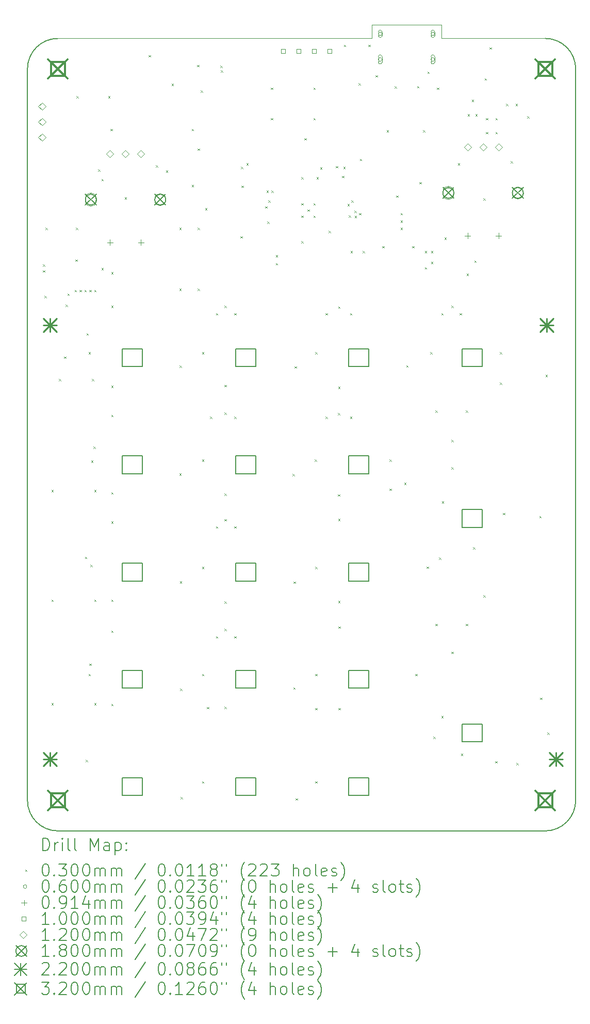
<source format=gbr>
%TF.GenerationSoftware,KiCad,Pcbnew,8.0.7*%
%TF.CreationDate,2025-01-13T19:24:30-05:00*%
%TF.ProjectId,numpad,6e756d70-6164-42e6-9b69-6361645f7063,rev?*%
%TF.SameCoordinates,Original*%
%TF.FileFunction,Drillmap*%
%TF.FilePolarity,Positive*%
%FSLAX45Y45*%
G04 Gerber Fmt 4.5, Leading zero omitted, Abs format (unit mm)*
G04 Created by KiCad (PCBNEW 8.0.7) date 2025-01-13 19:24:30*
%MOMM*%
%LPD*%
G01*
G04 APERTURE LIST*
%ADD10C,0.200000*%
%ADD11C,0.100000*%
%ADD12C,0.152400*%
%ADD13C,0.119999*%
%ADD14C,0.179999*%
%ADD15C,0.220000*%
%ADD16C,0.320000*%
G04 APERTURE END LIST*
D10*
X13500000Y-16000000D02*
G75*
G02*
X13000000Y-16500000I-500000J0D01*
G01*
X5000000Y-16500000D02*
G75*
G02*
X4500000Y-16000000I0J500000D01*
G01*
X13000000Y-16500000D02*
X5000000Y-16500000D01*
X4500000Y-16000000D02*
X4500000Y-4000000D01*
D11*
X10150000Y-3275000D02*
X10150000Y-3500000D01*
D10*
X4500000Y-4000000D02*
G75*
G02*
X5000000Y-3500000I500000J0D01*
G01*
D11*
X13000000Y-3500000D02*
X11300000Y-3500000D01*
X11300000Y-3275000D02*
X10150000Y-3275000D01*
D10*
X13500000Y-16000000D02*
X13500000Y-4000000D01*
D11*
X11300000Y-3500000D02*
X11300000Y-3275000D01*
D10*
X13000000Y-3500000D02*
G75*
G02*
X13500000Y-4000000I0J-500000D01*
G01*
D11*
X10150000Y-3500000D02*
X5000000Y-3500000D01*
D12*
X10105000Y-12110000D02*
X9775000Y-12110000D01*
X9775000Y-12400000D01*
X10105000Y-12400000D01*
X10105000Y-12110000D01*
X8245000Y-8590000D02*
X7915000Y-8590000D01*
X7915000Y-8880000D01*
X8245000Y-8880000D01*
X8245000Y-8590000D01*
X10105000Y-13870000D02*
X9775000Y-13870000D01*
X9775000Y-14160000D01*
X10105000Y-14160000D01*
X10105000Y-13870000D01*
X6385000Y-15630000D02*
X6055000Y-15630000D01*
X6055000Y-15920000D01*
X6385000Y-15920000D01*
X6385000Y-15630000D01*
X11965000Y-8590000D02*
X11635000Y-8590000D01*
X11635000Y-8880000D01*
X11965000Y-8880000D01*
X11965000Y-8590000D01*
X11965000Y-11230000D02*
X11635000Y-11230000D01*
X11635000Y-11520000D01*
X11965000Y-11520000D01*
X11965000Y-11230000D01*
X6385000Y-8590000D02*
X6055000Y-8590000D01*
X6055000Y-8880000D01*
X6385000Y-8880000D01*
X6385000Y-8590000D01*
X6385000Y-10350000D02*
X6055000Y-10350000D01*
X6055000Y-10640000D01*
X6385000Y-10640000D01*
X6385000Y-10350000D01*
X8245000Y-12110000D02*
X7915000Y-12110000D01*
X7915000Y-12400000D01*
X8245000Y-12400000D01*
X8245000Y-12110000D01*
X10105000Y-10350000D02*
X9775000Y-10350000D01*
X9775000Y-10640000D01*
X10105000Y-10640000D01*
X10105000Y-10350000D01*
X6385000Y-12110000D02*
X6055000Y-12110000D01*
X6055000Y-12400000D01*
X6385000Y-12400000D01*
X6385000Y-12110000D01*
X8245000Y-13870000D02*
X7915000Y-13870000D01*
X7915000Y-14160000D01*
X8245000Y-14160000D01*
X8245000Y-13870000D01*
X10105000Y-15630000D02*
X9775000Y-15630000D01*
X9775000Y-15920000D01*
X10105000Y-15920000D01*
X10105000Y-15630000D01*
X11965000Y-14750000D02*
X11635000Y-14750000D01*
X11635000Y-15040000D01*
X11965000Y-15040000D01*
X11965000Y-14750000D01*
X8245000Y-15630000D02*
X7915000Y-15630000D01*
X7915000Y-15920000D01*
X8245000Y-15920000D01*
X8245000Y-15630000D01*
X8245000Y-10350000D02*
X7915000Y-10350000D01*
X7915000Y-10640000D01*
X8245000Y-10640000D01*
X8245000Y-10350000D01*
X6385000Y-13870000D02*
X6055000Y-13870000D01*
X6055000Y-14160000D01*
X6385000Y-14160000D01*
X6385000Y-13870000D01*
X10105000Y-8590000D02*
X9775000Y-8590000D01*
X9775000Y-8880000D01*
X10105000Y-8880000D01*
X10105000Y-8590000D01*
D10*
D11*
X4754500Y-7205000D02*
X4784500Y-7235000D01*
X4784500Y-7205000D02*
X4754500Y-7235000D01*
X4754500Y-7304900D02*
X4784500Y-7334900D01*
X4784500Y-7304900D02*
X4754500Y-7334900D01*
X4777500Y-7721900D02*
X4807500Y-7751900D01*
X4807500Y-7721900D02*
X4777500Y-7751900D01*
X4795000Y-6605000D02*
X4825000Y-6635000D01*
X4825000Y-6605000D02*
X4795000Y-6635000D01*
X4895000Y-10905000D02*
X4925000Y-10935000D01*
X4925000Y-10905000D02*
X4895000Y-10935000D01*
X4895000Y-12705000D02*
X4925000Y-12735000D01*
X4925000Y-12705000D02*
X4895000Y-12735000D01*
X4895000Y-14405000D02*
X4925000Y-14435000D01*
X4925000Y-14405000D02*
X4895000Y-14435000D01*
X5017500Y-9086900D02*
X5047500Y-9116900D01*
X5047500Y-9086900D02*
X5017500Y-9116900D01*
X5100300Y-8719700D02*
X5130300Y-8749700D01*
X5130300Y-8719700D02*
X5100300Y-8749700D01*
X5127500Y-7866900D02*
X5157500Y-7896900D01*
X5157500Y-7866900D02*
X5127500Y-7896900D01*
X5154500Y-7684900D02*
X5184500Y-7714900D01*
X5184500Y-7684900D02*
X5154500Y-7714900D01*
X5275000Y-7625000D02*
X5305000Y-7655000D01*
X5305000Y-7625000D02*
X5275000Y-7655000D01*
X5285000Y-7125000D02*
X5315000Y-7155000D01*
X5315000Y-7125000D02*
X5285000Y-7155000D01*
X5295000Y-6605000D02*
X5325000Y-6635000D01*
X5325000Y-6605000D02*
X5295000Y-6635000D01*
X5304500Y-4444900D02*
X5334500Y-4474900D01*
X5334500Y-4444900D02*
X5304500Y-4474900D01*
X5355000Y-7625000D02*
X5385000Y-7655000D01*
X5385000Y-7625000D02*
X5355000Y-7655000D01*
X5435000Y-7625000D02*
X5465000Y-7655000D01*
X5465000Y-7625000D02*
X5435000Y-7655000D01*
X5445000Y-12004900D02*
X5475000Y-12034900D01*
X5475000Y-12004900D02*
X5445000Y-12034900D01*
X5455000Y-15335000D02*
X5485000Y-15365000D01*
X5485000Y-15335000D02*
X5455000Y-15365000D01*
X5468700Y-8338700D02*
X5498700Y-8368700D01*
X5498700Y-8338700D02*
X5468700Y-8368700D01*
X5504500Y-8645900D02*
X5534500Y-8675900D01*
X5534500Y-8645900D02*
X5504500Y-8675900D01*
X5504500Y-13925900D02*
X5534500Y-13955900D01*
X5534500Y-13925900D02*
X5504500Y-13955900D01*
X5514500Y-13754900D02*
X5544500Y-13784900D01*
X5544500Y-13754900D02*
X5514500Y-13784900D01*
X5515000Y-7625000D02*
X5545000Y-7655000D01*
X5545000Y-7625000D02*
X5515000Y-7655000D01*
X5535000Y-12135400D02*
X5565000Y-12165400D01*
X5565000Y-12135400D02*
X5535000Y-12165400D01*
X5544500Y-10424900D02*
X5574500Y-10454900D01*
X5574500Y-10424900D02*
X5544500Y-10454900D01*
X5557500Y-9086900D02*
X5587500Y-9116900D01*
X5587500Y-9086900D02*
X5557500Y-9116900D01*
X5584500Y-10194900D02*
X5614500Y-10224900D01*
X5614500Y-10194900D02*
X5584500Y-10224900D01*
X5595000Y-7625000D02*
X5625000Y-7655000D01*
X5625000Y-7625000D02*
X5595000Y-7655000D01*
X5595000Y-10905000D02*
X5625000Y-10935000D01*
X5625000Y-10905000D02*
X5595000Y-10935000D01*
X5595000Y-12705000D02*
X5625000Y-12735000D01*
X5625000Y-12705000D02*
X5595000Y-12735000D01*
X5595000Y-14405000D02*
X5625000Y-14435000D01*
X5625000Y-14405000D02*
X5595000Y-14435000D01*
X5659500Y-5649900D02*
X5689500Y-5679900D01*
X5689500Y-5649900D02*
X5659500Y-5679900D01*
X5715000Y-5805000D02*
X5745000Y-5835000D01*
X5745000Y-5805000D02*
X5715000Y-5835000D01*
X5715000Y-7265000D02*
X5745000Y-7295000D01*
X5745000Y-7265000D02*
X5715000Y-7295000D01*
X5824500Y-4444900D02*
X5854500Y-4474900D01*
X5854500Y-4444900D02*
X5824500Y-4474900D01*
X5865000Y-4985000D02*
X5895000Y-5015000D01*
X5895000Y-4985000D02*
X5865000Y-5015000D01*
X5875000Y-7335000D02*
X5905000Y-7365000D01*
X5905000Y-7335000D02*
X5875000Y-7365000D01*
X5875000Y-7885000D02*
X5905000Y-7915000D01*
X5905000Y-7885000D02*
X5875000Y-7915000D01*
X5875000Y-9195000D02*
X5905000Y-9225000D01*
X5905000Y-9195000D02*
X5875000Y-9225000D01*
X5875000Y-9675000D02*
X5905000Y-9705000D01*
X5905000Y-9675000D02*
X5875000Y-9705000D01*
X5875000Y-10945000D02*
X5905000Y-10975000D01*
X5905000Y-10945000D02*
X5875000Y-10975000D01*
X5875000Y-11425000D02*
X5905000Y-11455000D01*
X5905000Y-11425000D02*
X5875000Y-11455000D01*
X5875000Y-12705000D02*
X5905000Y-12735000D01*
X5905000Y-12705000D02*
X5875000Y-12735000D01*
X5875000Y-13215000D02*
X5905000Y-13245000D01*
X5905000Y-13215000D02*
X5875000Y-13245000D01*
X5875000Y-14415000D02*
X5905000Y-14445000D01*
X5905000Y-14415000D02*
X5875000Y-14445000D01*
X6095000Y-6105000D02*
X6125000Y-6135000D01*
X6125000Y-6105000D02*
X6095000Y-6135000D01*
X6489500Y-3774900D02*
X6519500Y-3804900D01*
X6519500Y-3774900D02*
X6489500Y-3804900D01*
X6610000Y-5580000D02*
X6640000Y-5610000D01*
X6640000Y-5580000D02*
X6610000Y-5610000D01*
X6775000Y-5665000D02*
X6805000Y-5695000D01*
X6805000Y-5665000D02*
X6775000Y-5695000D01*
X6865000Y-4245000D02*
X6895000Y-4275000D01*
X6895000Y-4245000D02*
X6865000Y-4275000D01*
X6992000Y-10637400D02*
X7022000Y-10667400D01*
X7022000Y-10637400D02*
X6992000Y-10667400D01*
X6995000Y-6605000D02*
X7025000Y-6635000D01*
X7025000Y-6605000D02*
X6995000Y-6635000D01*
X6995000Y-7605000D02*
X7025000Y-7635000D01*
X7025000Y-7605000D02*
X6995000Y-7635000D01*
X6999500Y-8867400D02*
X7029500Y-8897400D01*
X7029500Y-8867400D02*
X6999500Y-8897400D01*
X7002000Y-12404900D02*
X7032000Y-12434900D01*
X7032000Y-12404900D02*
X7002000Y-12434900D01*
X7004500Y-14164900D02*
X7034500Y-14194900D01*
X7034500Y-14164900D02*
X7004500Y-14194900D01*
X7014500Y-15944900D02*
X7044500Y-15974900D01*
X7044500Y-15944900D02*
X7014500Y-15974900D01*
X7195000Y-4985000D02*
X7225000Y-5015000D01*
X7225000Y-4985000D02*
X7195000Y-5015000D01*
X7195000Y-5905000D02*
X7225000Y-5935000D01*
X7225000Y-5905000D02*
X7195000Y-5935000D01*
X7285000Y-3935000D02*
X7315000Y-3965000D01*
X7315000Y-3935000D02*
X7285000Y-3965000D01*
X7295000Y-5305000D02*
X7325000Y-5335000D01*
X7325000Y-5305000D02*
X7295000Y-5335000D01*
X7295000Y-6605000D02*
X7325000Y-6635000D01*
X7325000Y-6605000D02*
X7295000Y-6635000D01*
X7295000Y-7605000D02*
X7325000Y-7635000D01*
X7325000Y-7605000D02*
X7295000Y-7635000D01*
X7345000Y-4355000D02*
X7375000Y-4385000D01*
X7375000Y-4355000D02*
X7345000Y-4385000D01*
X7364500Y-8645900D02*
X7394500Y-8675900D01*
X7394500Y-8645900D02*
X7364500Y-8675900D01*
X7364500Y-10405900D02*
X7394500Y-10435900D01*
X7394500Y-10405900D02*
X7364500Y-10435900D01*
X7364500Y-12165900D02*
X7394500Y-12195900D01*
X7394500Y-12165900D02*
X7364500Y-12195900D01*
X7364500Y-13925900D02*
X7394500Y-13955900D01*
X7394500Y-13925900D02*
X7364500Y-13955900D01*
X7364500Y-15685900D02*
X7394500Y-15715900D01*
X7394500Y-15685900D02*
X7364500Y-15715900D01*
X7415000Y-6285000D02*
X7445000Y-6315000D01*
X7445000Y-6285000D02*
X7415000Y-6315000D01*
X7445000Y-14465000D02*
X7475000Y-14495000D01*
X7475000Y-14465000D02*
X7445000Y-14495000D01*
X7495000Y-9705000D02*
X7525000Y-9735000D01*
X7525000Y-9705000D02*
X7495000Y-9735000D01*
X7595000Y-8005000D02*
X7625000Y-8035000D01*
X7625000Y-8005000D02*
X7595000Y-8035000D01*
X7595000Y-11505000D02*
X7625000Y-11535000D01*
X7625000Y-11505000D02*
X7595000Y-11535000D01*
X7595000Y-13305000D02*
X7625000Y-13335000D01*
X7625000Y-13305000D02*
X7595000Y-13335000D01*
X7665000Y-3945000D02*
X7695000Y-3975000D01*
X7695000Y-3945000D02*
X7665000Y-3975000D01*
X7675000Y-4025000D02*
X7705000Y-4055000D01*
X7705000Y-4025000D02*
X7675000Y-4055000D01*
X7735000Y-7885000D02*
X7765000Y-7915000D01*
X7765000Y-7885000D02*
X7735000Y-7915000D01*
X7735000Y-9185000D02*
X7765000Y-9215000D01*
X7765000Y-9185000D02*
X7735000Y-9215000D01*
X7735000Y-9635000D02*
X7765000Y-9665000D01*
X7765000Y-9635000D02*
X7735000Y-9665000D01*
X7735000Y-10964900D02*
X7765000Y-10994900D01*
X7765000Y-10964900D02*
X7735000Y-10994900D01*
X7735000Y-11385000D02*
X7765000Y-11415000D01*
X7765000Y-11385000D02*
X7735000Y-11415000D01*
X7735000Y-12735000D02*
X7765000Y-12765000D01*
X7765000Y-12735000D02*
X7735000Y-12765000D01*
X7735000Y-13185000D02*
X7765000Y-13215000D01*
X7765000Y-13185000D02*
X7735000Y-13215000D01*
X7735000Y-14464900D02*
X7765000Y-14494900D01*
X7765000Y-14464900D02*
X7735000Y-14494900D01*
X7895000Y-8005000D02*
X7925000Y-8035000D01*
X7925000Y-8005000D02*
X7895000Y-8035000D01*
X7895000Y-9705000D02*
X7925000Y-9735000D01*
X7925000Y-9705000D02*
X7895000Y-9735000D01*
X7895000Y-11505000D02*
X7925000Y-11535000D01*
X7925000Y-11505000D02*
X7895000Y-11535000D01*
X7895000Y-13305000D02*
X7925000Y-13335000D01*
X7925000Y-13305000D02*
X7895000Y-13335000D01*
X7995000Y-6745000D02*
X8025000Y-6775000D01*
X8025000Y-6745000D02*
X7995000Y-6775000D01*
X8005000Y-5605000D02*
X8035000Y-5635000D01*
X8035000Y-5605000D02*
X8005000Y-5635000D01*
X8015000Y-5915000D02*
X8045000Y-5945000D01*
X8045000Y-5915000D02*
X8015000Y-5945000D01*
X8095000Y-5545000D02*
X8125000Y-5575000D01*
X8125000Y-5545000D02*
X8095000Y-5575000D01*
X8405000Y-6255000D02*
X8435000Y-6285000D01*
X8435000Y-6255000D02*
X8405000Y-6285000D01*
X8425000Y-5995000D02*
X8455000Y-6025000D01*
X8455000Y-5995000D02*
X8425000Y-6025000D01*
X8435000Y-6505000D02*
X8465000Y-6535000D01*
X8465000Y-6505000D02*
X8435000Y-6535000D01*
X8455000Y-6155000D02*
X8485000Y-6185000D01*
X8485000Y-6155000D02*
X8455000Y-6185000D01*
X8495000Y-4305000D02*
X8525000Y-4335000D01*
X8525000Y-4305000D02*
X8495000Y-4335000D01*
X8495000Y-4805000D02*
X8525000Y-4835000D01*
X8525000Y-4805000D02*
X8495000Y-4835000D01*
X8505000Y-5995000D02*
X8535000Y-6025000D01*
X8535000Y-5995000D02*
X8505000Y-6025000D01*
X8575000Y-7055000D02*
X8605000Y-7085000D01*
X8605000Y-7055000D02*
X8575000Y-7085000D01*
X8575000Y-7185000D02*
X8605000Y-7215000D01*
X8605000Y-7185000D02*
X8575000Y-7215000D01*
X8852000Y-10644900D02*
X8882000Y-10674900D01*
X8882000Y-10644900D02*
X8852000Y-10674900D01*
X8864500Y-14144900D02*
X8894500Y-14174900D01*
X8894500Y-14144900D02*
X8864500Y-14174900D01*
X8869500Y-12409900D02*
X8899500Y-12439900D01*
X8899500Y-12409900D02*
X8869500Y-12439900D01*
X8887000Y-8877400D02*
X8917000Y-8907400D01*
X8917000Y-8877400D02*
X8887000Y-8907400D01*
X8904500Y-15964900D02*
X8934500Y-15994900D01*
X8934500Y-15964900D02*
X8904500Y-15994900D01*
X8995000Y-5775000D02*
X9025000Y-5805000D01*
X9025000Y-5775000D02*
X8995000Y-5805000D01*
X8995000Y-6205000D02*
X9025000Y-6235000D01*
X9025000Y-6205000D02*
X8995000Y-6235000D01*
X8995000Y-6405000D02*
X9025000Y-6435000D01*
X9025000Y-6405000D02*
X8995000Y-6435000D01*
X8997500Y-6826900D02*
X9027500Y-6856900D01*
X9027500Y-6826900D02*
X8997500Y-6856900D01*
X9044500Y-5134900D02*
X9074500Y-5164900D01*
X9074500Y-5134900D02*
X9044500Y-5164900D01*
X9095000Y-6305000D02*
X9125000Y-6335000D01*
X9125000Y-6305000D02*
X9095000Y-6335000D01*
X9195000Y-4305000D02*
X9225000Y-4335000D01*
X9225000Y-4305000D02*
X9195000Y-4335000D01*
X9195000Y-4805000D02*
X9225000Y-4835000D01*
X9225000Y-4805000D02*
X9195000Y-4835000D01*
X9195000Y-6205000D02*
X9225000Y-6235000D01*
X9225000Y-6205000D02*
X9195000Y-6235000D01*
X9195000Y-6405000D02*
X9225000Y-6435000D01*
X9225000Y-6405000D02*
X9195000Y-6435000D01*
X9214000Y-10405800D02*
X9244000Y-10435800D01*
X9244000Y-10405800D02*
X9214000Y-10435800D01*
X9224500Y-8645900D02*
X9254500Y-8675900D01*
X9254500Y-8645900D02*
X9224500Y-8675900D01*
X9224500Y-12165900D02*
X9254500Y-12195900D01*
X9254500Y-12165900D02*
X9224500Y-12195900D01*
X9224500Y-13925900D02*
X9254500Y-13955900D01*
X9254500Y-13925900D02*
X9224500Y-13955900D01*
X9224500Y-15685900D02*
X9254500Y-15715900D01*
X9254500Y-15685900D02*
X9224500Y-15715900D01*
X9225000Y-14485000D02*
X9255000Y-14515000D01*
X9255000Y-14485000D02*
X9225000Y-14515000D01*
X9245000Y-5775000D02*
X9275000Y-5805000D01*
X9275000Y-5775000D02*
X9245000Y-5805000D01*
X9305000Y-5615000D02*
X9335000Y-5645000D01*
X9335000Y-5615000D02*
X9305000Y-5645000D01*
X9395000Y-8005000D02*
X9425000Y-8035000D01*
X9425000Y-8005000D02*
X9395000Y-8035000D01*
X9395000Y-9705000D02*
X9425000Y-9735000D01*
X9425000Y-9705000D02*
X9395000Y-9735000D01*
X9445000Y-6655000D02*
X9475000Y-6685000D01*
X9475000Y-6655000D02*
X9445000Y-6685000D01*
X9565000Y-5595000D02*
X9595000Y-5625000D01*
X9595000Y-5595000D02*
X9565000Y-5625000D01*
X9595000Y-9645000D02*
X9625000Y-9675000D01*
X9625000Y-9645000D02*
X9595000Y-9675000D01*
X9595000Y-10980000D02*
X9625000Y-11010000D01*
X9625000Y-10980000D02*
X9595000Y-11010000D01*
X9600000Y-7895000D02*
X9630000Y-7925000D01*
X9630000Y-7895000D02*
X9600000Y-7925000D01*
X9600000Y-9215000D02*
X9630000Y-9245000D01*
X9630000Y-9215000D02*
X9600000Y-9245000D01*
X9600000Y-11380000D02*
X9630000Y-11410000D01*
X9630000Y-11380000D02*
X9600000Y-11410000D01*
X9600000Y-12725000D02*
X9630000Y-12755000D01*
X9630000Y-12725000D02*
X9600000Y-12755000D01*
X9605000Y-13145000D02*
X9635000Y-13175000D01*
X9635000Y-13145000D02*
X9605000Y-13175000D01*
X9605000Y-14485000D02*
X9635000Y-14515000D01*
X9635000Y-14485000D02*
X9605000Y-14515000D01*
X9665000Y-5755000D02*
X9695000Y-5785000D01*
X9695000Y-5755000D02*
X9665000Y-5785000D01*
X9685000Y-5605000D02*
X9715000Y-5635000D01*
X9715000Y-5605000D02*
X9685000Y-5635000D01*
X9695000Y-3605000D02*
X9725000Y-3635000D01*
X9725000Y-3605000D02*
X9695000Y-3635000D01*
X9755000Y-6215000D02*
X9785000Y-6245000D01*
X9785000Y-6215000D02*
X9755000Y-6245000D01*
X9776500Y-6400900D02*
X9806500Y-6430900D01*
X9806500Y-6400900D02*
X9776500Y-6430900D01*
X9795000Y-8005000D02*
X9825000Y-8035000D01*
X9825000Y-8005000D02*
X9795000Y-8035000D01*
X9795000Y-9705000D02*
X9825000Y-9735000D01*
X9825000Y-9705000D02*
X9795000Y-9735000D01*
X9805000Y-6985000D02*
X9835000Y-7015000D01*
X9835000Y-6985000D02*
X9805000Y-7015000D01*
X9815000Y-6155000D02*
X9845000Y-6185000D01*
X9845000Y-6155000D02*
X9815000Y-6185000D01*
X9868500Y-6325900D02*
X9898500Y-6355900D01*
X9898500Y-6325900D02*
X9868500Y-6355900D01*
X9872500Y-6408900D02*
X9902500Y-6438900D01*
X9902500Y-6408900D02*
X9872500Y-6438900D01*
X9935000Y-4235000D02*
X9965000Y-4265000D01*
X9965000Y-4235000D02*
X9935000Y-4265000D01*
X9943500Y-6365000D02*
X9973500Y-6395000D01*
X9973500Y-6365000D02*
X9943500Y-6395000D01*
X9955000Y-5475000D02*
X9985000Y-5505000D01*
X9985000Y-5475000D02*
X9955000Y-5505000D01*
X10005000Y-6985000D02*
X10035000Y-7015000D01*
X10035000Y-6985000D02*
X10005000Y-7015000D01*
X10095000Y-3605000D02*
X10125000Y-3635000D01*
X10125000Y-3605000D02*
X10095000Y-3635000D01*
X10215000Y-4105000D02*
X10245000Y-4135000D01*
X10245000Y-4105000D02*
X10215000Y-4135000D01*
X10325000Y-6905000D02*
X10355000Y-6935000D01*
X10355000Y-6905000D02*
X10325000Y-6935000D01*
X10395000Y-5005000D02*
X10425000Y-5035000D01*
X10425000Y-5005000D02*
X10395000Y-5035000D01*
X10444500Y-10405000D02*
X10474500Y-10435000D01*
X10474500Y-10405000D02*
X10444500Y-10435000D01*
X10444500Y-10884900D02*
X10474500Y-10914900D01*
X10474500Y-10884900D02*
X10444500Y-10914900D01*
X10526000Y-4284800D02*
X10556000Y-4314800D01*
X10556000Y-4284800D02*
X10526000Y-4314800D01*
X10555000Y-6075000D02*
X10585000Y-6105000D01*
X10585000Y-6075000D02*
X10555000Y-6105000D01*
X10625000Y-6365000D02*
X10655000Y-6395000D01*
X10655000Y-6365000D02*
X10625000Y-6395000D01*
X10625000Y-6485000D02*
X10655000Y-6515000D01*
X10655000Y-6485000D02*
X10625000Y-6515000D01*
X10625000Y-6605000D02*
X10655000Y-6635000D01*
X10655000Y-6605000D02*
X10625000Y-6635000D01*
X10684500Y-10787400D02*
X10714500Y-10817400D01*
X10714500Y-10787400D02*
X10684500Y-10817400D01*
X10719500Y-8862400D02*
X10749500Y-8892400D01*
X10749500Y-8862400D02*
X10719500Y-8892400D01*
X10815000Y-6905000D02*
X10845000Y-6935000D01*
X10845000Y-6905000D02*
X10815000Y-6935000D01*
X10864500Y-13924900D02*
X10894500Y-13954900D01*
X10894500Y-13924900D02*
X10864500Y-13954900D01*
X10897000Y-4279800D02*
X10927000Y-4309800D01*
X10927000Y-4279800D02*
X10897000Y-4309800D01*
X10935000Y-5855000D02*
X10965000Y-5885000D01*
X10965000Y-5855000D02*
X10935000Y-5885000D01*
X10995000Y-5005000D02*
X11025000Y-5035000D01*
X11025000Y-5005000D02*
X10995000Y-5035000D01*
X11025000Y-6985000D02*
X11055000Y-7015000D01*
X11055000Y-6985000D02*
X11025000Y-7015000D01*
X11025000Y-7255000D02*
X11055000Y-7285000D01*
X11055000Y-7255000D02*
X11025000Y-7285000D01*
X11054500Y-12164900D02*
X11084500Y-12194900D01*
X11084500Y-12164900D02*
X11054500Y-12194900D01*
X11064500Y-4044900D02*
X11094500Y-4074900D01*
X11094500Y-4044900D02*
X11064500Y-4074900D01*
X11114500Y-8647900D02*
X11144500Y-8677900D01*
X11144500Y-8647900D02*
X11114500Y-8677900D01*
X11125000Y-6985000D02*
X11155000Y-7015000D01*
X11155000Y-6985000D02*
X11125000Y-7015000D01*
X11125000Y-7165000D02*
X11155000Y-7195000D01*
X11155000Y-7165000D02*
X11125000Y-7195000D01*
X11164500Y-14954900D02*
X11194500Y-14984900D01*
X11194500Y-14954900D02*
X11164500Y-14984900D01*
X11195000Y-9605000D02*
X11225000Y-9635000D01*
X11225000Y-9605000D02*
X11195000Y-9635000D01*
X11195000Y-13105000D02*
X11225000Y-13135000D01*
X11225000Y-13105000D02*
X11195000Y-13135000D01*
X11224500Y-4305000D02*
X11254500Y-4335000D01*
X11254500Y-4305000D02*
X11224500Y-4335000D01*
X11255000Y-12015000D02*
X11285000Y-12045000D01*
X11285000Y-12015000D02*
X11255000Y-12045000D01*
X11294500Y-14614900D02*
X11324500Y-14644900D01*
X11324500Y-14614900D02*
X11294500Y-14644900D01*
X11295000Y-8005000D02*
X11325000Y-8035000D01*
X11325000Y-8005000D02*
X11295000Y-8035000D01*
X11304500Y-11094900D02*
X11334500Y-11124900D01*
X11334500Y-11094900D02*
X11304500Y-11124900D01*
X11345000Y-6765000D02*
X11375000Y-6795000D01*
X11375000Y-6765000D02*
X11345000Y-6795000D01*
X11460000Y-7885000D02*
X11490000Y-7915000D01*
X11490000Y-7885000D02*
X11460000Y-7915000D01*
X11460000Y-10085000D02*
X11490000Y-10115000D01*
X11490000Y-10085000D02*
X11460000Y-10115000D01*
X11460000Y-10535000D02*
X11490000Y-10565000D01*
X11490000Y-10535000D02*
X11460000Y-10565000D01*
X11460000Y-13560000D02*
X11490000Y-13590000D01*
X11490000Y-13560000D02*
X11460000Y-13590000D01*
X11565000Y-5545000D02*
X11595000Y-5575000D01*
X11595000Y-5545000D02*
X11565000Y-5575000D01*
X11595000Y-8005000D02*
X11625000Y-8035000D01*
X11625000Y-8005000D02*
X11595000Y-8035000D01*
X11615000Y-15235000D02*
X11645000Y-15265000D01*
X11645000Y-15235000D02*
X11615000Y-15265000D01*
X11695000Y-9605000D02*
X11725000Y-9635000D01*
X11725000Y-9605000D02*
X11695000Y-9635000D01*
X11695000Y-13105000D02*
X11725000Y-13135000D01*
X11725000Y-13105000D02*
X11695000Y-13135000D01*
X11710000Y-7360000D02*
X11740000Y-7390000D01*
X11740000Y-7360000D02*
X11710000Y-7390000D01*
X11725000Y-4745000D02*
X11755000Y-4775000D01*
X11755000Y-4745000D02*
X11725000Y-4775000D01*
X11795000Y-4505000D02*
X11825000Y-4535000D01*
X11825000Y-4505000D02*
X11795000Y-4535000D01*
X11815000Y-11845000D02*
X11845000Y-11875000D01*
X11845000Y-11845000D02*
X11815000Y-11875000D01*
X11835000Y-7145000D02*
X11865000Y-7175000D01*
X11865000Y-7145000D02*
X11835000Y-7175000D01*
X11855000Y-4745000D02*
X11885000Y-4775000D01*
X11885000Y-4745000D02*
X11855000Y-4775000D01*
X11984500Y-12634900D02*
X12014500Y-12664900D01*
X12014500Y-12634900D02*
X11984500Y-12664900D01*
X11985000Y-6125000D02*
X12015000Y-6155000D01*
X12015000Y-6125000D02*
X11985000Y-6155000D01*
X12004500Y-4154900D02*
X12034500Y-4184900D01*
X12034500Y-4154900D02*
X12004500Y-4184900D01*
X12025000Y-4805000D02*
X12055000Y-4835000D01*
X12055000Y-4805000D02*
X12025000Y-4835000D01*
X12025000Y-5035000D02*
X12055000Y-5065000D01*
X12055000Y-5035000D02*
X12025000Y-5065000D01*
X12084500Y-3644900D02*
X12114500Y-3674900D01*
X12114500Y-3644900D02*
X12084500Y-3674900D01*
X12177000Y-15357400D02*
X12207000Y-15387400D01*
X12207000Y-15357400D02*
X12177000Y-15387400D01*
X12185000Y-4805000D02*
X12215000Y-4835000D01*
X12215000Y-4805000D02*
X12185000Y-4835000D01*
X12185000Y-5035000D02*
X12215000Y-5065000D01*
X12215000Y-5035000D02*
X12185000Y-5065000D01*
X12254500Y-8644900D02*
X12284500Y-8674900D01*
X12284500Y-8644900D02*
X12254500Y-8674900D01*
X12254500Y-9144900D02*
X12284500Y-9174900D01*
X12284500Y-9144900D02*
X12254500Y-9174900D01*
X12304500Y-11284900D02*
X12334500Y-11314900D01*
X12334500Y-11284900D02*
X12304500Y-11314900D01*
X12355000Y-4575000D02*
X12385000Y-4605000D01*
X12385000Y-4575000D02*
X12355000Y-4605000D01*
X12435000Y-5515000D02*
X12465000Y-5545000D01*
X12465000Y-5515000D02*
X12435000Y-5545000D01*
X12515000Y-4575000D02*
X12545000Y-4605000D01*
X12545000Y-4575000D02*
X12515000Y-4605000D01*
X12525000Y-15385000D02*
X12555000Y-15415000D01*
X12555000Y-15385000D02*
X12525000Y-15415000D01*
X12705000Y-4775000D02*
X12735000Y-4805000D01*
X12735000Y-4775000D02*
X12705000Y-4805000D01*
X12904500Y-11334900D02*
X12934500Y-11364900D01*
X12934500Y-11334900D02*
X12904500Y-11364900D01*
X12915000Y-14315000D02*
X12945000Y-14345000D01*
X12945000Y-14315000D02*
X12915000Y-14345000D01*
X13004500Y-9019900D02*
X13034500Y-9049900D01*
X13034500Y-9019900D02*
X13004500Y-9049900D01*
X13035000Y-14885000D02*
X13065000Y-14915000D01*
X13065000Y-14885000D02*
X13035000Y-14915000D01*
X10320500Y-3423900D02*
G75*
G02*
X10260500Y-3423900I-30000J0D01*
G01*
X10260500Y-3423900D02*
G75*
G02*
X10320500Y-3423900I30000J0D01*
G01*
X10260500Y-3393900D02*
X10260500Y-3453900D01*
X10320500Y-3453900D02*
G75*
G02*
X10260500Y-3453900I-30000J0D01*
G01*
X10320500Y-3453900D02*
X10320500Y-3393900D01*
X10320500Y-3393900D02*
G75*
G03*
X10260500Y-3393900I-30000J0D01*
G01*
X10320500Y-3844900D02*
G75*
G02*
X10260500Y-3844900I-30000J0D01*
G01*
X10260500Y-3844900D02*
G75*
G02*
X10320500Y-3844900I30000J0D01*
G01*
X10260500Y-3799900D02*
X10260500Y-3889900D01*
X10320500Y-3889900D02*
G75*
G02*
X10260500Y-3889900I-30000J0D01*
G01*
X10320500Y-3889900D02*
X10320500Y-3799900D01*
X10320500Y-3799900D02*
G75*
G03*
X10260500Y-3799900I-30000J0D01*
G01*
X11184500Y-3423900D02*
G75*
G02*
X11124500Y-3423900I-30000J0D01*
G01*
X11124500Y-3423900D02*
G75*
G02*
X11184500Y-3423900I30000J0D01*
G01*
X11124500Y-3393900D02*
X11124500Y-3453900D01*
X11184500Y-3453900D02*
G75*
G02*
X11124500Y-3453900I-30000J0D01*
G01*
X11184500Y-3453900D02*
X11184500Y-3393900D01*
X11184500Y-3393900D02*
G75*
G03*
X11124500Y-3393900I-30000J0D01*
G01*
X11184500Y-3844900D02*
G75*
G02*
X11124500Y-3844900I-30000J0D01*
G01*
X11124500Y-3844900D02*
G75*
G02*
X11184500Y-3844900I30000J0D01*
G01*
X11124500Y-3799899D02*
X11124500Y-3889901D01*
X11184500Y-3889901D02*
G75*
G02*
X11124500Y-3889901I-30000J0D01*
G01*
X11184500Y-3889901D02*
X11184500Y-3799899D01*
X11184500Y-3799899D02*
G75*
G03*
X11124500Y-3799899I-30000J0D01*
G01*
X5856000Y-6799280D02*
X5856000Y-6890720D01*
X5810280Y-6845000D02*
X5901720Y-6845000D01*
X6364000Y-6799280D02*
X6364000Y-6890720D01*
X6318280Y-6845000D02*
X6409720Y-6845000D01*
X11726000Y-6689280D02*
X11726000Y-6780720D01*
X11680280Y-6735000D02*
X11771720Y-6735000D01*
X12234000Y-6689280D02*
X12234000Y-6780720D01*
X12188280Y-6735000D02*
X12279720Y-6735000D01*
X8735356Y-3745356D02*
X8735356Y-3674644D01*
X8664644Y-3674644D01*
X8664644Y-3745356D01*
X8735356Y-3745356D01*
X8989356Y-3745356D02*
X8989356Y-3674644D01*
X8918644Y-3674644D01*
X8918644Y-3745356D01*
X8989356Y-3745356D01*
X9243356Y-3745356D02*
X9243356Y-3674644D01*
X9172644Y-3674644D01*
X9172644Y-3745356D01*
X9243356Y-3745356D01*
X9497356Y-3745356D02*
X9497356Y-3674644D01*
X9426644Y-3674644D01*
X9426644Y-3745356D01*
X9497356Y-3745356D01*
D13*
X4739500Y-4675900D02*
X4799500Y-4615900D01*
X4739500Y-4555900D01*
X4679500Y-4615900D01*
X4739500Y-4675900D01*
X4739500Y-4929900D02*
X4799500Y-4869900D01*
X4739500Y-4809900D01*
X4679500Y-4869900D01*
X4739500Y-4929900D01*
X4739500Y-5183900D02*
X4799500Y-5123900D01*
X4739500Y-5063900D01*
X4679500Y-5123900D01*
X4739500Y-5183900D01*
X5856000Y-5455000D02*
X5916000Y-5395000D01*
X5856000Y-5335000D01*
X5796000Y-5395000D01*
X5856000Y-5455000D01*
X6110000Y-5455000D02*
X6170000Y-5395000D01*
X6110000Y-5335000D01*
X6050000Y-5395000D01*
X6110000Y-5455000D01*
X6364000Y-5455000D02*
X6424000Y-5395000D01*
X6364000Y-5335000D01*
X6304000Y-5395000D01*
X6364000Y-5455000D01*
X11726000Y-5345000D02*
X11786000Y-5285000D01*
X11726000Y-5225000D01*
X11666000Y-5285000D01*
X11726000Y-5345000D01*
X11980000Y-5345000D02*
X12040000Y-5285000D01*
X11980000Y-5225000D01*
X11920000Y-5285000D01*
X11980000Y-5345000D01*
X12234000Y-5345000D02*
X12294000Y-5285000D01*
X12234000Y-5225000D01*
X12174000Y-5285000D01*
X12234000Y-5345000D01*
D14*
X5450000Y-6055000D02*
X5630000Y-6235000D01*
X5630000Y-6055000D02*
X5450000Y-6235000D01*
X5630000Y-6145000D02*
G75*
G02*
X5450000Y-6145000I-90000J0D01*
G01*
X5450000Y-6145000D02*
G75*
G02*
X5630000Y-6145000I90000J0D01*
G01*
D11*
X5630000Y-6165000D02*
X5630000Y-6125000D01*
X5450000Y-6125000D02*
G75*
G02*
X5630000Y-6125000I90000J0D01*
G01*
X5450000Y-6125000D02*
X5450000Y-6165000D01*
X5450000Y-6165000D02*
G75*
G03*
X5630000Y-6165000I90000J0D01*
G01*
D14*
X6590000Y-6055000D02*
X6770000Y-6235000D01*
X6770000Y-6055000D02*
X6590000Y-6235000D01*
X6770000Y-6145000D02*
G75*
G02*
X6590000Y-6145000I-90000J0D01*
G01*
X6590000Y-6145000D02*
G75*
G02*
X6770000Y-6145000I90000J0D01*
G01*
D11*
X6590000Y-6135000D02*
X6590000Y-6155000D01*
X6770000Y-6155000D02*
G75*
G02*
X6590000Y-6155000I-90000J0D01*
G01*
X6770000Y-6155000D02*
X6770000Y-6135000D01*
X6770000Y-6135000D02*
G75*
G03*
X6590000Y-6135000I-90000J0D01*
G01*
D14*
X11320000Y-5945000D02*
X11500000Y-6125000D01*
X11500000Y-5945000D02*
X11320000Y-6125000D01*
X11500000Y-6035000D02*
G75*
G02*
X11320000Y-6035000I-90000J0D01*
G01*
X11320000Y-6035000D02*
G75*
G02*
X11500000Y-6035000I90000J0D01*
G01*
D11*
X11500000Y-6055000D02*
X11500000Y-6015000D01*
X11320000Y-6015000D02*
G75*
G02*
X11500000Y-6015000I90000J0D01*
G01*
X11320000Y-6015000D02*
X11320000Y-6055000D01*
X11320000Y-6055000D02*
G75*
G03*
X11500000Y-6055000I90000J0D01*
G01*
D14*
X12460000Y-5945000D02*
X12640000Y-6125000D01*
X12640000Y-5945000D02*
X12460000Y-6125000D01*
X12640000Y-6035000D02*
G75*
G02*
X12460000Y-6035000I-90000J0D01*
G01*
X12460000Y-6035000D02*
G75*
G02*
X12640000Y-6035000I90000J0D01*
G01*
D11*
X12460000Y-6025000D02*
X12460000Y-6045000D01*
X12640000Y-6045000D02*
G75*
G02*
X12460000Y-6045000I-90000J0D01*
G01*
X12640000Y-6045000D02*
X12640000Y-6025000D01*
X12640000Y-6025000D02*
G75*
G03*
X12460000Y-6025000I-90000J0D01*
G01*
D15*
X4762500Y-8091900D02*
X4982500Y-8311900D01*
X4982500Y-8091900D02*
X4762500Y-8311900D01*
X4872500Y-8091900D02*
X4872500Y-8311900D01*
X4762500Y-8201900D02*
X4982500Y-8201900D01*
X4762500Y-15215000D02*
X4982500Y-15435000D01*
X4982500Y-15215000D02*
X4762500Y-15435000D01*
X4872500Y-15215000D02*
X4872500Y-15435000D01*
X4762500Y-15325000D02*
X4982500Y-15325000D01*
X12912500Y-8091900D02*
X13132500Y-8311900D01*
X13132500Y-8091900D02*
X12912500Y-8311900D01*
X13022500Y-8091900D02*
X13022500Y-8311900D01*
X12912500Y-8201900D02*
X13132500Y-8201900D01*
X13062500Y-15215000D02*
X13282500Y-15435000D01*
X13282500Y-15215000D02*
X13062500Y-15435000D01*
X13172500Y-15215000D02*
X13172500Y-15435000D01*
X13062500Y-15325000D02*
X13282500Y-15325000D01*
D16*
X4840000Y-3840000D02*
X5160000Y-4160000D01*
X5160000Y-3840000D02*
X4840000Y-4160000D01*
X5113138Y-4113138D02*
X5113138Y-3886862D01*
X4886862Y-3886862D01*
X4886862Y-4113138D01*
X5113138Y-4113138D01*
X4840000Y-15840000D02*
X5160000Y-16160000D01*
X5160000Y-15840000D02*
X4840000Y-16160000D01*
X5113138Y-16113138D02*
X5113138Y-15886862D01*
X4886862Y-15886862D01*
X4886862Y-16113138D01*
X5113138Y-16113138D01*
X12840000Y-3840000D02*
X13160000Y-4160000D01*
X13160000Y-3840000D02*
X12840000Y-4160000D01*
X13113138Y-4113138D02*
X13113138Y-3886862D01*
X12886862Y-3886862D01*
X12886862Y-4113138D01*
X13113138Y-4113138D01*
X12840000Y-15840000D02*
X13160000Y-16160000D01*
X13160000Y-15840000D02*
X12840000Y-16160000D01*
X13113138Y-16113138D02*
X13113138Y-15886862D01*
X12886862Y-15886862D01*
X12886862Y-16113138D01*
X13113138Y-16113138D01*
D10*
X4750777Y-16821484D02*
X4750777Y-16621484D01*
X4750777Y-16621484D02*
X4798396Y-16621484D01*
X4798396Y-16621484D02*
X4826967Y-16631008D01*
X4826967Y-16631008D02*
X4846015Y-16650055D01*
X4846015Y-16650055D02*
X4855539Y-16669103D01*
X4855539Y-16669103D02*
X4865063Y-16707198D01*
X4865063Y-16707198D02*
X4865063Y-16735769D01*
X4865063Y-16735769D02*
X4855539Y-16773865D01*
X4855539Y-16773865D02*
X4846015Y-16792912D01*
X4846015Y-16792912D02*
X4826967Y-16811960D01*
X4826967Y-16811960D02*
X4798396Y-16821484D01*
X4798396Y-16821484D02*
X4750777Y-16821484D01*
X4950777Y-16821484D02*
X4950777Y-16688150D01*
X4950777Y-16726246D02*
X4960301Y-16707198D01*
X4960301Y-16707198D02*
X4969824Y-16697674D01*
X4969824Y-16697674D02*
X4988872Y-16688150D01*
X4988872Y-16688150D02*
X5007920Y-16688150D01*
X5074586Y-16821484D02*
X5074586Y-16688150D01*
X5074586Y-16621484D02*
X5065063Y-16631008D01*
X5065063Y-16631008D02*
X5074586Y-16640531D01*
X5074586Y-16640531D02*
X5084110Y-16631008D01*
X5084110Y-16631008D02*
X5074586Y-16621484D01*
X5074586Y-16621484D02*
X5074586Y-16640531D01*
X5198396Y-16821484D02*
X5179348Y-16811960D01*
X5179348Y-16811960D02*
X5169824Y-16792912D01*
X5169824Y-16792912D02*
X5169824Y-16621484D01*
X5303158Y-16821484D02*
X5284110Y-16811960D01*
X5284110Y-16811960D02*
X5274586Y-16792912D01*
X5274586Y-16792912D02*
X5274586Y-16621484D01*
X5531729Y-16821484D02*
X5531729Y-16621484D01*
X5531729Y-16621484D02*
X5598396Y-16764341D01*
X5598396Y-16764341D02*
X5665062Y-16621484D01*
X5665062Y-16621484D02*
X5665062Y-16821484D01*
X5846015Y-16821484D02*
X5846015Y-16716722D01*
X5846015Y-16716722D02*
X5836491Y-16697674D01*
X5836491Y-16697674D02*
X5817443Y-16688150D01*
X5817443Y-16688150D02*
X5779348Y-16688150D01*
X5779348Y-16688150D02*
X5760301Y-16697674D01*
X5846015Y-16811960D02*
X5826967Y-16821484D01*
X5826967Y-16821484D02*
X5779348Y-16821484D01*
X5779348Y-16821484D02*
X5760301Y-16811960D01*
X5760301Y-16811960D02*
X5750777Y-16792912D01*
X5750777Y-16792912D02*
X5750777Y-16773865D01*
X5750777Y-16773865D02*
X5760301Y-16754817D01*
X5760301Y-16754817D02*
X5779348Y-16745293D01*
X5779348Y-16745293D02*
X5826967Y-16745293D01*
X5826967Y-16745293D02*
X5846015Y-16735769D01*
X5941253Y-16688150D02*
X5941253Y-16888150D01*
X5941253Y-16697674D02*
X5960301Y-16688150D01*
X5960301Y-16688150D02*
X5998396Y-16688150D01*
X5998396Y-16688150D02*
X6017443Y-16697674D01*
X6017443Y-16697674D02*
X6026967Y-16707198D01*
X6026967Y-16707198D02*
X6036491Y-16726246D01*
X6036491Y-16726246D02*
X6036491Y-16783389D01*
X6036491Y-16783389D02*
X6026967Y-16802436D01*
X6026967Y-16802436D02*
X6017443Y-16811960D01*
X6017443Y-16811960D02*
X5998396Y-16821484D01*
X5998396Y-16821484D02*
X5960301Y-16821484D01*
X5960301Y-16821484D02*
X5941253Y-16811960D01*
X6122205Y-16802436D02*
X6131729Y-16811960D01*
X6131729Y-16811960D02*
X6122205Y-16821484D01*
X6122205Y-16821484D02*
X6112682Y-16811960D01*
X6112682Y-16811960D02*
X6122205Y-16802436D01*
X6122205Y-16802436D02*
X6122205Y-16821484D01*
X6122205Y-16697674D02*
X6131729Y-16707198D01*
X6131729Y-16707198D02*
X6122205Y-16716722D01*
X6122205Y-16716722D02*
X6112682Y-16707198D01*
X6112682Y-16707198D02*
X6122205Y-16697674D01*
X6122205Y-16697674D02*
X6122205Y-16716722D01*
D11*
X4460000Y-17135000D02*
X4490000Y-17165000D01*
X4490000Y-17135000D02*
X4460000Y-17165000D01*
D10*
X4788872Y-17041484D02*
X4807920Y-17041484D01*
X4807920Y-17041484D02*
X4826967Y-17051008D01*
X4826967Y-17051008D02*
X4836491Y-17060531D01*
X4836491Y-17060531D02*
X4846015Y-17079579D01*
X4846015Y-17079579D02*
X4855539Y-17117674D01*
X4855539Y-17117674D02*
X4855539Y-17165293D01*
X4855539Y-17165293D02*
X4846015Y-17203389D01*
X4846015Y-17203389D02*
X4836491Y-17222436D01*
X4836491Y-17222436D02*
X4826967Y-17231960D01*
X4826967Y-17231960D02*
X4807920Y-17241484D01*
X4807920Y-17241484D02*
X4788872Y-17241484D01*
X4788872Y-17241484D02*
X4769824Y-17231960D01*
X4769824Y-17231960D02*
X4760301Y-17222436D01*
X4760301Y-17222436D02*
X4750777Y-17203389D01*
X4750777Y-17203389D02*
X4741253Y-17165293D01*
X4741253Y-17165293D02*
X4741253Y-17117674D01*
X4741253Y-17117674D02*
X4750777Y-17079579D01*
X4750777Y-17079579D02*
X4760301Y-17060531D01*
X4760301Y-17060531D02*
X4769824Y-17051008D01*
X4769824Y-17051008D02*
X4788872Y-17041484D01*
X4941253Y-17222436D02*
X4950777Y-17231960D01*
X4950777Y-17231960D02*
X4941253Y-17241484D01*
X4941253Y-17241484D02*
X4931729Y-17231960D01*
X4931729Y-17231960D02*
X4941253Y-17222436D01*
X4941253Y-17222436D02*
X4941253Y-17241484D01*
X5017444Y-17041484D02*
X5141253Y-17041484D01*
X5141253Y-17041484D02*
X5074586Y-17117674D01*
X5074586Y-17117674D02*
X5103158Y-17117674D01*
X5103158Y-17117674D02*
X5122205Y-17127198D01*
X5122205Y-17127198D02*
X5131729Y-17136722D01*
X5131729Y-17136722D02*
X5141253Y-17155770D01*
X5141253Y-17155770D02*
X5141253Y-17203389D01*
X5141253Y-17203389D02*
X5131729Y-17222436D01*
X5131729Y-17222436D02*
X5122205Y-17231960D01*
X5122205Y-17231960D02*
X5103158Y-17241484D01*
X5103158Y-17241484D02*
X5046015Y-17241484D01*
X5046015Y-17241484D02*
X5026967Y-17231960D01*
X5026967Y-17231960D02*
X5017444Y-17222436D01*
X5265063Y-17041484D02*
X5284110Y-17041484D01*
X5284110Y-17041484D02*
X5303158Y-17051008D01*
X5303158Y-17051008D02*
X5312682Y-17060531D01*
X5312682Y-17060531D02*
X5322205Y-17079579D01*
X5322205Y-17079579D02*
X5331729Y-17117674D01*
X5331729Y-17117674D02*
X5331729Y-17165293D01*
X5331729Y-17165293D02*
X5322205Y-17203389D01*
X5322205Y-17203389D02*
X5312682Y-17222436D01*
X5312682Y-17222436D02*
X5303158Y-17231960D01*
X5303158Y-17231960D02*
X5284110Y-17241484D01*
X5284110Y-17241484D02*
X5265063Y-17241484D01*
X5265063Y-17241484D02*
X5246015Y-17231960D01*
X5246015Y-17231960D02*
X5236491Y-17222436D01*
X5236491Y-17222436D02*
X5226967Y-17203389D01*
X5226967Y-17203389D02*
X5217444Y-17165293D01*
X5217444Y-17165293D02*
X5217444Y-17117674D01*
X5217444Y-17117674D02*
X5226967Y-17079579D01*
X5226967Y-17079579D02*
X5236491Y-17060531D01*
X5236491Y-17060531D02*
X5246015Y-17051008D01*
X5246015Y-17051008D02*
X5265063Y-17041484D01*
X5455539Y-17041484D02*
X5474586Y-17041484D01*
X5474586Y-17041484D02*
X5493634Y-17051008D01*
X5493634Y-17051008D02*
X5503158Y-17060531D01*
X5503158Y-17060531D02*
X5512682Y-17079579D01*
X5512682Y-17079579D02*
X5522205Y-17117674D01*
X5522205Y-17117674D02*
X5522205Y-17165293D01*
X5522205Y-17165293D02*
X5512682Y-17203389D01*
X5512682Y-17203389D02*
X5503158Y-17222436D01*
X5503158Y-17222436D02*
X5493634Y-17231960D01*
X5493634Y-17231960D02*
X5474586Y-17241484D01*
X5474586Y-17241484D02*
X5455539Y-17241484D01*
X5455539Y-17241484D02*
X5436491Y-17231960D01*
X5436491Y-17231960D02*
X5426967Y-17222436D01*
X5426967Y-17222436D02*
X5417444Y-17203389D01*
X5417444Y-17203389D02*
X5407920Y-17165293D01*
X5407920Y-17165293D02*
X5407920Y-17117674D01*
X5407920Y-17117674D02*
X5417444Y-17079579D01*
X5417444Y-17079579D02*
X5426967Y-17060531D01*
X5426967Y-17060531D02*
X5436491Y-17051008D01*
X5436491Y-17051008D02*
X5455539Y-17041484D01*
X5607920Y-17241484D02*
X5607920Y-17108150D01*
X5607920Y-17127198D02*
X5617443Y-17117674D01*
X5617443Y-17117674D02*
X5636491Y-17108150D01*
X5636491Y-17108150D02*
X5665063Y-17108150D01*
X5665063Y-17108150D02*
X5684110Y-17117674D01*
X5684110Y-17117674D02*
X5693634Y-17136722D01*
X5693634Y-17136722D02*
X5693634Y-17241484D01*
X5693634Y-17136722D02*
X5703158Y-17117674D01*
X5703158Y-17117674D02*
X5722205Y-17108150D01*
X5722205Y-17108150D02*
X5750777Y-17108150D01*
X5750777Y-17108150D02*
X5769824Y-17117674D01*
X5769824Y-17117674D02*
X5779348Y-17136722D01*
X5779348Y-17136722D02*
X5779348Y-17241484D01*
X5874586Y-17241484D02*
X5874586Y-17108150D01*
X5874586Y-17127198D02*
X5884110Y-17117674D01*
X5884110Y-17117674D02*
X5903158Y-17108150D01*
X5903158Y-17108150D02*
X5931729Y-17108150D01*
X5931729Y-17108150D02*
X5950777Y-17117674D01*
X5950777Y-17117674D02*
X5960301Y-17136722D01*
X5960301Y-17136722D02*
X5960301Y-17241484D01*
X5960301Y-17136722D02*
X5969824Y-17117674D01*
X5969824Y-17117674D02*
X5988872Y-17108150D01*
X5988872Y-17108150D02*
X6017443Y-17108150D01*
X6017443Y-17108150D02*
X6036491Y-17117674D01*
X6036491Y-17117674D02*
X6046015Y-17136722D01*
X6046015Y-17136722D02*
X6046015Y-17241484D01*
X6436491Y-17031960D02*
X6265063Y-17289103D01*
X6693634Y-17041484D02*
X6712682Y-17041484D01*
X6712682Y-17041484D02*
X6731729Y-17051008D01*
X6731729Y-17051008D02*
X6741253Y-17060531D01*
X6741253Y-17060531D02*
X6750777Y-17079579D01*
X6750777Y-17079579D02*
X6760301Y-17117674D01*
X6760301Y-17117674D02*
X6760301Y-17165293D01*
X6760301Y-17165293D02*
X6750777Y-17203389D01*
X6750777Y-17203389D02*
X6741253Y-17222436D01*
X6741253Y-17222436D02*
X6731729Y-17231960D01*
X6731729Y-17231960D02*
X6712682Y-17241484D01*
X6712682Y-17241484D02*
X6693634Y-17241484D01*
X6693634Y-17241484D02*
X6674586Y-17231960D01*
X6674586Y-17231960D02*
X6665063Y-17222436D01*
X6665063Y-17222436D02*
X6655539Y-17203389D01*
X6655539Y-17203389D02*
X6646015Y-17165293D01*
X6646015Y-17165293D02*
X6646015Y-17117674D01*
X6646015Y-17117674D02*
X6655539Y-17079579D01*
X6655539Y-17079579D02*
X6665063Y-17060531D01*
X6665063Y-17060531D02*
X6674586Y-17051008D01*
X6674586Y-17051008D02*
X6693634Y-17041484D01*
X6846015Y-17222436D02*
X6855539Y-17231960D01*
X6855539Y-17231960D02*
X6846015Y-17241484D01*
X6846015Y-17241484D02*
X6836491Y-17231960D01*
X6836491Y-17231960D02*
X6846015Y-17222436D01*
X6846015Y-17222436D02*
X6846015Y-17241484D01*
X6979348Y-17041484D02*
X6998396Y-17041484D01*
X6998396Y-17041484D02*
X7017444Y-17051008D01*
X7017444Y-17051008D02*
X7026967Y-17060531D01*
X7026967Y-17060531D02*
X7036491Y-17079579D01*
X7036491Y-17079579D02*
X7046015Y-17117674D01*
X7046015Y-17117674D02*
X7046015Y-17165293D01*
X7046015Y-17165293D02*
X7036491Y-17203389D01*
X7036491Y-17203389D02*
X7026967Y-17222436D01*
X7026967Y-17222436D02*
X7017444Y-17231960D01*
X7017444Y-17231960D02*
X6998396Y-17241484D01*
X6998396Y-17241484D02*
X6979348Y-17241484D01*
X6979348Y-17241484D02*
X6960301Y-17231960D01*
X6960301Y-17231960D02*
X6950777Y-17222436D01*
X6950777Y-17222436D02*
X6941253Y-17203389D01*
X6941253Y-17203389D02*
X6931729Y-17165293D01*
X6931729Y-17165293D02*
X6931729Y-17117674D01*
X6931729Y-17117674D02*
X6941253Y-17079579D01*
X6941253Y-17079579D02*
X6950777Y-17060531D01*
X6950777Y-17060531D02*
X6960301Y-17051008D01*
X6960301Y-17051008D02*
X6979348Y-17041484D01*
X7236491Y-17241484D02*
X7122206Y-17241484D01*
X7179348Y-17241484D02*
X7179348Y-17041484D01*
X7179348Y-17041484D02*
X7160301Y-17070055D01*
X7160301Y-17070055D02*
X7141253Y-17089103D01*
X7141253Y-17089103D02*
X7122206Y-17098627D01*
X7426967Y-17241484D02*
X7312682Y-17241484D01*
X7369825Y-17241484D02*
X7369825Y-17041484D01*
X7369825Y-17041484D02*
X7350777Y-17070055D01*
X7350777Y-17070055D02*
X7331729Y-17089103D01*
X7331729Y-17089103D02*
X7312682Y-17098627D01*
X7541253Y-17127198D02*
X7522206Y-17117674D01*
X7522206Y-17117674D02*
X7512682Y-17108150D01*
X7512682Y-17108150D02*
X7503158Y-17089103D01*
X7503158Y-17089103D02*
X7503158Y-17079579D01*
X7503158Y-17079579D02*
X7512682Y-17060531D01*
X7512682Y-17060531D02*
X7522206Y-17051008D01*
X7522206Y-17051008D02*
X7541253Y-17041484D01*
X7541253Y-17041484D02*
X7579348Y-17041484D01*
X7579348Y-17041484D02*
X7598396Y-17051008D01*
X7598396Y-17051008D02*
X7607920Y-17060531D01*
X7607920Y-17060531D02*
X7617444Y-17079579D01*
X7617444Y-17079579D02*
X7617444Y-17089103D01*
X7617444Y-17089103D02*
X7607920Y-17108150D01*
X7607920Y-17108150D02*
X7598396Y-17117674D01*
X7598396Y-17117674D02*
X7579348Y-17127198D01*
X7579348Y-17127198D02*
X7541253Y-17127198D01*
X7541253Y-17127198D02*
X7522206Y-17136722D01*
X7522206Y-17136722D02*
X7512682Y-17146246D01*
X7512682Y-17146246D02*
X7503158Y-17165293D01*
X7503158Y-17165293D02*
X7503158Y-17203389D01*
X7503158Y-17203389D02*
X7512682Y-17222436D01*
X7512682Y-17222436D02*
X7522206Y-17231960D01*
X7522206Y-17231960D02*
X7541253Y-17241484D01*
X7541253Y-17241484D02*
X7579348Y-17241484D01*
X7579348Y-17241484D02*
X7598396Y-17231960D01*
X7598396Y-17231960D02*
X7607920Y-17222436D01*
X7607920Y-17222436D02*
X7617444Y-17203389D01*
X7617444Y-17203389D02*
X7617444Y-17165293D01*
X7617444Y-17165293D02*
X7607920Y-17146246D01*
X7607920Y-17146246D02*
X7598396Y-17136722D01*
X7598396Y-17136722D02*
X7579348Y-17127198D01*
X7693634Y-17041484D02*
X7693634Y-17079579D01*
X7769825Y-17041484D02*
X7769825Y-17079579D01*
X8065063Y-17317674D02*
X8055539Y-17308150D01*
X8055539Y-17308150D02*
X8036491Y-17279579D01*
X8036491Y-17279579D02*
X8026968Y-17260531D01*
X8026968Y-17260531D02*
X8017444Y-17231960D01*
X8017444Y-17231960D02*
X8007920Y-17184341D01*
X8007920Y-17184341D02*
X8007920Y-17146246D01*
X8007920Y-17146246D02*
X8017444Y-17098627D01*
X8017444Y-17098627D02*
X8026968Y-17070055D01*
X8026968Y-17070055D02*
X8036491Y-17051008D01*
X8036491Y-17051008D02*
X8055539Y-17022436D01*
X8055539Y-17022436D02*
X8065063Y-17012912D01*
X8131729Y-17060531D02*
X8141253Y-17051008D01*
X8141253Y-17051008D02*
X8160301Y-17041484D01*
X8160301Y-17041484D02*
X8207920Y-17041484D01*
X8207920Y-17041484D02*
X8226968Y-17051008D01*
X8226968Y-17051008D02*
X8236491Y-17060531D01*
X8236491Y-17060531D02*
X8246015Y-17079579D01*
X8246015Y-17079579D02*
X8246015Y-17098627D01*
X8246015Y-17098627D02*
X8236491Y-17127198D01*
X8236491Y-17127198D02*
X8122206Y-17241484D01*
X8122206Y-17241484D02*
X8246015Y-17241484D01*
X8322206Y-17060531D02*
X8331729Y-17051008D01*
X8331729Y-17051008D02*
X8350777Y-17041484D01*
X8350777Y-17041484D02*
X8398396Y-17041484D01*
X8398396Y-17041484D02*
X8417444Y-17051008D01*
X8417444Y-17051008D02*
X8426968Y-17060531D01*
X8426968Y-17060531D02*
X8436491Y-17079579D01*
X8436491Y-17079579D02*
X8436491Y-17098627D01*
X8436491Y-17098627D02*
X8426968Y-17127198D01*
X8426968Y-17127198D02*
X8312682Y-17241484D01*
X8312682Y-17241484D02*
X8436491Y-17241484D01*
X8503158Y-17041484D02*
X8626968Y-17041484D01*
X8626968Y-17041484D02*
X8560301Y-17117674D01*
X8560301Y-17117674D02*
X8588872Y-17117674D01*
X8588872Y-17117674D02*
X8607920Y-17127198D01*
X8607920Y-17127198D02*
X8617444Y-17136722D01*
X8617444Y-17136722D02*
X8626968Y-17155770D01*
X8626968Y-17155770D02*
X8626968Y-17203389D01*
X8626968Y-17203389D02*
X8617444Y-17222436D01*
X8617444Y-17222436D02*
X8607920Y-17231960D01*
X8607920Y-17231960D02*
X8588872Y-17241484D01*
X8588872Y-17241484D02*
X8531730Y-17241484D01*
X8531730Y-17241484D02*
X8512682Y-17231960D01*
X8512682Y-17231960D02*
X8503158Y-17222436D01*
X8865063Y-17241484D02*
X8865063Y-17041484D01*
X8950777Y-17241484D02*
X8950777Y-17136722D01*
X8950777Y-17136722D02*
X8941253Y-17117674D01*
X8941253Y-17117674D02*
X8922206Y-17108150D01*
X8922206Y-17108150D02*
X8893634Y-17108150D01*
X8893634Y-17108150D02*
X8874587Y-17117674D01*
X8874587Y-17117674D02*
X8865063Y-17127198D01*
X9074587Y-17241484D02*
X9055539Y-17231960D01*
X9055539Y-17231960D02*
X9046015Y-17222436D01*
X9046015Y-17222436D02*
X9036492Y-17203389D01*
X9036492Y-17203389D02*
X9036492Y-17146246D01*
X9036492Y-17146246D02*
X9046015Y-17127198D01*
X9046015Y-17127198D02*
X9055539Y-17117674D01*
X9055539Y-17117674D02*
X9074587Y-17108150D01*
X9074587Y-17108150D02*
X9103158Y-17108150D01*
X9103158Y-17108150D02*
X9122206Y-17117674D01*
X9122206Y-17117674D02*
X9131730Y-17127198D01*
X9131730Y-17127198D02*
X9141253Y-17146246D01*
X9141253Y-17146246D02*
X9141253Y-17203389D01*
X9141253Y-17203389D02*
X9131730Y-17222436D01*
X9131730Y-17222436D02*
X9122206Y-17231960D01*
X9122206Y-17231960D02*
X9103158Y-17241484D01*
X9103158Y-17241484D02*
X9074587Y-17241484D01*
X9255539Y-17241484D02*
X9236492Y-17231960D01*
X9236492Y-17231960D02*
X9226968Y-17212912D01*
X9226968Y-17212912D02*
X9226968Y-17041484D01*
X9407920Y-17231960D02*
X9388873Y-17241484D01*
X9388873Y-17241484D02*
X9350777Y-17241484D01*
X9350777Y-17241484D02*
X9331730Y-17231960D01*
X9331730Y-17231960D02*
X9322206Y-17212912D01*
X9322206Y-17212912D02*
X9322206Y-17136722D01*
X9322206Y-17136722D02*
X9331730Y-17117674D01*
X9331730Y-17117674D02*
X9350777Y-17108150D01*
X9350777Y-17108150D02*
X9388873Y-17108150D01*
X9388873Y-17108150D02*
X9407920Y-17117674D01*
X9407920Y-17117674D02*
X9417444Y-17136722D01*
X9417444Y-17136722D02*
X9417444Y-17155770D01*
X9417444Y-17155770D02*
X9322206Y-17174817D01*
X9493634Y-17231960D02*
X9512682Y-17241484D01*
X9512682Y-17241484D02*
X9550777Y-17241484D01*
X9550777Y-17241484D02*
X9569825Y-17231960D01*
X9569825Y-17231960D02*
X9579349Y-17212912D01*
X9579349Y-17212912D02*
X9579349Y-17203389D01*
X9579349Y-17203389D02*
X9569825Y-17184341D01*
X9569825Y-17184341D02*
X9550777Y-17174817D01*
X9550777Y-17174817D02*
X9522206Y-17174817D01*
X9522206Y-17174817D02*
X9503158Y-17165293D01*
X9503158Y-17165293D02*
X9493634Y-17146246D01*
X9493634Y-17146246D02*
X9493634Y-17136722D01*
X9493634Y-17136722D02*
X9503158Y-17117674D01*
X9503158Y-17117674D02*
X9522206Y-17108150D01*
X9522206Y-17108150D02*
X9550777Y-17108150D01*
X9550777Y-17108150D02*
X9569825Y-17117674D01*
X9646015Y-17317674D02*
X9655539Y-17308150D01*
X9655539Y-17308150D02*
X9674587Y-17279579D01*
X9674587Y-17279579D02*
X9684111Y-17260531D01*
X9684111Y-17260531D02*
X9693634Y-17231960D01*
X9693634Y-17231960D02*
X9703158Y-17184341D01*
X9703158Y-17184341D02*
X9703158Y-17146246D01*
X9703158Y-17146246D02*
X9693634Y-17098627D01*
X9693634Y-17098627D02*
X9684111Y-17070055D01*
X9684111Y-17070055D02*
X9674587Y-17051008D01*
X9674587Y-17051008D02*
X9655539Y-17022436D01*
X9655539Y-17022436D02*
X9646015Y-17012912D01*
D11*
X4490000Y-17414000D02*
G75*
G02*
X4430000Y-17414000I-30000J0D01*
G01*
X4430000Y-17414000D02*
G75*
G02*
X4490000Y-17414000I30000J0D01*
G01*
D10*
X4788872Y-17305484D02*
X4807920Y-17305484D01*
X4807920Y-17305484D02*
X4826967Y-17315008D01*
X4826967Y-17315008D02*
X4836491Y-17324531D01*
X4836491Y-17324531D02*
X4846015Y-17343579D01*
X4846015Y-17343579D02*
X4855539Y-17381674D01*
X4855539Y-17381674D02*
X4855539Y-17429293D01*
X4855539Y-17429293D02*
X4846015Y-17467389D01*
X4846015Y-17467389D02*
X4836491Y-17486436D01*
X4836491Y-17486436D02*
X4826967Y-17495960D01*
X4826967Y-17495960D02*
X4807920Y-17505484D01*
X4807920Y-17505484D02*
X4788872Y-17505484D01*
X4788872Y-17505484D02*
X4769824Y-17495960D01*
X4769824Y-17495960D02*
X4760301Y-17486436D01*
X4760301Y-17486436D02*
X4750777Y-17467389D01*
X4750777Y-17467389D02*
X4741253Y-17429293D01*
X4741253Y-17429293D02*
X4741253Y-17381674D01*
X4741253Y-17381674D02*
X4750777Y-17343579D01*
X4750777Y-17343579D02*
X4760301Y-17324531D01*
X4760301Y-17324531D02*
X4769824Y-17315008D01*
X4769824Y-17315008D02*
X4788872Y-17305484D01*
X4941253Y-17486436D02*
X4950777Y-17495960D01*
X4950777Y-17495960D02*
X4941253Y-17505484D01*
X4941253Y-17505484D02*
X4931729Y-17495960D01*
X4931729Y-17495960D02*
X4941253Y-17486436D01*
X4941253Y-17486436D02*
X4941253Y-17505484D01*
X5122205Y-17305484D02*
X5084110Y-17305484D01*
X5084110Y-17305484D02*
X5065063Y-17315008D01*
X5065063Y-17315008D02*
X5055539Y-17324531D01*
X5055539Y-17324531D02*
X5036491Y-17353103D01*
X5036491Y-17353103D02*
X5026967Y-17391198D01*
X5026967Y-17391198D02*
X5026967Y-17467389D01*
X5026967Y-17467389D02*
X5036491Y-17486436D01*
X5036491Y-17486436D02*
X5046015Y-17495960D01*
X5046015Y-17495960D02*
X5065063Y-17505484D01*
X5065063Y-17505484D02*
X5103158Y-17505484D01*
X5103158Y-17505484D02*
X5122205Y-17495960D01*
X5122205Y-17495960D02*
X5131729Y-17486436D01*
X5131729Y-17486436D02*
X5141253Y-17467389D01*
X5141253Y-17467389D02*
X5141253Y-17419770D01*
X5141253Y-17419770D02*
X5131729Y-17400722D01*
X5131729Y-17400722D02*
X5122205Y-17391198D01*
X5122205Y-17391198D02*
X5103158Y-17381674D01*
X5103158Y-17381674D02*
X5065063Y-17381674D01*
X5065063Y-17381674D02*
X5046015Y-17391198D01*
X5046015Y-17391198D02*
X5036491Y-17400722D01*
X5036491Y-17400722D02*
X5026967Y-17419770D01*
X5265063Y-17305484D02*
X5284110Y-17305484D01*
X5284110Y-17305484D02*
X5303158Y-17315008D01*
X5303158Y-17315008D02*
X5312682Y-17324531D01*
X5312682Y-17324531D02*
X5322205Y-17343579D01*
X5322205Y-17343579D02*
X5331729Y-17381674D01*
X5331729Y-17381674D02*
X5331729Y-17429293D01*
X5331729Y-17429293D02*
X5322205Y-17467389D01*
X5322205Y-17467389D02*
X5312682Y-17486436D01*
X5312682Y-17486436D02*
X5303158Y-17495960D01*
X5303158Y-17495960D02*
X5284110Y-17505484D01*
X5284110Y-17505484D02*
X5265063Y-17505484D01*
X5265063Y-17505484D02*
X5246015Y-17495960D01*
X5246015Y-17495960D02*
X5236491Y-17486436D01*
X5236491Y-17486436D02*
X5226967Y-17467389D01*
X5226967Y-17467389D02*
X5217444Y-17429293D01*
X5217444Y-17429293D02*
X5217444Y-17381674D01*
X5217444Y-17381674D02*
X5226967Y-17343579D01*
X5226967Y-17343579D02*
X5236491Y-17324531D01*
X5236491Y-17324531D02*
X5246015Y-17315008D01*
X5246015Y-17315008D02*
X5265063Y-17305484D01*
X5455539Y-17305484D02*
X5474586Y-17305484D01*
X5474586Y-17305484D02*
X5493634Y-17315008D01*
X5493634Y-17315008D02*
X5503158Y-17324531D01*
X5503158Y-17324531D02*
X5512682Y-17343579D01*
X5512682Y-17343579D02*
X5522205Y-17381674D01*
X5522205Y-17381674D02*
X5522205Y-17429293D01*
X5522205Y-17429293D02*
X5512682Y-17467389D01*
X5512682Y-17467389D02*
X5503158Y-17486436D01*
X5503158Y-17486436D02*
X5493634Y-17495960D01*
X5493634Y-17495960D02*
X5474586Y-17505484D01*
X5474586Y-17505484D02*
X5455539Y-17505484D01*
X5455539Y-17505484D02*
X5436491Y-17495960D01*
X5436491Y-17495960D02*
X5426967Y-17486436D01*
X5426967Y-17486436D02*
X5417444Y-17467389D01*
X5417444Y-17467389D02*
X5407920Y-17429293D01*
X5407920Y-17429293D02*
X5407920Y-17381674D01*
X5407920Y-17381674D02*
X5417444Y-17343579D01*
X5417444Y-17343579D02*
X5426967Y-17324531D01*
X5426967Y-17324531D02*
X5436491Y-17315008D01*
X5436491Y-17315008D02*
X5455539Y-17305484D01*
X5607920Y-17505484D02*
X5607920Y-17372150D01*
X5607920Y-17391198D02*
X5617443Y-17381674D01*
X5617443Y-17381674D02*
X5636491Y-17372150D01*
X5636491Y-17372150D02*
X5665063Y-17372150D01*
X5665063Y-17372150D02*
X5684110Y-17381674D01*
X5684110Y-17381674D02*
X5693634Y-17400722D01*
X5693634Y-17400722D02*
X5693634Y-17505484D01*
X5693634Y-17400722D02*
X5703158Y-17381674D01*
X5703158Y-17381674D02*
X5722205Y-17372150D01*
X5722205Y-17372150D02*
X5750777Y-17372150D01*
X5750777Y-17372150D02*
X5769824Y-17381674D01*
X5769824Y-17381674D02*
X5779348Y-17400722D01*
X5779348Y-17400722D02*
X5779348Y-17505484D01*
X5874586Y-17505484D02*
X5874586Y-17372150D01*
X5874586Y-17391198D02*
X5884110Y-17381674D01*
X5884110Y-17381674D02*
X5903158Y-17372150D01*
X5903158Y-17372150D02*
X5931729Y-17372150D01*
X5931729Y-17372150D02*
X5950777Y-17381674D01*
X5950777Y-17381674D02*
X5960301Y-17400722D01*
X5960301Y-17400722D02*
X5960301Y-17505484D01*
X5960301Y-17400722D02*
X5969824Y-17381674D01*
X5969824Y-17381674D02*
X5988872Y-17372150D01*
X5988872Y-17372150D02*
X6017443Y-17372150D01*
X6017443Y-17372150D02*
X6036491Y-17381674D01*
X6036491Y-17381674D02*
X6046015Y-17400722D01*
X6046015Y-17400722D02*
X6046015Y-17505484D01*
X6436491Y-17295960D02*
X6265063Y-17553103D01*
X6693634Y-17305484D02*
X6712682Y-17305484D01*
X6712682Y-17305484D02*
X6731729Y-17315008D01*
X6731729Y-17315008D02*
X6741253Y-17324531D01*
X6741253Y-17324531D02*
X6750777Y-17343579D01*
X6750777Y-17343579D02*
X6760301Y-17381674D01*
X6760301Y-17381674D02*
X6760301Y-17429293D01*
X6760301Y-17429293D02*
X6750777Y-17467389D01*
X6750777Y-17467389D02*
X6741253Y-17486436D01*
X6741253Y-17486436D02*
X6731729Y-17495960D01*
X6731729Y-17495960D02*
X6712682Y-17505484D01*
X6712682Y-17505484D02*
X6693634Y-17505484D01*
X6693634Y-17505484D02*
X6674586Y-17495960D01*
X6674586Y-17495960D02*
X6665063Y-17486436D01*
X6665063Y-17486436D02*
X6655539Y-17467389D01*
X6655539Y-17467389D02*
X6646015Y-17429293D01*
X6646015Y-17429293D02*
X6646015Y-17381674D01*
X6646015Y-17381674D02*
X6655539Y-17343579D01*
X6655539Y-17343579D02*
X6665063Y-17324531D01*
X6665063Y-17324531D02*
X6674586Y-17315008D01*
X6674586Y-17315008D02*
X6693634Y-17305484D01*
X6846015Y-17486436D02*
X6855539Y-17495960D01*
X6855539Y-17495960D02*
X6846015Y-17505484D01*
X6846015Y-17505484D02*
X6836491Y-17495960D01*
X6836491Y-17495960D02*
X6846015Y-17486436D01*
X6846015Y-17486436D02*
X6846015Y-17505484D01*
X6979348Y-17305484D02*
X6998396Y-17305484D01*
X6998396Y-17305484D02*
X7017444Y-17315008D01*
X7017444Y-17315008D02*
X7026967Y-17324531D01*
X7026967Y-17324531D02*
X7036491Y-17343579D01*
X7036491Y-17343579D02*
X7046015Y-17381674D01*
X7046015Y-17381674D02*
X7046015Y-17429293D01*
X7046015Y-17429293D02*
X7036491Y-17467389D01*
X7036491Y-17467389D02*
X7026967Y-17486436D01*
X7026967Y-17486436D02*
X7017444Y-17495960D01*
X7017444Y-17495960D02*
X6998396Y-17505484D01*
X6998396Y-17505484D02*
X6979348Y-17505484D01*
X6979348Y-17505484D02*
X6960301Y-17495960D01*
X6960301Y-17495960D02*
X6950777Y-17486436D01*
X6950777Y-17486436D02*
X6941253Y-17467389D01*
X6941253Y-17467389D02*
X6931729Y-17429293D01*
X6931729Y-17429293D02*
X6931729Y-17381674D01*
X6931729Y-17381674D02*
X6941253Y-17343579D01*
X6941253Y-17343579D02*
X6950777Y-17324531D01*
X6950777Y-17324531D02*
X6960301Y-17315008D01*
X6960301Y-17315008D02*
X6979348Y-17305484D01*
X7122206Y-17324531D02*
X7131729Y-17315008D01*
X7131729Y-17315008D02*
X7150777Y-17305484D01*
X7150777Y-17305484D02*
X7198396Y-17305484D01*
X7198396Y-17305484D02*
X7217444Y-17315008D01*
X7217444Y-17315008D02*
X7226967Y-17324531D01*
X7226967Y-17324531D02*
X7236491Y-17343579D01*
X7236491Y-17343579D02*
X7236491Y-17362627D01*
X7236491Y-17362627D02*
X7226967Y-17391198D01*
X7226967Y-17391198D02*
X7112682Y-17505484D01*
X7112682Y-17505484D02*
X7236491Y-17505484D01*
X7303158Y-17305484D02*
X7426967Y-17305484D01*
X7426967Y-17305484D02*
X7360301Y-17381674D01*
X7360301Y-17381674D02*
X7388872Y-17381674D01*
X7388872Y-17381674D02*
X7407920Y-17391198D01*
X7407920Y-17391198D02*
X7417444Y-17400722D01*
X7417444Y-17400722D02*
X7426967Y-17419770D01*
X7426967Y-17419770D02*
X7426967Y-17467389D01*
X7426967Y-17467389D02*
X7417444Y-17486436D01*
X7417444Y-17486436D02*
X7407920Y-17495960D01*
X7407920Y-17495960D02*
X7388872Y-17505484D01*
X7388872Y-17505484D02*
X7331729Y-17505484D01*
X7331729Y-17505484D02*
X7312682Y-17495960D01*
X7312682Y-17495960D02*
X7303158Y-17486436D01*
X7598396Y-17305484D02*
X7560301Y-17305484D01*
X7560301Y-17305484D02*
X7541253Y-17315008D01*
X7541253Y-17315008D02*
X7531729Y-17324531D01*
X7531729Y-17324531D02*
X7512682Y-17353103D01*
X7512682Y-17353103D02*
X7503158Y-17391198D01*
X7503158Y-17391198D02*
X7503158Y-17467389D01*
X7503158Y-17467389D02*
X7512682Y-17486436D01*
X7512682Y-17486436D02*
X7522206Y-17495960D01*
X7522206Y-17495960D02*
X7541253Y-17505484D01*
X7541253Y-17505484D02*
X7579348Y-17505484D01*
X7579348Y-17505484D02*
X7598396Y-17495960D01*
X7598396Y-17495960D02*
X7607920Y-17486436D01*
X7607920Y-17486436D02*
X7617444Y-17467389D01*
X7617444Y-17467389D02*
X7617444Y-17419770D01*
X7617444Y-17419770D02*
X7607920Y-17400722D01*
X7607920Y-17400722D02*
X7598396Y-17391198D01*
X7598396Y-17391198D02*
X7579348Y-17381674D01*
X7579348Y-17381674D02*
X7541253Y-17381674D01*
X7541253Y-17381674D02*
X7522206Y-17391198D01*
X7522206Y-17391198D02*
X7512682Y-17400722D01*
X7512682Y-17400722D02*
X7503158Y-17419770D01*
X7693634Y-17305484D02*
X7693634Y-17343579D01*
X7769825Y-17305484D02*
X7769825Y-17343579D01*
X8065063Y-17581674D02*
X8055539Y-17572150D01*
X8055539Y-17572150D02*
X8036491Y-17543579D01*
X8036491Y-17543579D02*
X8026968Y-17524531D01*
X8026968Y-17524531D02*
X8017444Y-17495960D01*
X8017444Y-17495960D02*
X8007920Y-17448341D01*
X8007920Y-17448341D02*
X8007920Y-17410246D01*
X8007920Y-17410246D02*
X8017444Y-17362627D01*
X8017444Y-17362627D02*
X8026968Y-17334055D01*
X8026968Y-17334055D02*
X8036491Y-17315008D01*
X8036491Y-17315008D02*
X8055539Y-17286436D01*
X8055539Y-17286436D02*
X8065063Y-17276912D01*
X8179348Y-17305484D02*
X8198396Y-17305484D01*
X8198396Y-17305484D02*
X8217444Y-17315008D01*
X8217444Y-17315008D02*
X8226968Y-17324531D01*
X8226968Y-17324531D02*
X8236491Y-17343579D01*
X8236491Y-17343579D02*
X8246015Y-17381674D01*
X8246015Y-17381674D02*
X8246015Y-17429293D01*
X8246015Y-17429293D02*
X8236491Y-17467389D01*
X8236491Y-17467389D02*
X8226968Y-17486436D01*
X8226968Y-17486436D02*
X8217444Y-17495960D01*
X8217444Y-17495960D02*
X8198396Y-17505484D01*
X8198396Y-17505484D02*
X8179348Y-17505484D01*
X8179348Y-17505484D02*
X8160301Y-17495960D01*
X8160301Y-17495960D02*
X8150777Y-17486436D01*
X8150777Y-17486436D02*
X8141253Y-17467389D01*
X8141253Y-17467389D02*
X8131729Y-17429293D01*
X8131729Y-17429293D02*
X8131729Y-17381674D01*
X8131729Y-17381674D02*
X8141253Y-17343579D01*
X8141253Y-17343579D02*
X8150777Y-17324531D01*
X8150777Y-17324531D02*
X8160301Y-17315008D01*
X8160301Y-17315008D02*
X8179348Y-17305484D01*
X8484111Y-17505484D02*
X8484111Y-17305484D01*
X8569825Y-17505484D02*
X8569825Y-17400722D01*
X8569825Y-17400722D02*
X8560301Y-17381674D01*
X8560301Y-17381674D02*
X8541253Y-17372150D01*
X8541253Y-17372150D02*
X8512682Y-17372150D01*
X8512682Y-17372150D02*
X8493634Y-17381674D01*
X8493634Y-17381674D02*
X8484111Y-17391198D01*
X8693634Y-17505484D02*
X8674587Y-17495960D01*
X8674587Y-17495960D02*
X8665063Y-17486436D01*
X8665063Y-17486436D02*
X8655539Y-17467389D01*
X8655539Y-17467389D02*
X8655539Y-17410246D01*
X8655539Y-17410246D02*
X8665063Y-17391198D01*
X8665063Y-17391198D02*
X8674587Y-17381674D01*
X8674587Y-17381674D02*
X8693634Y-17372150D01*
X8693634Y-17372150D02*
X8722206Y-17372150D01*
X8722206Y-17372150D02*
X8741253Y-17381674D01*
X8741253Y-17381674D02*
X8750777Y-17391198D01*
X8750777Y-17391198D02*
X8760301Y-17410246D01*
X8760301Y-17410246D02*
X8760301Y-17467389D01*
X8760301Y-17467389D02*
X8750777Y-17486436D01*
X8750777Y-17486436D02*
X8741253Y-17495960D01*
X8741253Y-17495960D02*
X8722206Y-17505484D01*
X8722206Y-17505484D02*
X8693634Y-17505484D01*
X8874587Y-17505484D02*
X8855539Y-17495960D01*
X8855539Y-17495960D02*
X8846015Y-17476912D01*
X8846015Y-17476912D02*
X8846015Y-17305484D01*
X9026968Y-17495960D02*
X9007920Y-17505484D01*
X9007920Y-17505484D02*
X8969825Y-17505484D01*
X8969825Y-17505484D02*
X8950777Y-17495960D01*
X8950777Y-17495960D02*
X8941253Y-17476912D01*
X8941253Y-17476912D02*
X8941253Y-17400722D01*
X8941253Y-17400722D02*
X8950777Y-17381674D01*
X8950777Y-17381674D02*
X8969825Y-17372150D01*
X8969825Y-17372150D02*
X9007920Y-17372150D01*
X9007920Y-17372150D02*
X9026968Y-17381674D01*
X9026968Y-17381674D02*
X9036492Y-17400722D01*
X9036492Y-17400722D02*
X9036492Y-17419770D01*
X9036492Y-17419770D02*
X8941253Y-17438817D01*
X9112682Y-17495960D02*
X9131730Y-17505484D01*
X9131730Y-17505484D02*
X9169825Y-17505484D01*
X9169825Y-17505484D02*
X9188873Y-17495960D01*
X9188873Y-17495960D02*
X9198396Y-17476912D01*
X9198396Y-17476912D02*
X9198396Y-17467389D01*
X9198396Y-17467389D02*
X9188873Y-17448341D01*
X9188873Y-17448341D02*
X9169825Y-17438817D01*
X9169825Y-17438817D02*
X9141253Y-17438817D01*
X9141253Y-17438817D02*
X9122206Y-17429293D01*
X9122206Y-17429293D02*
X9112682Y-17410246D01*
X9112682Y-17410246D02*
X9112682Y-17400722D01*
X9112682Y-17400722D02*
X9122206Y-17381674D01*
X9122206Y-17381674D02*
X9141253Y-17372150D01*
X9141253Y-17372150D02*
X9169825Y-17372150D01*
X9169825Y-17372150D02*
X9188873Y-17381674D01*
X9436492Y-17429293D02*
X9588873Y-17429293D01*
X9512682Y-17505484D02*
X9512682Y-17353103D01*
X9922206Y-17372150D02*
X9922206Y-17505484D01*
X9874587Y-17295960D02*
X9826968Y-17438817D01*
X9826968Y-17438817D02*
X9950777Y-17438817D01*
X10169825Y-17495960D02*
X10188873Y-17505484D01*
X10188873Y-17505484D02*
X10226968Y-17505484D01*
X10226968Y-17505484D02*
X10246016Y-17495960D01*
X10246016Y-17495960D02*
X10255539Y-17476912D01*
X10255539Y-17476912D02*
X10255539Y-17467389D01*
X10255539Y-17467389D02*
X10246016Y-17448341D01*
X10246016Y-17448341D02*
X10226968Y-17438817D01*
X10226968Y-17438817D02*
X10198396Y-17438817D01*
X10198396Y-17438817D02*
X10179349Y-17429293D01*
X10179349Y-17429293D02*
X10169825Y-17410246D01*
X10169825Y-17410246D02*
X10169825Y-17400722D01*
X10169825Y-17400722D02*
X10179349Y-17381674D01*
X10179349Y-17381674D02*
X10198396Y-17372150D01*
X10198396Y-17372150D02*
X10226968Y-17372150D01*
X10226968Y-17372150D02*
X10246016Y-17381674D01*
X10369825Y-17505484D02*
X10350777Y-17495960D01*
X10350777Y-17495960D02*
X10341254Y-17476912D01*
X10341254Y-17476912D02*
X10341254Y-17305484D01*
X10474587Y-17505484D02*
X10455539Y-17495960D01*
X10455539Y-17495960D02*
X10446016Y-17486436D01*
X10446016Y-17486436D02*
X10436492Y-17467389D01*
X10436492Y-17467389D02*
X10436492Y-17410246D01*
X10436492Y-17410246D02*
X10446016Y-17391198D01*
X10446016Y-17391198D02*
X10455539Y-17381674D01*
X10455539Y-17381674D02*
X10474587Y-17372150D01*
X10474587Y-17372150D02*
X10503158Y-17372150D01*
X10503158Y-17372150D02*
X10522206Y-17381674D01*
X10522206Y-17381674D02*
X10531730Y-17391198D01*
X10531730Y-17391198D02*
X10541254Y-17410246D01*
X10541254Y-17410246D02*
X10541254Y-17467389D01*
X10541254Y-17467389D02*
X10531730Y-17486436D01*
X10531730Y-17486436D02*
X10522206Y-17495960D01*
X10522206Y-17495960D02*
X10503158Y-17505484D01*
X10503158Y-17505484D02*
X10474587Y-17505484D01*
X10598397Y-17372150D02*
X10674587Y-17372150D01*
X10626968Y-17305484D02*
X10626968Y-17476912D01*
X10626968Y-17476912D02*
X10636492Y-17495960D01*
X10636492Y-17495960D02*
X10655539Y-17505484D01*
X10655539Y-17505484D02*
X10674587Y-17505484D01*
X10731730Y-17495960D02*
X10750777Y-17505484D01*
X10750777Y-17505484D02*
X10788873Y-17505484D01*
X10788873Y-17505484D02*
X10807920Y-17495960D01*
X10807920Y-17495960D02*
X10817444Y-17476912D01*
X10817444Y-17476912D02*
X10817444Y-17467389D01*
X10817444Y-17467389D02*
X10807920Y-17448341D01*
X10807920Y-17448341D02*
X10788873Y-17438817D01*
X10788873Y-17438817D02*
X10760301Y-17438817D01*
X10760301Y-17438817D02*
X10741254Y-17429293D01*
X10741254Y-17429293D02*
X10731730Y-17410246D01*
X10731730Y-17410246D02*
X10731730Y-17400722D01*
X10731730Y-17400722D02*
X10741254Y-17381674D01*
X10741254Y-17381674D02*
X10760301Y-17372150D01*
X10760301Y-17372150D02*
X10788873Y-17372150D01*
X10788873Y-17372150D02*
X10807920Y-17381674D01*
X10884111Y-17581674D02*
X10893635Y-17572150D01*
X10893635Y-17572150D02*
X10912682Y-17543579D01*
X10912682Y-17543579D02*
X10922206Y-17524531D01*
X10922206Y-17524531D02*
X10931730Y-17495960D01*
X10931730Y-17495960D02*
X10941254Y-17448341D01*
X10941254Y-17448341D02*
X10941254Y-17410246D01*
X10941254Y-17410246D02*
X10931730Y-17362627D01*
X10931730Y-17362627D02*
X10922206Y-17334055D01*
X10922206Y-17334055D02*
X10912682Y-17315008D01*
X10912682Y-17315008D02*
X10893635Y-17286436D01*
X10893635Y-17286436D02*
X10884111Y-17276912D01*
D11*
X4444280Y-17632280D02*
X4444280Y-17723720D01*
X4398560Y-17678000D02*
X4490000Y-17678000D01*
D10*
X4788872Y-17569484D02*
X4807920Y-17569484D01*
X4807920Y-17569484D02*
X4826967Y-17579008D01*
X4826967Y-17579008D02*
X4836491Y-17588531D01*
X4836491Y-17588531D02*
X4846015Y-17607579D01*
X4846015Y-17607579D02*
X4855539Y-17645674D01*
X4855539Y-17645674D02*
X4855539Y-17693293D01*
X4855539Y-17693293D02*
X4846015Y-17731389D01*
X4846015Y-17731389D02*
X4836491Y-17750436D01*
X4836491Y-17750436D02*
X4826967Y-17759960D01*
X4826967Y-17759960D02*
X4807920Y-17769484D01*
X4807920Y-17769484D02*
X4788872Y-17769484D01*
X4788872Y-17769484D02*
X4769824Y-17759960D01*
X4769824Y-17759960D02*
X4760301Y-17750436D01*
X4760301Y-17750436D02*
X4750777Y-17731389D01*
X4750777Y-17731389D02*
X4741253Y-17693293D01*
X4741253Y-17693293D02*
X4741253Y-17645674D01*
X4741253Y-17645674D02*
X4750777Y-17607579D01*
X4750777Y-17607579D02*
X4760301Y-17588531D01*
X4760301Y-17588531D02*
X4769824Y-17579008D01*
X4769824Y-17579008D02*
X4788872Y-17569484D01*
X4941253Y-17750436D02*
X4950777Y-17759960D01*
X4950777Y-17759960D02*
X4941253Y-17769484D01*
X4941253Y-17769484D02*
X4931729Y-17759960D01*
X4931729Y-17759960D02*
X4941253Y-17750436D01*
X4941253Y-17750436D02*
X4941253Y-17769484D01*
X5046015Y-17769484D02*
X5084110Y-17769484D01*
X5084110Y-17769484D02*
X5103158Y-17759960D01*
X5103158Y-17759960D02*
X5112682Y-17750436D01*
X5112682Y-17750436D02*
X5131729Y-17721865D01*
X5131729Y-17721865D02*
X5141253Y-17683770D01*
X5141253Y-17683770D02*
X5141253Y-17607579D01*
X5141253Y-17607579D02*
X5131729Y-17588531D01*
X5131729Y-17588531D02*
X5122205Y-17579008D01*
X5122205Y-17579008D02*
X5103158Y-17569484D01*
X5103158Y-17569484D02*
X5065063Y-17569484D01*
X5065063Y-17569484D02*
X5046015Y-17579008D01*
X5046015Y-17579008D02*
X5036491Y-17588531D01*
X5036491Y-17588531D02*
X5026967Y-17607579D01*
X5026967Y-17607579D02*
X5026967Y-17655198D01*
X5026967Y-17655198D02*
X5036491Y-17674246D01*
X5036491Y-17674246D02*
X5046015Y-17683770D01*
X5046015Y-17683770D02*
X5065063Y-17693293D01*
X5065063Y-17693293D02*
X5103158Y-17693293D01*
X5103158Y-17693293D02*
X5122205Y-17683770D01*
X5122205Y-17683770D02*
X5131729Y-17674246D01*
X5131729Y-17674246D02*
X5141253Y-17655198D01*
X5331729Y-17769484D02*
X5217444Y-17769484D01*
X5274586Y-17769484D02*
X5274586Y-17569484D01*
X5274586Y-17569484D02*
X5255539Y-17598055D01*
X5255539Y-17598055D02*
X5236491Y-17617103D01*
X5236491Y-17617103D02*
X5217444Y-17626627D01*
X5503158Y-17636150D02*
X5503158Y-17769484D01*
X5455539Y-17559960D02*
X5407920Y-17702817D01*
X5407920Y-17702817D02*
X5531729Y-17702817D01*
X5607920Y-17769484D02*
X5607920Y-17636150D01*
X5607920Y-17655198D02*
X5617443Y-17645674D01*
X5617443Y-17645674D02*
X5636491Y-17636150D01*
X5636491Y-17636150D02*
X5665063Y-17636150D01*
X5665063Y-17636150D02*
X5684110Y-17645674D01*
X5684110Y-17645674D02*
X5693634Y-17664722D01*
X5693634Y-17664722D02*
X5693634Y-17769484D01*
X5693634Y-17664722D02*
X5703158Y-17645674D01*
X5703158Y-17645674D02*
X5722205Y-17636150D01*
X5722205Y-17636150D02*
X5750777Y-17636150D01*
X5750777Y-17636150D02*
X5769824Y-17645674D01*
X5769824Y-17645674D02*
X5779348Y-17664722D01*
X5779348Y-17664722D02*
X5779348Y-17769484D01*
X5874586Y-17769484D02*
X5874586Y-17636150D01*
X5874586Y-17655198D02*
X5884110Y-17645674D01*
X5884110Y-17645674D02*
X5903158Y-17636150D01*
X5903158Y-17636150D02*
X5931729Y-17636150D01*
X5931729Y-17636150D02*
X5950777Y-17645674D01*
X5950777Y-17645674D02*
X5960301Y-17664722D01*
X5960301Y-17664722D02*
X5960301Y-17769484D01*
X5960301Y-17664722D02*
X5969824Y-17645674D01*
X5969824Y-17645674D02*
X5988872Y-17636150D01*
X5988872Y-17636150D02*
X6017443Y-17636150D01*
X6017443Y-17636150D02*
X6036491Y-17645674D01*
X6036491Y-17645674D02*
X6046015Y-17664722D01*
X6046015Y-17664722D02*
X6046015Y-17769484D01*
X6436491Y-17559960D02*
X6265063Y-17817103D01*
X6693634Y-17569484D02*
X6712682Y-17569484D01*
X6712682Y-17569484D02*
X6731729Y-17579008D01*
X6731729Y-17579008D02*
X6741253Y-17588531D01*
X6741253Y-17588531D02*
X6750777Y-17607579D01*
X6750777Y-17607579D02*
X6760301Y-17645674D01*
X6760301Y-17645674D02*
X6760301Y-17693293D01*
X6760301Y-17693293D02*
X6750777Y-17731389D01*
X6750777Y-17731389D02*
X6741253Y-17750436D01*
X6741253Y-17750436D02*
X6731729Y-17759960D01*
X6731729Y-17759960D02*
X6712682Y-17769484D01*
X6712682Y-17769484D02*
X6693634Y-17769484D01*
X6693634Y-17769484D02*
X6674586Y-17759960D01*
X6674586Y-17759960D02*
X6665063Y-17750436D01*
X6665063Y-17750436D02*
X6655539Y-17731389D01*
X6655539Y-17731389D02*
X6646015Y-17693293D01*
X6646015Y-17693293D02*
X6646015Y-17645674D01*
X6646015Y-17645674D02*
X6655539Y-17607579D01*
X6655539Y-17607579D02*
X6665063Y-17588531D01*
X6665063Y-17588531D02*
X6674586Y-17579008D01*
X6674586Y-17579008D02*
X6693634Y-17569484D01*
X6846015Y-17750436D02*
X6855539Y-17759960D01*
X6855539Y-17759960D02*
X6846015Y-17769484D01*
X6846015Y-17769484D02*
X6836491Y-17759960D01*
X6836491Y-17759960D02*
X6846015Y-17750436D01*
X6846015Y-17750436D02*
X6846015Y-17769484D01*
X6979348Y-17569484D02*
X6998396Y-17569484D01*
X6998396Y-17569484D02*
X7017444Y-17579008D01*
X7017444Y-17579008D02*
X7026967Y-17588531D01*
X7026967Y-17588531D02*
X7036491Y-17607579D01*
X7036491Y-17607579D02*
X7046015Y-17645674D01*
X7046015Y-17645674D02*
X7046015Y-17693293D01*
X7046015Y-17693293D02*
X7036491Y-17731389D01*
X7036491Y-17731389D02*
X7026967Y-17750436D01*
X7026967Y-17750436D02*
X7017444Y-17759960D01*
X7017444Y-17759960D02*
X6998396Y-17769484D01*
X6998396Y-17769484D02*
X6979348Y-17769484D01*
X6979348Y-17769484D02*
X6960301Y-17759960D01*
X6960301Y-17759960D02*
X6950777Y-17750436D01*
X6950777Y-17750436D02*
X6941253Y-17731389D01*
X6941253Y-17731389D02*
X6931729Y-17693293D01*
X6931729Y-17693293D02*
X6931729Y-17645674D01*
X6931729Y-17645674D02*
X6941253Y-17607579D01*
X6941253Y-17607579D02*
X6950777Y-17588531D01*
X6950777Y-17588531D02*
X6960301Y-17579008D01*
X6960301Y-17579008D02*
X6979348Y-17569484D01*
X7112682Y-17569484D02*
X7236491Y-17569484D01*
X7236491Y-17569484D02*
X7169825Y-17645674D01*
X7169825Y-17645674D02*
X7198396Y-17645674D01*
X7198396Y-17645674D02*
X7217444Y-17655198D01*
X7217444Y-17655198D02*
X7226967Y-17664722D01*
X7226967Y-17664722D02*
X7236491Y-17683770D01*
X7236491Y-17683770D02*
X7236491Y-17731389D01*
X7236491Y-17731389D02*
X7226967Y-17750436D01*
X7226967Y-17750436D02*
X7217444Y-17759960D01*
X7217444Y-17759960D02*
X7198396Y-17769484D01*
X7198396Y-17769484D02*
X7141253Y-17769484D01*
X7141253Y-17769484D02*
X7122206Y-17759960D01*
X7122206Y-17759960D02*
X7112682Y-17750436D01*
X7407920Y-17569484D02*
X7369825Y-17569484D01*
X7369825Y-17569484D02*
X7350777Y-17579008D01*
X7350777Y-17579008D02*
X7341253Y-17588531D01*
X7341253Y-17588531D02*
X7322206Y-17617103D01*
X7322206Y-17617103D02*
X7312682Y-17655198D01*
X7312682Y-17655198D02*
X7312682Y-17731389D01*
X7312682Y-17731389D02*
X7322206Y-17750436D01*
X7322206Y-17750436D02*
X7331729Y-17759960D01*
X7331729Y-17759960D02*
X7350777Y-17769484D01*
X7350777Y-17769484D02*
X7388872Y-17769484D01*
X7388872Y-17769484D02*
X7407920Y-17759960D01*
X7407920Y-17759960D02*
X7417444Y-17750436D01*
X7417444Y-17750436D02*
X7426967Y-17731389D01*
X7426967Y-17731389D02*
X7426967Y-17683770D01*
X7426967Y-17683770D02*
X7417444Y-17664722D01*
X7417444Y-17664722D02*
X7407920Y-17655198D01*
X7407920Y-17655198D02*
X7388872Y-17645674D01*
X7388872Y-17645674D02*
X7350777Y-17645674D01*
X7350777Y-17645674D02*
X7331729Y-17655198D01*
X7331729Y-17655198D02*
X7322206Y-17664722D01*
X7322206Y-17664722D02*
X7312682Y-17683770D01*
X7550777Y-17569484D02*
X7569825Y-17569484D01*
X7569825Y-17569484D02*
X7588872Y-17579008D01*
X7588872Y-17579008D02*
X7598396Y-17588531D01*
X7598396Y-17588531D02*
X7607920Y-17607579D01*
X7607920Y-17607579D02*
X7617444Y-17645674D01*
X7617444Y-17645674D02*
X7617444Y-17693293D01*
X7617444Y-17693293D02*
X7607920Y-17731389D01*
X7607920Y-17731389D02*
X7598396Y-17750436D01*
X7598396Y-17750436D02*
X7588872Y-17759960D01*
X7588872Y-17759960D02*
X7569825Y-17769484D01*
X7569825Y-17769484D02*
X7550777Y-17769484D01*
X7550777Y-17769484D02*
X7531729Y-17759960D01*
X7531729Y-17759960D02*
X7522206Y-17750436D01*
X7522206Y-17750436D02*
X7512682Y-17731389D01*
X7512682Y-17731389D02*
X7503158Y-17693293D01*
X7503158Y-17693293D02*
X7503158Y-17645674D01*
X7503158Y-17645674D02*
X7512682Y-17607579D01*
X7512682Y-17607579D02*
X7522206Y-17588531D01*
X7522206Y-17588531D02*
X7531729Y-17579008D01*
X7531729Y-17579008D02*
X7550777Y-17569484D01*
X7693634Y-17569484D02*
X7693634Y-17607579D01*
X7769825Y-17569484D02*
X7769825Y-17607579D01*
X8065063Y-17845674D02*
X8055539Y-17836150D01*
X8055539Y-17836150D02*
X8036491Y-17807579D01*
X8036491Y-17807579D02*
X8026968Y-17788531D01*
X8026968Y-17788531D02*
X8017444Y-17759960D01*
X8017444Y-17759960D02*
X8007920Y-17712341D01*
X8007920Y-17712341D02*
X8007920Y-17674246D01*
X8007920Y-17674246D02*
X8017444Y-17626627D01*
X8017444Y-17626627D02*
X8026968Y-17598055D01*
X8026968Y-17598055D02*
X8036491Y-17579008D01*
X8036491Y-17579008D02*
X8055539Y-17550436D01*
X8055539Y-17550436D02*
X8065063Y-17540912D01*
X8226968Y-17636150D02*
X8226968Y-17769484D01*
X8179348Y-17559960D02*
X8131729Y-17702817D01*
X8131729Y-17702817D02*
X8255539Y-17702817D01*
X8484111Y-17769484D02*
X8484111Y-17569484D01*
X8569825Y-17769484D02*
X8569825Y-17664722D01*
X8569825Y-17664722D02*
X8560301Y-17645674D01*
X8560301Y-17645674D02*
X8541253Y-17636150D01*
X8541253Y-17636150D02*
X8512682Y-17636150D01*
X8512682Y-17636150D02*
X8493634Y-17645674D01*
X8493634Y-17645674D02*
X8484111Y-17655198D01*
X8693634Y-17769484D02*
X8674587Y-17759960D01*
X8674587Y-17759960D02*
X8665063Y-17750436D01*
X8665063Y-17750436D02*
X8655539Y-17731389D01*
X8655539Y-17731389D02*
X8655539Y-17674246D01*
X8655539Y-17674246D02*
X8665063Y-17655198D01*
X8665063Y-17655198D02*
X8674587Y-17645674D01*
X8674587Y-17645674D02*
X8693634Y-17636150D01*
X8693634Y-17636150D02*
X8722206Y-17636150D01*
X8722206Y-17636150D02*
X8741253Y-17645674D01*
X8741253Y-17645674D02*
X8750777Y-17655198D01*
X8750777Y-17655198D02*
X8760301Y-17674246D01*
X8760301Y-17674246D02*
X8760301Y-17731389D01*
X8760301Y-17731389D02*
X8750777Y-17750436D01*
X8750777Y-17750436D02*
X8741253Y-17759960D01*
X8741253Y-17759960D02*
X8722206Y-17769484D01*
X8722206Y-17769484D02*
X8693634Y-17769484D01*
X8874587Y-17769484D02*
X8855539Y-17759960D01*
X8855539Y-17759960D02*
X8846015Y-17740912D01*
X8846015Y-17740912D02*
X8846015Y-17569484D01*
X9026968Y-17759960D02*
X9007920Y-17769484D01*
X9007920Y-17769484D02*
X8969825Y-17769484D01*
X8969825Y-17769484D02*
X8950777Y-17759960D01*
X8950777Y-17759960D02*
X8941253Y-17740912D01*
X8941253Y-17740912D02*
X8941253Y-17664722D01*
X8941253Y-17664722D02*
X8950777Y-17645674D01*
X8950777Y-17645674D02*
X8969825Y-17636150D01*
X8969825Y-17636150D02*
X9007920Y-17636150D01*
X9007920Y-17636150D02*
X9026968Y-17645674D01*
X9026968Y-17645674D02*
X9036492Y-17664722D01*
X9036492Y-17664722D02*
X9036492Y-17683770D01*
X9036492Y-17683770D02*
X8941253Y-17702817D01*
X9112682Y-17759960D02*
X9131730Y-17769484D01*
X9131730Y-17769484D02*
X9169825Y-17769484D01*
X9169825Y-17769484D02*
X9188873Y-17759960D01*
X9188873Y-17759960D02*
X9198396Y-17740912D01*
X9198396Y-17740912D02*
X9198396Y-17731389D01*
X9198396Y-17731389D02*
X9188873Y-17712341D01*
X9188873Y-17712341D02*
X9169825Y-17702817D01*
X9169825Y-17702817D02*
X9141253Y-17702817D01*
X9141253Y-17702817D02*
X9122206Y-17693293D01*
X9122206Y-17693293D02*
X9112682Y-17674246D01*
X9112682Y-17674246D02*
X9112682Y-17664722D01*
X9112682Y-17664722D02*
X9122206Y-17645674D01*
X9122206Y-17645674D02*
X9141253Y-17636150D01*
X9141253Y-17636150D02*
X9169825Y-17636150D01*
X9169825Y-17636150D02*
X9188873Y-17645674D01*
X9265063Y-17845674D02*
X9274587Y-17836150D01*
X9274587Y-17836150D02*
X9293634Y-17807579D01*
X9293634Y-17807579D02*
X9303158Y-17788531D01*
X9303158Y-17788531D02*
X9312682Y-17759960D01*
X9312682Y-17759960D02*
X9322206Y-17712341D01*
X9322206Y-17712341D02*
X9322206Y-17674246D01*
X9322206Y-17674246D02*
X9312682Y-17626627D01*
X9312682Y-17626627D02*
X9303158Y-17598055D01*
X9303158Y-17598055D02*
X9293634Y-17579008D01*
X9293634Y-17579008D02*
X9274587Y-17550436D01*
X9274587Y-17550436D02*
X9265063Y-17540912D01*
D11*
X4475356Y-17977356D02*
X4475356Y-17906644D01*
X4404644Y-17906644D01*
X4404644Y-17977356D01*
X4475356Y-17977356D01*
D10*
X4855539Y-18033484D02*
X4741253Y-18033484D01*
X4798396Y-18033484D02*
X4798396Y-17833484D01*
X4798396Y-17833484D02*
X4779348Y-17862055D01*
X4779348Y-17862055D02*
X4760301Y-17881103D01*
X4760301Y-17881103D02*
X4741253Y-17890627D01*
X4941253Y-18014436D02*
X4950777Y-18023960D01*
X4950777Y-18023960D02*
X4941253Y-18033484D01*
X4941253Y-18033484D02*
X4931729Y-18023960D01*
X4931729Y-18023960D02*
X4941253Y-18014436D01*
X4941253Y-18014436D02*
X4941253Y-18033484D01*
X5074586Y-17833484D02*
X5093634Y-17833484D01*
X5093634Y-17833484D02*
X5112682Y-17843008D01*
X5112682Y-17843008D02*
X5122205Y-17852531D01*
X5122205Y-17852531D02*
X5131729Y-17871579D01*
X5131729Y-17871579D02*
X5141253Y-17909674D01*
X5141253Y-17909674D02*
X5141253Y-17957293D01*
X5141253Y-17957293D02*
X5131729Y-17995389D01*
X5131729Y-17995389D02*
X5122205Y-18014436D01*
X5122205Y-18014436D02*
X5112682Y-18023960D01*
X5112682Y-18023960D02*
X5093634Y-18033484D01*
X5093634Y-18033484D02*
X5074586Y-18033484D01*
X5074586Y-18033484D02*
X5055539Y-18023960D01*
X5055539Y-18023960D02*
X5046015Y-18014436D01*
X5046015Y-18014436D02*
X5036491Y-17995389D01*
X5036491Y-17995389D02*
X5026967Y-17957293D01*
X5026967Y-17957293D02*
X5026967Y-17909674D01*
X5026967Y-17909674D02*
X5036491Y-17871579D01*
X5036491Y-17871579D02*
X5046015Y-17852531D01*
X5046015Y-17852531D02*
X5055539Y-17843008D01*
X5055539Y-17843008D02*
X5074586Y-17833484D01*
X5265063Y-17833484D02*
X5284110Y-17833484D01*
X5284110Y-17833484D02*
X5303158Y-17843008D01*
X5303158Y-17843008D02*
X5312682Y-17852531D01*
X5312682Y-17852531D02*
X5322205Y-17871579D01*
X5322205Y-17871579D02*
X5331729Y-17909674D01*
X5331729Y-17909674D02*
X5331729Y-17957293D01*
X5331729Y-17957293D02*
X5322205Y-17995389D01*
X5322205Y-17995389D02*
X5312682Y-18014436D01*
X5312682Y-18014436D02*
X5303158Y-18023960D01*
X5303158Y-18023960D02*
X5284110Y-18033484D01*
X5284110Y-18033484D02*
X5265063Y-18033484D01*
X5265063Y-18033484D02*
X5246015Y-18023960D01*
X5246015Y-18023960D02*
X5236491Y-18014436D01*
X5236491Y-18014436D02*
X5226967Y-17995389D01*
X5226967Y-17995389D02*
X5217444Y-17957293D01*
X5217444Y-17957293D02*
X5217444Y-17909674D01*
X5217444Y-17909674D02*
X5226967Y-17871579D01*
X5226967Y-17871579D02*
X5236491Y-17852531D01*
X5236491Y-17852531D02*
X5246015Y-17843008D01*
X5246015Y-17843008D02*
X5265063Y-17833484D01*
X5455539Y-17833484D02*
X5474586Y-17833484D01*
X5474586Y-17833484D02*
X5493634Y-17843008D01*
X5493634Y-17843008D02*
X5503158Y-17852531D01*
X5503158Y-17852531D02*
X5512682Y-17871579D01*
X5512682Y-17871579D02*
X5522205Y-17909674D01*
X5522205Y-17909674D02*
X5522205Y-17957293D01*
X5522205Y-17957293D02*
X5512682Y-17995389D01*
X5512682Y-17995389D02*
X5503158Y-18014436D01*
X5503158Y-18014436D02*
X5493634Y-18023960D01*
X5493634Y-18023960D02*
X5474586Y-18033484D01*
X5474586Y-18033484D02*
X5455539Y-18033484D01*
X5455539Y-18033484D02*
X5436491Y-18023960D01*
X5436491Y-18023960D02*
X5426967Y-18014436D01*
X5426967Y-18014436D02*
X5417444Y-17995389D01*
X5417444Y-17995389D02*
X5407920Y-17957293D01*
X5407920Y-17957293D02*
X5407920Y-17909674D01*
X5407920Y-17909674D02*
X5417444Y-17871579D01*
X5417444Y-17871579D02*
X5426967Y-17852531D01*
X5426967Y-17852531D02*
X5436491Y-17843008D01*
X5436491Y-17843008D02*
X5455539Y-17833484D01*
X5607920Y-18033484D02*
X5607920Y-17900150D01*
X5607920Y-17919198D02*
X5617443Y-17909674D01*
X5617443Y-17909674D02*
X5636491Y-17900150D01*
X5636491Y-17900150D02*
X5665063Y-17900150D01*
X5665063Y-17900150D02*
X5684110Y-17909674D01*
X5684110Y-17909674D02*
X5693634Y-17928722D01*
X5693634Y-17928722D02*
X5693634Y-18033484D01*
X5693634Y-17928722D02*
X5703158Y-17909674D01*
X5703158Y-17909674D02*
X5722205Y-17900150D01*
X5722205Y-17900150D02*
X5750777Y-17900150D01*
X5750777Y-17900150D02*
X5769824Y-17909674D01*
X5769824Y-17909674D02*
X5779348Y-17928722D01*
X5779348Y-17928722D02*
X5779348Y-18033484D01*
X5874586Y-18033484D02*
X5874586Y-17900150D01*
X5874586Y-17919198D02*
X5884110Y-17909674D01*
X5884110Y-17909674D02*
X5903158Y-17900150D01*
X5903158Y-17900150D02*
X5931729Y-17900150D01*
X5931729Y-17900150D02*
X5950777Y-17909674D01*
X5950777Y-17909674D02*
X5960301Y-17928722D01*
X5960301Y-17928722D02*
X5960301Y-18033484D01*
X5960301Y-17928722D02*
X5969824Y-17909674D01*
X5969824Y-17909674D02*
X5988872Y-17900150D01*
X5988872Y-17900150D02*
X6017443Y-17900150D01*
X6017443Y-17900150D02*
X6036491Y-17909674D01*
X6036491Y-17909674D02*
X6046015Y-17928722D01*
X6046015Y-17928722D02*
X6046015Y-18033484D01*
X6436491Y-17823960D02*
X6265063Y-18081103D01*
X6693634Y-17833484D02*
X6712682Y-17833484D01*
X6712682Y-17833484D02*
X6731729Y-17843008D01*
X6731729Y-17843008D02*
X6741253Y-17852531D01*
X6741253Y-17852531D02*
X6750777Y-17871579D01*
X6750777Y-17871579D02*
X6760301Y-17909674D01*
X6760301Y-17909674D02*
X6760301Y-17957293D01*
X6760301Y-17957293D02*
X6750777Y-17995389D01*
X6750777Y-17995389D02*
X6741253Y-18014436D01*
X6741253Y-18014436D02*
X6731729Y-18023960D01*
X6731729Y-18023960D02*
X6712682Y-18033484D01*
X6712682Y-18033484D02*
X6693634Y-18033484D01*
X6693634Y-18033484D02*
X6674586Y-18023960D01*
X6674586Y-18023960D02*
X6665063Y-18014436D01*
X6665063Y-18014436D02*
X6655539Y-17995389D01*
X6655539Y-17995389D02*
X6646015Y-17957293D01*
X6646015Y-17957293D02*
X6646015Y-17909674D01*
X6646015Y-17909674D02*
X6655539Y-17871579D01*
X6655539Y-17871579D02*
X6665063Y-17852531D01*
X6665063Y-17852531D02*
X6674586Y-17843008D01*
X6674586Y-17843008D02*
X6693634Y-17833484D01*
X6846015Y-18014436D02*
X6855539Y-18023960D01*
X6855539Y-18023960D02*
X6846015Y-18033484D01*
X6846015Y-18033484D02*
X6836491Y-18023960D01*
X6836491Y-18023960D02*
X6846015Y-18014436D01*
X6846015Y-18014436D02*
X6846015Y-18033484D01*
X6979348Y-17833484D02*
X6998396Y-17833484D01*
X6998396Y-17833484D02*
X7017444Y-17843008D01*
X7017444Y-17843008D02*
X7026967Y-17852531D01*
X7026967Y-17852531D02*
X7036491Y-17871579D01*
X7036491Y-17871579D02*
X7046015Y-17909674D01*
X7046015Y-17909674D02*
X7046015Y-17957293D01*
X7046015Y-17957293D02*
X7036491Y-17995389D01*
X7036491Y-17995389D02*
X7026967Y-18014436D01*
X7026967Y-18014436D02*
X7017444Y-18023960D01*
X7017444Y-18023960D02*
X6998396Y-18033484D01*
X6998396Y-18033484D02*
X6979348Y-18033484D01*
X6979348Y-18033484D02*
X6960301Y-18023960D01*
X6960301Y-18023960D02*
X6950777Y-18014436D01*
X6950777Y-18014436D02*
X6941253Y-17995389D01*
X6941253Y-17995389D02*
X6931729Y-17957293D01*
X6931729Y-17957293D02*
X6931729Y-17909674D01*
X6931729Y-17909674D02*
X6941253Y-17871579D01*
X6941253Y-17871579D02*
X6950777Y-17852531D01*
X6950777Y-17852531D02*
X6960301Y-17843008D01*
X6960301Y-17843008D02*
X6979348Y-17833484D01*
X7112682Y-17833484D02*
X7236491Y-17833484D01*
X7236491Y-17833484D02*
X7169825Y-17909674D01*
X7169825Y-17909674D02*
X7198396Y-17909674D01*
X7198396Y-17909674D02*
X7217444Y-17919198D01*
X7217444Y-17919198D02*
X7226967Y-17928722D01*
X7226967Y-17928722D02*
X7236491Y-17947770D01*
X7236491Y-17947770D02*
X7236491Y-17995389D01*
X7236491Y-17995389D02*
X7226967Y-18014436D01*
X7226967Y-18014436D02*
X7217444Y-18023960D01*
X7217444Y-18023960D02*
X7198396Y-18033484D01*
X7198396Y-18033484D02*
X7141253Y-18033484D01*
X7141253Y-18033484D02*
X7122206Y-18023960D01*
X7122206Y-18023960D02*
X7112682Y-18014436D01*
X7331729Y-18033484D02*
X7369825Y-18033484D01*
X7369825Y-18033484D02*
X7388872Y-18023960D01*
X7388872Y-18023960D02*
X7398396Y-18014436D01*
X7398396Y-18014436D02*
X7417444Y-17985865D01*
X7417444Y-17985865D02*
X7426967Y-17947770D01*
X7426967Y-17947770D02*
X7426967Y-17871579D01*
X7426967Y-17871579D02*
X7417444Y-17852531D01*
X7417444Y-17852531D02*
X7407920Y-17843008D01*
X7407920Y-17843008D02*
X7388872Y-17833484D01*
X7388872Y-17833484D02*
X7350777Y-17833484D01*
X7350777Y-17833484D02*
X7331729Y-17843008D01*
X7331729Y-17843008D02*
X7322206Y-17852531D01*
X7322206Y-17852531D02*
X7312682Y-17871579D01*
X7312682Y-17871579D02*
X7312682Y-17919198D01*
X7312682Y-17919198D02*
X7322206Y-17938246D01*
X7322206Y-17938246D02*
X7331729Y-17947770D01*
X7331729Y-17947770D02*
X7350777Y-17957293D01*
X7350777Y-17957293D02*
X7388872Y-17957293D01*
X7388872Y-17957293D02*
X7407920Y-17947770D01*
X7407920Y-17947770D02*
X7417444Y-17938246D01*
X7417444Y-17938246D02*
X7426967Y-17919198D01*
X7598396Y-17900150D02*
X7598396Y-18033484D01*
X7550777Y-17823960D02*
X7503158Y-17966817D01*
X7503158Y-17966817D02*
X7626967Y-17966817D01*
X7693634Y-17833484D02*
X7693634Y-17871579D01*
X7769825Y-17833484D02*
X7769825Y-17871579D01*
X8065063Y-18109674D02*
X8055539Y-18100150D01*
X8055539Y-18100150D02*
X8036491Y-18071579D01*
X8036491Y-18071579D02*
X8026968Y-18052531D01*
X8026968Y-18052531D02*
X8017444Y-18023960D01*
X8017444Y-18023960D02*
X8007920Y-17976341D01*
X8007920Y-17976341D02*
X8007920Y-17938246D01*
X8007920Y-17938246D02*
X8017444Y-17890627D01*
X8017444Y-17890627D02*
X8026968Y-17862055D01*
X8026968Y-17862055D02*
X8036491Y-17843008D01*
X8036491Y-17843008D02*
X8055539Y-17814436D01*
X8055539Y-17814436D02*
X8065063Y-17804912D01*
X8226968Y-17900150D02*
X8226968Y-18033484D01*
X8179348Y-17823960D02*
X8131729Y-17966817D01*
X8131729Y-17966817D02*
X8255539Y-17966817D01*
X8484111Y-18033484D02*
X8484111Y-17833484D01*
X8569825Y-18033484D02*
X8569825Y-17928722D01*
X8569825Y-17928722D02*
X8560301Y-17909674D01*
X8560301Y-17909674D02*
X8541253Y-17900150D01*
X8541253Y-17900150D02*
X8512682Y-17900150D01*
X8512682Y-17900150D02*
X8493634Y-17909674D01*
X8493634Y-17909674D02*
X8484111Y-17919198D01*
X8693634Y-18033484D02*
X8674587Y-18023960D01*
X8674587Y-18023960D02*
X8665063Y-18014436D01*
X8665063Y-18014436D02*
X8655539Y-17995389D01*
X8655539Y-17995389D02*
X8655539Y-17938246D01*
X8655539Y-17938246D02*
X8665063Y-17919198D01*
X8665063Y-17919198D02*
X8674587Y-17909674D01*
X8674587Y-17909674D02*
X8693634Y-17900150D01*
X8693634Y-17900150D02*
X8722206Y-17900150D01*
X8722206Y-17900150D02*
X8741253Y-17909674D01*
X8741253Y-17909674D02*
X8750777Y-17919198D01*
X8750777Y-17919198D02*
X8760301Y-17938246D01*
X8760301Y-17938246D02*
X8760301Y-17995389D01*
X8760301Y-17995389D02*
X8750777Y-18014436D01*
X8750777Y-18014436D02*
X8741253Y-18023960D01*
X8741253Y-18023960D02*
X8722206Y-18033484D01*
X8722206Y-18033484D02*
X8693634Y-18033484D01*
X8874587Y-18033484D02*
X8855539Y-18023960D01*
X8855539Y-18023960D02*
X8846015Y-18004912D01*
X8846015Y-18004912D02*
X8846015Y-17833484D01*
X9026968Y-18023960D02*
X9007920Y-18033484D01*
X9007920Y-18033484D02*
X8969825Y-18033484D01*
X8969825Y-18033484D02*
X8950777Y-18023960D01*
X8950777Y-18023960D02*
X8941253Y-18004912D01*
X8941253Y-18004912D02*
X8941253Y-17928722D01*
X8941253Y-17928722D02*
X8950777Y-17909674D01*
X8950777Y-17909674D02*
X8969825Y-17900150D01*
X8969825Y-17900150D02*
X9007920Y-17900150D01*
X9007920Y-17900150D02*
X9026968Y-17909674D01*
X9026968Y-17909674D02*
X9036492Y-17928722D01*
X9036492Y-17928722D02*
X9036492Y-17947770D01*
X9036492Y-17947770D02*
X8941253Y-17966817D01*
X9112682Y-18023960D02*
X9131730Y-18033484D01*
X9131730Y-18033484D02*
X9169825Y-18033484D01*
X9169825Y-18033484D02*
X9188873Y-18023960D01*
X9188873Y-18023960D02*
X9198396Y-18004912D01*
X9198396Y-18004912D02*
X9198396Y-17995389D01*
X9198396Y-17995389D02*
X9188873Y-17976341D01*
X9188873Y-17976341D02*
X9169825Y-17966817D01*
X9169825Y-17966817D02*
X9141253Y-17966817D01*
X9141253Y-17966817D02*
X9122206Y-17957293D01*
X9122206Y-17957293D02*
X9112682Y-17938246D01*
X9112682Y-17938246D02*
X9112682Y-17928722D01*
X9112682Y-17928722D02*
X9122206Y-17909674D01*
X9122206Y-17909674D02*
X9141253Y-17900150D01*
X9141253Y-17900150D02*
X9169825Y-17900150D01*
X9169825Y-17900150D02*
X9188873Y-17909674D01*
X9265063Y-18109674D02*
X9274587Y-18100150D01*
X9274587Y-18100150D02*
X9293634Y-18071579D01*
X9293634Y-18071579D02*
X9303158Y-18052531D01*
X9303158Y-18052531D02*
X9312682Y-18023960D01*
X9312682Y-18023960D02*
X9322206Y-17976341D01*
X9322206Y-17976341D02*
X9322206Y-17938246D01*
X9322206Y-17938246D02*
X9312682Y-17890627D01*
X9312682Y-17890627D02*
X9303158Y-17862055D01*
X9303158Y-17862055D02*
X9293634Y-17843008D01*
X9293634Y-17843008D02*
X9274587Y-17814436D01*
X9274587Y-17814436D02*
X9265063Y-17804912D01*
D13*
X4430000Y-18266000D02*
X4490000Y-18206000D01*
X4430000Y-18146000D01*
X4370000Y-18206000D01*
X4430000Y-18266000D01*
D10*
X4855539Y-18297484D02*
X4741253Y-18297484D01*
X4798396Y-18297484D02*
X4798396Y-18097484D01*
X4798396Y-18097484D02*
X4779348Y-18126055D01*
X4779348Y-18126055D02*
X4760301Y-18145103D01*
X4760301Y-18145103D02*
X4741253Y-18154627D01*
X4941253Y-18278436D02*
X4950777Y-18287960D01*
X4950777Y-18287960D02*
X4941253Y-18297484D01*
X4941253Y-18297484D02*
X4931729Y-18287960D01*
X4931729Y-18287960D02*
X4941253Y-18278436D01*
X4941253Y-18278436D02*
X4941253Y-18297484D01*
X5026967Y-18116531D02*
X5036491Y-18107008D01*
X5036491Y-18107008D02*
X5055539Y-18097484D01*
X5055539Y-18097484D02*
X5103158Y-18097484D01*
X5103158Y-18097484D02*
X5122205Y-18107008D01*
X5122205Y-18107008D02*
X5131729Y-18116531D01*
X5131729Y-18116531D02*
X5141253Y-18135579D01*
X5141253Y-18135579D02*
X5141253Y-18154627D01*
X5141253Y-18154627D02*
X5131729Y-18183198D01*
X5131729Y-18183198D02*
X5017444Y-18297484D01*
X5017444Y-18297484D02*
X5141253Y-18297484D01*
X5265063Y-18097484D02*
X5284110Y-18097484D01*
X5284110Y-18097484D02*
X5303158Y-18107008D01*
X5303158Y-18107008D02*
X5312682Y-18116531D01*
X5312682Y-18116531D02*
X5322205Y-18135579D01*
X5322205Y-18135579D02*
X5331729Y-18173674D01*
X5331729Y-18173674D02*
X5331729Y-18221293D01*
X5331729Y-18221293D02*
X5322205Y-18259389D01*
X5322205Y-18259389D02*
X5312682Y-18278436D01*
X5312682Y-18278436D02*
X5303158Y-18287960D01*
X5303158Y-18287960D02*
X5284110Y-18297484D01*
X5284110Y-18297484D02*
X5265063Y-18297484D01*
X5265063Y-18297484D02*
X5246015Y-18287960D01*
X5246015Y-18287960D02*
X5236491Y-18278436D01*
X5236491Y-18278436D02*
X5226967Y-18259389D01*
X5226967Y-18259389D02*
X5217444Y-18221293D01*
X5217444Y-18221293D02*
X5217444Y-18173674D01*
X5217444Y-18173674D02*
X5226967Y-18135579D01*
X5226967Y-18135579D02*
X5236491Y-18116531D01*
X5236491Y-18116531D02*
X5246015Y-18107008D01*
X5246015Y-18107008D02*
X5265063Y-18097484D01*
X5455539Y-18097484D02*
X5474586Y-18097484D01*
X5474586Y-18097484D02*
X5493634Y-18107008D01*
X5493634Y-18107008D02*
X5503158Y-18116531D01*
X5503158Y-18116531D02*
X5512682Y-18135579D01*
X5512682Y-18135579D02*
X5522205Y-18173674D01*
X5522205Y-18173674D02*
X5522205Y-18221293D01*
X5522205Y-18221293D02*
X5512682Y-18259389D01*
X5512682Y-18259389D02*
X5503158Y-18278436D01*
X5503158Y-18278436D02*
X5493634Y-18287960D01*
X5493634Y-18287960D02*
X5474586Y-18297484D01*
X5474586Y-18297484D02*
X5455539Y-18297484D01*
X5455539Y-18297484D02*
X5436491Y-18287960D01*
X5436491Y-18287960D02*
X5426967Y-18278436D01*
X5426967Y-18278436D02*
X5417444Y-18259389D01*
X5417444Y-18259389D02*
X5407920Y-18221293D01*
X5407920Y-18221293D02*
X5407920Y-18173674D01*
X5407920Y-18173674D02*
X5417444Y-18135579D01*
X5417444Y-18135579D02*
X5426967Y-18116531D01*
X5426967Y-18116531D02*
X5436491Y-18107008D01*
X5436491Y-18107008D02*
X5455539Y-18097484D01*
X5607920Y-18297484D02*
X5607920Y-18164150D01*
X5607920Y-18183198D02*
X5617443Y-18173674D01*
X5617443Y-18173674D02*
X5636491Y-18164150D01*
X5636491Y-18164150D02*
X5665063Y-18164150D01*
X5665063Y-18164150D02*
X5684110Y-18173674D01*
X5684110Y-18173674D02*
X5693634Y-18192722D01*
X5693634Y-18192722D02*
X5693634Y-18297484D01*
X5693634Y-18192722D02*
X5703158Y-18173674D01*
X5703158Y-18173674D02*
X5722205Y-18164150D01*
X5722205Y-18164150D02*
X5750777Y-18164150D01*
X5750777Y-18164150D02*
X5769824Y-18173674D01*
X5769824Y-18173674D02*
X5779348Y-18192722D01*
X5779348Y-18192722D02*
X5779348Y-18297484D01*
X5874586Y-18297484D02*
X5874586Y-18164150D01*
X5874586Y-18183198D02*
X5884110Y-18173674D01*
X5884110Y-18173674D02*
X5903158Y-18164150D01*
X5903158Y-18164150D02*
X5931729Y-18164150D01*
X5931729Y-18164150D02*
X5950777Y-18173674D01*
X5950777Y-18173674D02*
X5960301Y-18192722D01*
X5960301Y-18192722D02*
X5960301Y-18297484D01*
X5960301Y-18192722D02*
X5969824Y-18173674D01*
X5969824Y-18173674D02*
X5988872Y-18164150D01*
X5988872Y-18164150D02*
X6017443Y-18164150D01*
X6017443Y-18164150D02*
X6036491Y-18173674D01*
X6036491Y-18173674D02*
X6046015Y-18192722D01*
X6046015Y-18192722D02*
X6046015Y-18297484D01*
X6436491Y-18087960D02*
X6265063Y-18345103D01*
X6693634Y-18097484D02*
X6712682Y-18097484D01*
X6712682Y-18097484D02*
X6731729Y-18107008D01*
X6731729Y-18107008D02*
X6741253Y-18116531D01*
X6741253Y-18116531D02*
X6750777Y-18135579D01*
X6750777Y-18135579D02*
X6760301Y-18173674D01*
X6760301Y-18173674D02*
X6760301Y-18221293D01*
X6760301Y-18221293D02*
X6750777Y-18259389D01*
X6750777Y-18259389D02*
X6741253Y-18278436D01*
X6741253Y-18278436D02*
X6731729Y-18287960D01*
X6731729Y-18287960D02*
X6712682Y-18297484D01*
X6712682Y-18297484D02*
X6693634Y-18297484D01*
X6693634Y-18297484D02*
X6674586Y-18287960D01*
X6674586Y-18287960D02*
X6665063Y-18278436D01*
X6665063Y-18278436D02*
X6655539Y-18259389D01*
X6655539Y-18259389D02*
X6646015Y-18221293D01*
X6646015Y-18221293D02*
X6646015Y-18173674D01*
X6646015Y-18173674D02*
X6655539Y-18135579D01*
X6655539Y-18135579D02*
X6665063Y-18116531D01*
X6665063Y-18116531D02*
X6674586Y-18107008D01*
X6674586Y-18107008D02*
X6693634Y-18097484D01*
X6846015Y-18278436D02*
X6855539Y-18287960D01*
X6855539Y-18287960D02*
X6846015Y-18297484D01*
X6846015Y-18297484D02*
X6836491Y-18287960D01*
X6836491Y-18287960D02*
X6846015Y-18278436D01*
X6846015Y-18278436D02*
X6846015Y-18297484D01*
X6979348Y-18097484D02*
X6998396Y-18097484D01*
X6998396Y-18097484D02*
X7017444Y-18107008D01*
X7017444Y-18107008D02*
X7026967Y-18116531D01*
X7026967Y-18116531D02*
X7036491Y-18135579D01*
X7036491Y-18135579D02*
X7046015Y-18173674D01*
X7046015Y-18173674D02*
X7046015Y-18221293D01*
X7046015Y-18221293D02*
X7036491Y-18259389D01*
X7036491Y-18259389D02*
X7026967Y-18278436D01*
X7026967Y-18278436D02*
X7017444Y-18287960D01*
X7017444Y-18287960D02*
X6998396Y-18297484D01*
X6998396Y-18297484D02*
X6979348Y-18297484D01*
X6979348Y-18297484D02*
X6960301Y-18287960D01*
X6960301Y-18287960D02*
X6950777Y-18278436D01*
X6950777Y-18278436D02*
X6941253Y-18259389D01*
X6941253Y-18259389D02*
X6931729Y-18221293D01*
X6931729Y-18221293D02*
X6931729Y-18173674D01*
X6931729Y-18173674D02*
X6941253Y-18135579D01*
X6941253Y-18135579D02*
X6950777Y-18116531D01*
X6950777Y-18116531D02*
X6960301Y-18107008D01*
X6960301Y-18107008D02*
X6979348Y-18097484D01*
X7217444Y-18164150D02*
X7217444Y-18297484D01*
X7169825Y-18087960D02*
X7122206Y-18230817D01*
X7122206Y-18230817D02*
X7246015Y-18230817D01*
X7303158Y-18097484D02*
X7436491Y-18097484D01*
X7436491Y-18097484D02*
X7350777Y-18297484D01*
X7503158Y-18116531D02*
X7512682Y-18107008D01*
X7512682Y-18107008D02*
X7531729Y-18097484D01*
X7531729Y-18097484D02*
X7579348Y-18097484D01*
X7579348Y-18097484D02*
X7598396Y-18107008D01*
X7598396Y-18107008D02*
X7607920Y-18116531D01*
X7607920Y-18116531D02*
X7617444Y-18135579D01*
X7617444Y-18135579D02*
X7617444Y-18154627D01*
X7617444Y-18154627D02*
X7607920Y-18183198D01*
X7607920Y-18183198D02*
X7493634Y-18297484D01*
X7493634Y-18297484D02*
X7617444Y-18297484D01*
X7693634Y-18097484D02*
X7693634Y-18135579D01*
X7769825Y-18097484D02*
X7769825Y-18135579D01*
X8065063Y-18373674D02*
X8055539Y-18364150D01*
X8055539Y-18364150D02*
X8036491Y-18335579D01*
X8036491Y-18335579D02*
X8026968Y-18316531D01*
X8026968Y-18316531D02*
X8017444Y-18287960D01*
X8017444Y-18287960D02*
X8007920Y-18240341D01*
X8007920Y-18240341D02*
X8007920Y-18202246D01*
X8007920Y-18202246D02*
X8017444Y-18154627D01*
X8017444Y-18154627D02*
X8026968Y-18126055D01*
X8026968Y-18126055D02*
X8036491Y-18107008D01*
X8036491Y-18107008D02*
X8055539Y-18078436D01*
X8055539Y-18078436D02*
X8065063Y-18068912D01*
X8150777Y-18297484D02*
X8188872Y-18297484D01*
X8188872Y-18297484D02*
X8207920Y-18287960D01*
X8207920Y-18287960D02*
X8217444Y-18278436D01*
X8217444Y-18278436D02*
X8236491Y-18249865D01*
X8236491Y-18249865D02*
X8246015Y-18211770D01*
X8246015Y-18211770D02*
X8246015Y-18135579D01*
X8246015Y-18135579D02*
X8236491Y-18116531D01*
X8236491Y-18116531D02*
X8226968Y-18107008D01*
X8226968Y-18107008D02*
X8207920Y-18097484D01*
X8207920Y-18097484D02*
X8169825Y-18097484D01*
X8169825Y-18097484D02*
X8150777Y-18107008D01*
X8150777Y-18107008D02*
X8141253Y-18116531D01*
X8141253Y-18116531D02*
X8131729Y-18135579D01*
X8131729Y-18135579D02*
X8131729Y-18183198D01*
X8131729Y-18183198D02*
X8141253Y-18202246D01*
X8141253Y-18202246D02*
X8150777Y-18211770D01*
X8150777Y-18211770D02*
X8169825Y-18221293D01*
X8169825Y-18221293D02*
X8207920Y-18221293D01*
X8207920Y-18221293D02*
X8226968Y-18211770D01*
X8226968Y-18211770D02*
X8236491Y-18202246D01*
X8236491Y-18202246D02*
X8246015Y-18183198D01*
X8484111Y-18297484D02*
X8484111Y-18097484D01*
X8569825Y-18297484D02*
X8569825Y-18192722D01*
X8569825Y-18192722D02*
X8560301Y-18173674D01*
X8560301Y-18173674D02*
X8541253Y-18164150D01*
X8541253Y-18164150D02*
X8512682Y-18164150D01*
X8512682Y-18164150D02*
X8493634Y-18173674D01*
X8493634Y-18173674D02*
X8484111Y-18183198D01*
X8693634Y-18297484D02*
X8674587Y-18287960D01*
X8674587Y-18287960D02*
X8665063Y-18278436D01*
X8665063Y-18278436D02*
X8655539Y-18259389D01*
X8655539Y-18259389D02*
X8655539Y-18202246D01*
X8655539Y-18202246D02*
X8665063Y-18183198D01*
X8665063Y-18183198D02*
X8674587Y-18173674D01*
X8674587Y-18173674D02*
X8693634Y-18164150D01*
X8693634Y-18164150D02*
X8722206Y-18164150D01*
X8722206Y-18164150D02*
X8741253Y-18173674D01*
X8741253Y-18173674D02*
X8750777Y-18183198D01*
X8750777Y-18183198D02*
X8760301Y-18202246D01*
X8760301Y-18202246D02*
X8760301Y-18259389D01*
X8760301Y-18259389D02*
X8750777Y-18278436D01*
X8750777Y-18278436D02*
X8741253Y-18287960D01*
X8741253Y-18287960D02*
X8722206Y-18297484D01*
X8722206Y-18297484D02*
X8693634Y-18297484D01*
X8874587Y-18297484D02*
X8855539Y-18287960D01*
X8855539Y-18287960D02*
X8846015Y-18268912D01*
X8846015Y-18268912D02*
X8846015Y-18097484D01*
X9026968Y-18287960D02*
X9007920Y-18297484D01*
X9007920Y-18297484D02*
X8969825Y-18297484D01*
X8969825Y-18297484D02*
X8950777Y-18287960D01*
X8950777Y-18287960D02*
X8941253Y-18268912D01*
X8941253Y-18268912D02*
X8941253Y-18192722D01*
X8941253Y-18192722D02*
X8950777Y-18173674D01*
X8950777Y-18173674D02*
X8969825Y-18164150D01*
X8969825Y-18164150D02*
X9007920Y-18164150D01*
X9007920Y-18164150D02*
X9026968Y-18173674D01*
X9026968Y-18173674D02*
X9036492Y-18192722D01*
X9036492Y-18192722D02*
X9036492Y-18211770D01*
X9036492Y-18211770D02*
X8941253Y-18230817D01*
X9112682Y-18287960D02*
X9131730Y-18297484D01*
X9131730Y-18297484D02*
X9169825Y-18297484D01*
X9169825Y-18297484D02*
X9188873Y-18287960D01*
X9188873Y-18287960D02*
X9198396Y-18268912D01*
X9198396Y-18268912D02*
X9198396Y-18259389D01*
X9198396Y-18259389D02*
X9188873Y-18240341D01*
X9188873Y-18240341D02*
X9169825Y-18230817D01*
X9169825Y-18230817D02*
X9141253Y-18230817D01*
X9141253Y-18230817D02*
X9122206Y-18221293D01*
X9122206Y-18221293D02*
X9112682Y-18202246D01*
X9112682Y-18202246D02*
X9112682Y-18192722D01*
X9112682Y-18192722D02*
X9122206Y-18173674D01*
X9122206Y-18173674D02*
X9141253Y-18164150D01*
X9141253Y-18164150D02*
X9169825Y-18164150D01*
X9169825Y-18164150D02*
X9188873Y-18173674D01*
X9265063Y-18373674D02*
X9274587Y-18364150D01*
X9274587Y-18364150D02*
X9293634Y-18335579D01*
X9293634Y-18335579D02*
X9303158Y-18316531D01*
X9303158Y-18316531D02*
X9312682Y-18287960D01*
X9312682Y-18287960D02*
X9322206Y-18240341D01*
X9322206Y-18240341D02*
X9322206Y-18202246D01*
X9322206Y-18202246D02*
X9312682Y-18154627D01*
X9312682Y-18154627D02*
X9303158Y-18126055D01*
X9303158Y-18126055D02*
X9293634Y-18107008D01*
X9293634Y-18107008D02*
X9274587Y-18078436D01*
X9274587Y-18078436D02*
X9265063Y-18068912D01*
D14*
X4310000Y-18380000D02*
X4490000Y-18560000D01*
X4490000Y-18380000D02*
X4310000Y-18560000D01*
X4490000Y-18470000D02*
G75*
G02*
X4310000Y-18470000I-90000J0D01*
G01*
X4310000Y-18470000D02*
G75*
G02*
X4490000Y-18470000I90000J0D01*
G01*
D10*
X4855539Y-18561484D02*
X4741253Y-18561484D01*
X4798396Y-18561484D02*
X4798396Y-18361484D01*
X4798396Y-18361484D02*
X4779348Y-18390055D01*
X4779348Y-18390055D02*
X4760301Y-18409103D01*
X4760301Y-18409103D02*
X4741253Y-18418627D01*
X4941253Y-18542436D02*
X4950777Y-18551960D01*
X4950777Y-18551960D02*
X4941253Y-18561484D01*
X4941253Y-18561484D02*
X4931729Y-18551960D01*
X4931729Y-18551960D02*
X4941253Y-18542436D01*
X4941253Y-18542436D02*
X4941253Y-18561484D01*
X5065063Y-18447198D02*
X5046015Y-18437674D01*
X5046015Y-18437674D02*
X5036491Y-18428150D01*
X5036491Y-18428150D02*
X5026967Y-18409103D01*
X5026967Y-18409103D02*
X5026967Y-18399579D01*
X5026967Y-18399579D02*
X5036491Y-18380531D01*
X5036491Y-18380531D02*
X5046015Y-18371008D01*
X5046015Y-18371008D02*
X5065063Y-18361484D01*
X5065063Y-18361484D02*
X5103158Y-18361484D01*
X5103158Y-18361484D02*
X5122205Y-18371008D01*
X5122205Y-18371008D02*
X5131729Y-18380531D01*
X5131729Y-18380531D02*
X5141253Y-18399579D01*
X5141253Y-18399579D02*
X5141253Y-18409103D01*
X5141253Y-18409103D02*
X5131729Y-18428150D01*
X5131729Y-18428150D02*
X5122205Y-18437674D01*
X5122205Y-18437674D02*
X5103158Y-18447198D01*
X5103158Y-18447198D02*
X5065063Y-18447198D01*
X5065063Y-18447198D02*
X5046015Y-18456722D01*
X5046015Y-18456722D02*
X5036491Y-18466246D01*
X5036491Y-18466246D02*
X5026967Y-18485293D01*
X5026967Y-18485293D02*
X5026967Y-18523389D01*
X5026967Y-18523389D02*
X5036491Y-18542436D01*
X5036491Y-18542436D02*
X5046015Y-18551960D01*
X5046015Y-18551960D02*
X5065063Y-18561484D01*
X5065063Y-18561484D02*
X5103158Y-18561484D01*
X5103158Y-18561484D02*
X5122205Y-18551960D01*
X5122205Y-18551960D02*
X5131729Y-18542436D01*
X5131729Y-18542436D02*
X5141253Y-18523389D01*
X5141253Y-18523389D02*
X5141253Y-18485293D01*
X5141253Y-18485293D02*
X5131729Y-18466246D01*
X5131729Y-18466246D02*
X5122205Y-18456722D01*
X5122205Y-18456722D02*
X5103158Y-18447198D01*
X5265063Y-18361484D02*
X5284110Y-18361484D01*
X5284110Y-18361484D02*
X5303158Y-18371008D01*
X5303158Y-18371008D02*
X5312682Y-18380531D01*
X5312682Y-18380531D02*
X5322205Y-18399579D01*
X5322205Y-18399579D02*
X5331729Y-18437674D01*
X5331729Y-18437674D02*
X5331729Y-18485293D01*
X5331729Y-18485293D02*
X5322205Y-18523389D01*
X5322205Y-18523389D02*
X5312682Y-18542436D01*
X5312682Y-18542436D02*
X5303158Y-18551960D01*
X5303158Y-18551960D02*
X5284110Y-18561484D01*
X5284110Y-18561484D02*
X5265063Y-18561484D01*
X5265063Y-18561484D02*
X5246015Y-18551960D01*
X5246015Y-18551960D02*
X5236491Y-18542436D01*
X5236491Y-18542436D02*
X5226967Y-18523389D01*
X5226967Y-18523389D02*
X5217444Y-18485293D01*
X5217444Y-18485293D02*
X5217444Y-18437674D01*
X5217444Y-18437674D02*
X5226967Y-18399579D01*
X5226967Y-18399579D02*
X5236491Y-18380531D01*
X5236491Y-18380531D02*
X5246015Y-18371008D01*
X5246015Y-18371008D02*
X5265063Y-18361484D01*
X5455539Y-18361484D02*
X5474586Y-18361484D01*
X5474586Y-18361484D02*
X5493634Y-18371008D01*
X5493634Y-18371008D02*
X5503158Y-18380531D01*
X5503158Y-18380531D02*
X5512682Y-18399579D01*
X5512682Y-18399579D02*
X5522205Y-18437674D01*
X5522205Y-18437674D02*
X5522205Y-18485293D01*
X5522205Y-18485293D02*
X5512682Y-18523389D01*
X5512682Y-18523389D02*
X5503158Y-18542436D01*
X5503158Y-18542436D02*
X5493634Y-18551960D01*
X5493634Y-18551960D02*
X5474586Y-18561484D01*
X5474586Y-18561484D02*
X5455539Y-18561484D01*
X5455539Y-18561484D02*
X5436491Y-18551960D01*
X5436491Y-18551960D02*
X5426967Y-18542436D01*
X5426967Y-18542436D02*
X5417444Y-18523389D01*
X5417444Y-18523389D02*
X5407920Y-18485293D01*
X5407920Y-18485293D02*
X5407920Y-18437674D01*
X5407920Y-18437674D02*
X5417444Y-18399579D01*
X5417444Y-18399579D02*
X5426967Y-18380531D01*
X5426967Y-18380531D02*
X5436491Y-18371008D01*
X5436491Y-18371008D02*
X5455539Y-18361484D01*
X5607920Y-18561484D02*
X5607920Y-18428150D01*
X5607920Y-18447198D02*
X5617443Y-18437674D01*
X5617443Y-18437674D02*
X5636491Y-18428150D01*
X5636491Y-18428150D02*
X5665063Y-18428150D01*
X5665063Y-18428150D02*
X5684110Y-18437674D01*
X5684110Y-18437674D02*
X5693634Y-18456722D01*
X5693634Y-18456722D02*
X5693634Y-18561484D01*
X5693634Y-18456722D02*
X5703158Y-18437674D01*
X5703158Y-18437674D02*
X5722205Y-18428150D01*
X5722205Y-18428150D02*
X5750777Y-18428150D01*
X5750777Y-18428150D02*
X5769824Y-18437674D01*
X5769824Y-18437674D02*
X5779348Y-18456722D01*
X5779348Y-18456722D02*
X5779348Y-18561484D01*
X5874586Y-18561484D02*
X5874586Y-18428150D01*
X5874586Y-18447198D02*
X5884110Y-18437674D01*
X5884110Y-18437674D02*
X5903158Y-18428150D01*
X5903158Y-18428150D02*
X5931729Y-18428150D01*
X5931729Y-18428150D02*
X5950777Y-18437674D01*
X5950777Y-18437674D02*
X5960301Y-18456722D01*
X5960301Y-18456722D02*
X5960301Y-18561484D01*
X5960301Y-18456722D02*
X5969824Y-18437674D01*
X5969824Y-18437674D02*
X5988872Y-18428150D01*
X5988872Y-18428150D02*
X6017443Y-18428150D01*
X6017443Y-18428150D02*
X6036491Y-18437674D01*
X6036491Y-18437674D02*
X6046015Y-18456722D01*
X6046015Y-18456722D02*
X6046015Y-18561484D01*
X6436491Y-18351960D02*
X6265063Y-18609103D01*
X6693634Y-18361484D02*
X6712682Y-18361484D01*
X6712682Y-18361484D02*
X6731729Y-18371008D01*
X6731729Y-18371008D02*
X6741253Y-18380531D01*
X6741253Y-18380531D02*
X6750777Y-18399579D01*
X6750777Y-18399579D02*
X6760301Y-18437674D01*
X6760301Y-18437674D02*
X6760301Y-18485293D01*
X6760301Y-18485293D02*
X6750777Y-18523389D01*
X6750777Y-18523389D02*
X6741253Y-18542436D01*
X6741253Y-18542436D02*
X6731729Y-18551960D01*
X6731729Y-18551960D02*
X6712682Y-18561484D01*
X6712682Y-18561484D02*
X6693634Y-18561484D01*
X6693634Y-18561484D02*
X6674586Y-18551960D01*
X6674586Y-18551960D02*
X6665063Y-18542436D01*
X6665063Y-18542436D02*
X6655539Y-18523389D01*
X6655539Y-18523389D02*
X6646015Y-18485293D01*
X6646015Y-18485293D02*
X6646015Y-18437674D01*
X6646015Y-18437674D02*
X6655539Y-18399579D01*
X6655539Y-18399579D02*
X6665063Y-18380531D01*
X6665063Y-18380531D02*
X6674586Y-18371008D01*
X6674586Y-18371008D02*
X6693634Y-18361484D01*
X6846015Y-18542436D02*
X6855539Y-18551960D01*
X6855539Y-18551960D02*
X6846015Y-18561484D01*
X6846015Y-18561484D02*
X6836491Y-18551960D01*
X6836491Y-18551960D02*
X6846015Y-18542436D01*
X6846015Y-18542436D02*
X6846015Y-18561484D01*
X6979348Y-18361484D02*
X6998396Y-18361484D01*
X6998396Y-18361484D02*
X7017444Y-18371008D01*
X7017444Y-18371008D02*
X7026967Y-18380531D01*
X7026967Y-18380531D02*
X7036491Y-18399579D01*
X7036491Y-18399579D02*
X7046015Y-18437674D01*
X7046015Y-18437674D02*
X7046015Y-18485293D01*
X7046015Y-18485293D02*
X7036491Y-18523389D01*
X7036491Y-18523389D02*
X7026967Y-18542436D01*
X7026967Y-18542436D02*
X7017444Y-18551960D01*
X7017444Y-18551960D02*
X6998396Y-18561484D01*
X6998396Y-18561484D02*
X6979348Y-18561484D01*
X6979348Y-18561484D02*
X6960301Y-18551960D01*
X6960301Y-18551960D02*
X6950777Y-18542436D01*
X6950777Y-18542436D02*
X6941253Y-18523389D01*
X6941253Y-18523389D02*
X6931729Y-18485293D01*
X6931729Y-18485293D02*
X6931729Y-18437674D01*
X6931729Y-18437674D02*
X6941253Y-18399579D01*
X6941253Y-18399579D02*
X6950777Y-18380531D01*
X6950777Y-18380531D02*
X6960301Y-18371008D01*
X6960301Y-18371008D02*
X6979348Y-18361484D01*
X7112682Y-18361484D02*
X7246015Y-18361484D01*
X7246015Y-18361484D02*
X7160301Y-18561484D01*
X7360301Y-18361484D02*
X7379348Y-18361484D01*
X7379348Y-18361484D02*
X7398396Y-18371008D01*
X7398396Y-18371008D02*
X7407920Y-18380531D01*
X7407920Y-18380531D02*
X7417444Y-18399579D01*
X7417444Y-18399579D02*
X7426967Y-18437674D01*
X7426967Y-18437674D02*
X7426967Y-18485293D01*
X7426967Y-18485293D02*
X7417444Y-18523389D01*
X7417444Y-18523389D02*
X7407920Y-18542436D01*
X7407920Y-18542436D02*
X7398396Y-18551960D01*
X7398396Y-18551960D02*
X7379348Y-18561484D01*
X7379348Y-18561484D02*
X7360301Y-18561484D01*
X7360301Y-18561484D02*
X7341253Y-18551960D01*
X7341253Y-18551960D02*
X7331729Y-18542436D01*
X7331729Y-18542436D02*
X7322206Y-18523389D01*
X7322206Y-18523389D02*
X7312682Y-18485293D01*
X7312682Y-18485293D02*
X7312682Y-18437674D01*
X7312682Y-18437674D02*
X7322206Y-18399579D01*
X7322206Y-18399579D02*
X7331729Y-18380531D01*
X7331729Y-18380531D02*
X7341253Y-18371008D01*
X7341253Y-18371008D02*
X7360301Y-18361484D01*
X7522206Y-18561484D02*
X7560301Y-18561484D01*
X7560301Y-18561484D02*
X7579348Y-18551960D01*
X7579348Y-18551960D02*
X7588872Y-18542436D01*
X7588872Y-18542436D02*
X7607920Y-18513865D01*
X7607920Y-18513865D02*
X7617444Y-18475770D01*
X7617444Y-18475770D02*
X7617444Y-18399579D01*
X7617444Y-18399579D02*
X7607920Y-18380531D01*
X7607920Y-18380531D02*
X7598396Y-18371008D01*
X7598396Y-18371008D02*
X7579348Y-18361484D01*
X7579348Y-18361484D02*
X7541253Y-18361484D01*
X7541253Y-18361484D02*
X7522206Y-18371008D01*
X7522206Y-18371008D02*
X7512682Y-18380531D01*
X7512682Y-18380531D02*
X7503158Y-18399579D01*
X7503158Y-18399579D02*
X7503158Y-18447198D01*
X7503158Y-18447198D02*
X7512682Y-18466246D01*
X7512682Y-18466246D02*
X7522206Y-18475770D01*
X7522206Y-18475770D02*
X7541253Y-18485293D01*
X7541253Y-18485293D02*
X7579348Y-18485293D01*
X7579348Y-18485293D02*
X7598396Y-18475770D01*
X7598396Y-18475770D02*
X7607920Y-18466246D01*
X7607920Y-18466246D02*
X7617444Y-18447198D01*
X7693634Y-18361484D02*
X7693634Y-18399579D01*
X7769825Y-18361484D02*
X7769825Y-18399579D01*
X8065063Y-18637674D02*
X8055539Y-18628150D01*
X8055539Y-18628150D02*
X8036491Y-18599579D01*
X8036491Y-18599579D02*
X8026968Y-18580531D01*
X8026968Y-18580531D02*
X8017444Y-18551960D01*
X8017444Y-18551960D02*
X8007920Y-18504341D01*
X8007920Y-18504341D02*
X8007920Y-18466246D01*
X8007920Y-18466246D02*
X8017444Y-18418627D01*
X8017444Y-18418627D02*
X8026968Y-18390055D01*
X8026968Y-18390055D02*
X8036491Y-18371008D01*
X8036491Y-18371008D02*
X8055539Y-18342436D01*
X8055539Y-18342436D02*
X8065063Y-18332912D01*
X8179348Y-18361484D02*
X8198396Y-18361484D01*
X8198396Y-18361484D02*
X8217444Y-18371008D01*
X8217444Y-18371008D02*
X8226968Y-18380531D01*
X8226968Y-18380531D02*
X8236491Y-18399579D01*
X8236491Y-18399579D02*
X8246015Y-18437674D01*
X8246015Y-18437674D02*
X8246015Y-18485293D01*
X8246015Y-18485293D02*
X8236491Y-18523389D01*
X8236491Y-18523389D02*
X8226968Y-18542436D01*
X8226968Y-18542436D02*
X8217444Y-18551960D01*
X8217444Y-18551960D02*
X8198396Y-18561484D01*
X8198396Y-18561484D02*
X8179348Y-18561484D01*
X8179348Y-18561484D02*
X8160301Y-18551960D01*
X8160301Y-18551960D02*
X8150777Y-18542436D01*
X8150777Y-18542436D02*
X8141253Y-18523389D01*
X8141253Y-18523389D02*
X8131729Y-18485293D01*
X8131729Y-18485293D02*
X8131729Y-18437674D01*
X8131729Y-18437674D02*
X8141253Y-18399579D01*
X8141253Y-18399579D02*
X8150777Y-18380531D01*
X8150777Y-18380531D02*
X8160301Y-18371008D01*
X8160301Y-18371008D02*
X8179348Y-18361484D01*
X8484111Y-18561484D02*
X8484111Y-18361484D01*
X8569825Y-18561484D02*
X8569825Y-18456722D01*
X8569825Y-18456722D02*
X8560301Y-18437674D01*
X8560301Y-18437674D02*
X8541253Y-18428150D01*
X8541253Y-18428150D02*
X8512682Y-18428150D01*
X8512682Y-18428150D02*
X8493634Y-18437674D01*
X8493634Y-18437674D02*
X8484111Y-18447198D01*
X8693634Y-18561484D02*
X8674587Y-18551960D01*
X8674587Y-18551960D02*
X8665063Y-18542436D01*
X8665063Y-18542436D02*
X8655539Y-18523389D01*
X8655539Y-18523389D02*
X8655539Y-18466246D01*
X8655539Y-18466246D02*
X8665063Y-18447198D01*
X8665063Y-18447198D02*
X8674587Y-18437674D01*
X8674587Y-18437674D02*
X8693634Y-18428150D01*
X8693634Y-18428150D02*
X8722206Y-18428150D01*
X8722206Y-18428150D02*
X8741253Y-18437674D01*
X8741253Y-18437674D02*
X8750777Y-18447198D01*
X8750777Y-18447198D02*
X8760301Y-18466246D01*
X8760301Y-18466246D02*
X8760301Y-18523389D01*
X8760301Y-18523389D02*
X8750777Y-18542436D01*
X8750777Y-18542436D02*
X8741253Y-18551960D01*
X8741253Y-18551960D02*
X8722206Y-18561484D01*
X8722206Y-18561484D02*
X8693634Y-18561484D01*
X8874587Y-18561484D02*
X8855539Y-18551960D01*
X8855539Y-18551960D02*
X8846015Y-18532912D01*
X8846015Y-18532912D02*
X8846015Y-18361484D01*
X9026968Y-18551960D02*
X9007920Y-18561484D01*
X9007920Y-18561484D02*
X8969825Y-18561484D01*
X8969825Y-18561484D02*
X8950777Y-18551960D01*
X8950777Y-18551960D02*
X8941253Y-18532912D01*
X8941253Y-18532912D02*
X8941253Y-18456722D01*
X8941253Y-18456722D02*
X8950777Y-18437674D01*
X8950777Y-18437674D02*
X8969825Y-18428150D01*
X8969825Y-18428150D02*
X9007920Y-18428150D01*
X9007920Y-18428150D02*
X9026968Y-18437674D01*
X9026968Y-18437674D02*
X9036492Y-18456722D01*
X9036492Y-18456722D02*
X9036492Y-18475770D01*
X9036492Y-18475770D02*
X8941253Y-18494817D01*
X9112682Y-18551960D02*
X9131730Y-18561484D01*
X9131730Y-18561484D02*
X9169825Y-18561484D01*
X9169825Y-18561484D02*
X9188873Y-18551960D01*
X9188873Y-18551960D02*
X9198396Y-18532912D01*
X9198396Y-18532912D02*
X9198396Y-18523389D01*
X9198396Y-18523389D02*
X9188873Y-18504341D01*
X9188873Y-18504341D02*
X9169825Y-18494817D01*
X9169825Y-18494817D02*
X9141253Y-18494817D01*
X9141253Y-18494817D02*
X9122206Y-18485293D01*
X9122206Y-18485293D02*
X9112682Y-18466246D01*
X9112682Y-18466246D02*
X9112682Y-18456722D01*
X9112682Y-18456722D02*
X9122206Y-18437674D01*
X9122206Y-18437674D02*
X9141253Y-18428150D01*
X9141253Y-18428150D02*
X9169825Y-18428150D01*
X9169825Y-18428150D02*
X9188873Y-18437674D01*
X9436492Y-18485293D02*
X9588873Y-18485293D01*
X9512682Y-18561484D02*
X9512682Y-18409103D01*
X9922206Y-18428150D02*
X9922206Y-18561484D01*
X9874587Y-18351960D02*
X9826968Y-18494817D01*
X9826968Y-18494817D02*
X9950777Y-18494817D01*
X10169825Y-18551960D02*
X10188873Y-18561484D01*
X10188873Y-18561484D02*
X10226968Y-18561484D01*
X10226968Y-18561484D02*
X10246016Y-18551960D01*
X10246016Y-18551960D02*
X10255539Y-18532912D01*
X10255539Y-18532912D02*
X10255539Y-18523389D01*
X10255539Y-18523389D02*
X10246016Y-18504341D01*
X10246016Y-18504341D02*
X10226968Y-18494817D01*
X10226968Y-18494817D02*
X10198396Y-18494817D01*
X10198396Y-18494817D02*
X10179349Y-18485293D01*
X10179349Y-18485293D02*
X10169825Y-18466246D01*
X10169825Y-18466246D02*
X10169825Y-18456722D01*
X10169825Y-18456722D02*
X10179349Y-18437674D01*
X10179349Y-18437674D02*
X10198396Y-18428150D01*
X10198396Y-18428150D02*
X10226968Y-18428150D01*
X10226968Y-18428150D02*
X10246016Y-18437674D01*
X10369825Y-18561484D02*
X10350777Y-18551960D01*
X10350777Y-18551960D02*
X10341254Y-18532912D01*
X10341254Y-18532912D02*
X10341254Y-18361484D01*
X10474587Y-18561484D02*
X10455539Y-18551960D01*
X10455539Y-18551960D02*
X10446016Y-18542436D01*
X10446016Y-18542436D02*
X10436492Y-18523389D01*
X10436492Y-18523389D02*
X10436492Y-18466246D01*
X10436492Y-18466246D02*
X10446016Y-18447198D01*
X10446016Y-18447198D02*
X10455539Y-18437674D01*
X10455539Y-18437674D02*
X10474587Y-18428150D01*
X10474587Y-18428150D02*
X10503158Y-18428150D01*
X10503158Y-18428150D02*
X10522206Y-18437674D01*
X10522206Y-18437674D02*
X10531730Y-18447198D01*
X10531730Y-18447198D02*
X10541254Y-18466246D01*
X10541254Y-18466246D02*
X10541254Y-18523389D01*
X10541254Y-18523389D02*
X10531730Y-18542436D01*
X10531730Y-18542436D02*
X10522206Y-18551960D01*
X10522206Y-18551960D02*
X10503158Y-18561484D01*
X10503158Y-18561484D02*
X10474587Y-18561484D01*
X10598397Y-18428150D02*
X10674587Y-18428150D01*
X10626968Y-18361484D02*
X10626968Y-18532912D01*
X10626968Y-18532912D02*
X10636492Y-18551960D01*
X10636492Y-18551960D02*
X10655539Y-18561484D01*
X10655539Y-18561484D02*
X10674587Y-18561484D01*
X10731730Y-18551960D02*
X10750777Y-18561484D01*
X10750777Y-18561484D02*
X10788873Y-18561484D01*
X10788873Y-18561484D02*
X10807920Y-18551960D01*
X10807920Y-18551960D02*
X10817444Y-18532912D01*
X10817444Y-18532912D02*
X10817444Y-18523389D01*
X10817444Y-18523389D02*
X10807920Y-18504341D01*
X10807920Y-18504341D02*
X10788873Y-18494817D01*
X10788873Y-18494817D02*
X10760301Y-18494817D01*
X10760301Y-18494817D02*
X10741254Y-18485293D01*
X10741254Y-18485293D02*
X10731730Y-18466246D01*
X10731730Y-18466246D02*
X10731730Y-18456722D01*
X10731730Y-18456722D02*
X10741254Y-18437674D01*
X10741254Y-18437674D02*
X10760301Y-18428150D01*
X10760301Y-18428150D02*
X10788873Y-18428150D01*
X10788873Y-18428150D02*
X10807920Y-18437674D01*
X10884111Y-18637674D02*
X10893635Y-18628150D01*
X10893635Y-18628150D02*
X10912682Y-18599579D01*
X10912682Y-18599579D02*
X10922206Y-18580531D01*
X10922206Y-18580531D02*
X10931730Y-18551960D01*
X10931730Y-18551960D02*
X10941254Y-18504341D01*
X10941254Y-18504341D02*
X10941254Y-18466246D01*
X10941254Y-18466246D02*
X10931730Y-18418627D01*
X10931730Y-18418627D02*
X10922206Y-18390055D01*
X10922206Y-18390055D02*
X10912682Y-18371008D01*
X10912682Y-18371008D02*
X10893635Y-18342436D01*
X10893635Y-18342436D02*
X10884111Y-18332912D01*
X4290000Y-18670000D02*
X4490000Y-18870000D01*
X4490000Y-18670000D02*
X4290000Y-18870000D01*
X4390000Y-18670000D02*
X4390000Y-18870000D01*
X4290000Y-18770000D02*
X4490000Y-18770000D01*
X4741253Y-18680531D02*
X4750777Y-18671007D01*
X4750777Y-18671007D02*
X4769824Y-18661483D01*
X4769824Y-18661483D02*
X4817444Y-18661483D01*
X4817444Y-18661483D02*
X4836491Y-18671007D01*
X4836491Y-18671007D02*
X4846015Y-18680531D01*
X4846015Y-18680531D02*
X4855539Y-18699579D01*
X4855539Y-18699579D02*
X4855539Y-18718626D01*
X4855539Y-18718626D02*
X4846015Y-18747198D01*
X4846015Y-18747198D02*
X4731729Y-18861483D01*
X4731729Y-18861483D02*
X4855539Y-18861483D01*
X4941253Y-18842436D02*
X4950777Y-18851960D01*
X4950777Y-18851960D02*
X4941253Y-18861483D01*
X4941253Y-18861483D02*
X4931729Y-18851960D01*
X4931729Y-18851960D02*
X4941253Y-18842436D01*
X4941253Y-18842436D02*
X4941253Y-18861483D01*
X5026967Y-18680531D02*
X5036491Y-18671007D01*
X5036491Y-18671007D02*
X5055539Y-18661483D01*
X5055539Y-18661483D02*
X5103158Y-18661483D01*
X5103158Y-18661483D02*
X5122205Y-18671007D01*
X5122205Y-18671007D02*
X5131729Y-18680531D01*
X5131729Y-18680531D02*
X5141253Y-18699579D01*
X5141253Y-18699579D02*
X5141253Y-18718626D01*
X5141253Y-18718626D02*
X5131729Y-18747198D01*
X5131729Y-18747198D02*
X5017444Y-18861483D01*
X5017444Y-18861483D02*
X5141253Y-18861483D01*
X5265063Y-18661483D02*
X5284110Y-18661483D01*
X5284110Y-18661483D02*
X5303158Y-18671007D01*
X5303158Y-18671007D02*
X5312682Y-18680531D01*
X5312682Y-18680531D02*
X5322205Y-18699579D01*
X5322205Y-18699579D02*
X5331729Y-18737674D01*
X5331729Y-18737674D02*
X5331729Y-18785293D01*
X5331729Y-18785293D02*
X5322205Y-18823388D01*
X5322205Y-18823388D02*
X5312682Y-18842436D01*
X5312682Y-18842436D02*
X5303158Y-18851960D01*
X5303158Y-18851960D02*
X5284110Y-18861483D01*
X5284110Y-18861483D02*
X5265063Y-18861483D01*
X5265063Y-18861483D02*
X5246015Y-18851960D01*
X5246015Y-18851960D02*
X5236491Y-18842436D01*
X5236491Y-18842436D02*
X5226967Y-18823388D01*
X5226967Y-18823388D02*
X5217444Y-18785293D01*
X5217444Y-18785293D02*
X5217444Y-18737674D01*
X5217444Y-18737674D02*
X5226967Y-18699579D01*
X5226967Y-18699579D02*
X5236491Y-18680531D01*
X5236491Y-18680531D02*
X5246015Y-18671007D01*
X5246015Y-18671007D02*
X5265063Y-18661483D01*
X5455539Y-18661483D02*
X5474586Y-18661483D01*
X5474586Y-18661483D02*
X5493634Y-18671007D01*
X5493634Y-18671007D02*
X5503158Y-18680531D01*
X5503158Y-18680531D02*
X5512682Y-18699579D01*
X5512682Y-18699579D02*
X5522205Y-18737674D01*
X5522205Y-18737674D02*
X5522205Y-18785293D01*
X5522205Y-18785293D02*
X5512682Y-18823388D01*
X5512682Y-18823388D02*
X5503158Y-18842436D01*
X5503158Y-18842436D02*
X5493634Y-18851960D01*
X5493634Y-18851960D02*
X5474586Y-18861483D01*
X5474586Y-18861483D02*
X5455539Y-18861483D01*
X5455539Y-18861483D02*
X5436491Y-18851960D01*
X5436491Y-18851960D02*
X5426967Y-18842436D01*
X5426967Y-18842436D02*
X5417444Y-18823388D01*
X5417444Y-18823388D02*
X5407920Y-18785293D01*
X5407920Y-18785293D02*
X5407920Y-18737674D01*
X5407920Y-18737674D02*
X5417444Y-18699579D01*
X5417444Y-18699579D02*
X5426967Y-18680531D01*
X5426967Y-18680531D02*
X5436491Y-18671007D01*
X5436491Y-18671007D02*
X5455539Y-18661483D01*
X5607920Y-18861483D02*
X5607920Y-18728150D01*
X5607920Y-18747198D02*
X5617443Y-18737674D01*
X5617443Y-18737674D02*
X5636491Y-18728150D01*
X5636491Y-18728150D02*
X5665063Y-18728150D01*
X5665063Y-18728150D02*
X5684110Y-18737674D01*
X5684110Y-18737674D02*
X5693634Y-18756722D01*
X5693634Y-18756722D02*
X5693634Y-18861483D01*
X5693634Y-18756722D02*
X5703158Y-18737674D01*
X5703158Y-18737674D02*
X5722205Y-18728150D01*
X5722205Y-18728150D02*
X5750777Y-18728150D01*
X5750777Y-18728150D02*
X5769824Y-18737674D01*
X5769824Y-18737674D02*
X5779348Y-18756722D01*
X5779348Y-18756722D02*
X5779348Y-18861483D01*
X5874586Y-18861483D02*
X5874586Y-18728150D01*
X5874586Y-18747198D02*
X5884110Y-18737674D01*
X5884110Y-18737674D02*
X5903158Y-18728150D01*
X5903158Y-18728150D02*
X5931729Y-18728150D01*
X5931729Y-18728150D02*
X5950777Y-18737674D01*
X5950777Y-18737674D02*
X5960301Y-18756722D01*
X5960301Y-18756722D02*
X5960301Y-18861483D01*
X5960301Y-18756722D02*
X5969824Y-18737674D01*
X5969824Y-18737674D02*
X5988872Y-18728150D01*
X5988872Y-18728150D02*
X6017443Y-18728150D01*
X6017443Y-18728150D02*
X6036491Y-18737674D01*
X6036491Y-18737674D02*
X6046015Y-18756722D01*
X6046015Y-18756722D02*
X6046015Y-18861483D01*
X6436491Y-18651960D02*
X6265063Y-18909102D01*
X6693634Y-18661483D02*
X6712682Y-18661483D01*
X6712682Y-18661483D02*
X6731729Y-18671007D01*
X6731729Y-18671007D02*
X6741253Y-18680531D01*
X6741253Y-18680531D02*
X6750777Y-18699579D01*
X6750777Y-18699579D02*
X6760301Y-18737674D01*
X6760301Y-18737674D02*
X6760301Y-18785293D01*
X6760301Y-18785293D02*
X6750777Y-18823388D01*
X6750777Y-18823388D02*
X6741253Y-18842436D01*
X6741253Y-18842436D02*
X6731729Y-18851960D01*
X6731729Y-18851960D02*
X6712682Y-18861483D01*
X6712682Y-18861483D02*
X6693634Y-18861483D01*
X6693634Y-18861483D02*
X6674586Y-18851960D01*
X6674586Y-18851960D02*
X6665063Y-18842436D01*
X6665063Y-18842436D02*
X6655539Y-18823388D01*
X6655539Y-18823388D02*
X6646015Y-18785293D01*
X6646015Y-18785293D02*
X6646015Y-18737674D01*
X6646015Y-18737674D02*
X6655539Y-18699579D01*
X6655539Y-18699579D02*
X6665063Y-18680531D01*
X6665063Y-18680531D02*
X6674586Y-18671007D01*
X6674586Y-18671007D02*
X6693634Y-18661483D01*
X6846015Y-18842436D02*
X6855539Y-18851960D01*
X6855539Y-18851960D02*
X6846015Y-18861483D01*
X6846015Y-18861483D02*
X6836491Y-18851960D01*
X6836491Y-18851960D02*
X6846015Y-18842436D01*
X6846015Y-18842436D02*
X6846015Y-18861483D01*
X6979348Y-18661483D02*
X6998396Y-18661483D01*
X6998396Y-18661483D02*
X7017444Y-18671007D01*
X7017444Y-18671007D02*
X7026967Y-18680531D01*
X7026967Y-18680531D02*
X7036491Y-18699579D01*
X7036491Y-18699579D02*
X7046015Y-18737674D01*
X7046015Y-18737674D02*
X7046015Y-18785293D01*
X7046015Y-18785293D02*
X7036491Y-18823388D01*
X7036491Y-18823388D02*
X7026967Y-18842436D01*
X7026967Y-18842436D02*
X7017444Y-18851960D01*
X7017444Y-18851960D02*
X6998396Y-18861483D01*
X6998396Y-18861483D02*
X6979348Y-18861483D01*
X6979348Y-18861483D02*
X6960301Y-18851960D01*
X6960301Y-18851960D02*
X6950777Y-18842436D01*
X6950777Y-18842436D02*
X6941253Y-18823388D01*
X6941253Y-18823388D02*
X6931729Y-18785293D01*
X6931729Y-18785293D02*
X6931729Y-18737674D01*
X6931729Y-18737674D02*
X6941253Y-18699579D01*
X6941253Y-18699579D02*
X6950777Y-18680531D01*
X6950777Y-18680531D02*
X6960301Y-18671007D01*
X6960301Y-18671007D02*
X6979348Y-18661483D01*
X7160301Y-18747198D02*
X7141253Y-18737674D01*
X7141253Y-18737674D02*
X7131729Y-18728150D01*
X7131729Y-18728150D02*
X7122206Y-18709102D01*
X7122206Y-18709102D02*
X7122206Y-18699579D01*
X7122206Y-18699579D02*
X7131729Y-18680531D01*
X7131729Y-18680531D02*
X7141253Y-18671007D01*
X7141253Y-18671007D02*
X7160301Y-18661483D01*
X7160301Y-18661483D02*
X7198396Y-18661483D01*
X7198396Y-18661483D02*
X7217444Y-18671007D01*
X7217444Y-18671007D02*
X7226967Y-18680531D01*
X7226967Y-18680531D02*
X7236491Y-18699579D01*
X7236491Y-18699579D02*
X7236491Y-18709102D01*
X7236491Y-18709102D02*
X7226967Y-18728150D01*
X7226967Y-18728150D02*
X7217444Y-18737674D01*
X7217444Y-18737674D02*
X7198396Y-18747198D01*
X7198396Y-18747198D02*
X7160301Y-18747198D01*
X7160301Y-18747198D02*
X7141253Y-18756722D01*
X7141253Y-18756722D02*
X7131729Y-18766245D01*
X7131729Y-18766245D02*
X7122206Y-18785293D01*
X7122206Y-18785293D02*
X7122206Y-18823388D01*
X7122206Y-18823388D02*
X7131729Y-18842436D01*
X7131729Y-18842436D02*
X7141253Y-18851960D01*
X7141253Y-18851960D02*
X7160301Y-18861483D01*
X7160301Y-18861483D02*
X7198396Y-18861483D01*
X7198396Y-18861483D02*
X7217444Y-18851960D01*
X7217444Y-18851960D02*
X7226967Y-18842436D01*
X7226967Y-18842436D02*
X7236491Y-18823388D01*
X7236491Y-18823388D02*
X7236491Y-18785293D01*
X7236491Y-18785293D02*
X7226967Y-18766245D01*
X7226967Y-18766245D02*
X7217444Y-18756722D01*
X7217444Y-18756722D02*
X7198396Y-18747198D01*
X7407920Y-18661483D02*
X7369825Y-18661483D01*
X7369825Y-18661483D02*
X7350777Y-18671007D01*
X7350777Y-18671007D02*
X7341253Y-18680531D01*
X7341253Y-18680531D02*
X7322206Y-18709102D01*
X7322206Y-18709102D02*
X7312682Y-18747198D01*
X7312682Y-18747198D02*
X7312682Y-18823388D01*
X7312682Y-18823388D02*
X7322206Y-18842436D01*
X7322206Y-18842436D02*
X7331729Y-18851960D01*
X7331729Y-18851960D02*
X7350777Y-18861483D01*
X7350777Y-18861483D02*
X7388872Y-18861483D01*
X7388872Y-18861483D02*
X7407920Y-18851960D01*
X7407920Y-18851960D02*
X7417444Y-18842436D01*
X7417444Y-18842436D02*
X7426967Y-18823388D01*
X7426967Y-18823388D02*
X7426967Y-18775769D01*
X7426967Y-18775769D02*
X7417444Y-18756722D01*
X7417444Y-18756722D02*
X7407920Y-18747198D01*
X7407920Y-18747198D02*
X7388872Y-18737674D01*
X7388872Y-18737674D02*
X7350777Y-18737674D01*
X7350777Y-18737674D02*
X7331729Y-18747198D01*
X7331729Y-18747198D02*
X7322206Y-18756722D01*
X7322206Y-18756722D02*
X7312682Y-18775769D01*
X7598396Y-18661483D02*
X7560301Y-18661483D01*
X7560301Y-18661483D02*
X7541253Y-18671007D01*
X7541253Y-18671007D02*
X7531729Y-18680531D01*
X7531729Y-18680531D02*
X7512682Y-18709102D01*
X7512682Y-18709102D02*
X7503158Y-18747198D01*
X7503158Y-18747198D02*
X7503158Y-18823388D01*
X7503158Y-18823388D02*
X7512682Y-18842436D01*
X7512682Y-18842436D02*
X7522206Y-18851960D01*
X7522206Y-18851960D02*
X7541253Y-18861483D01*
X7541253Y-18861483D02*
X7579348Y-18861483D01*
X7579348Y-18861483D02*
X7598396Y-18851960D01*
X7598396Y-18851960D02*
X7607920Y-18842436D01*
X7607920Y-18842436D02*
X7617444Y-18823388D01*
X7617444Y-18823388D02*
X7617444Y-18775769D01*
X7617444Y-18775769D02*
X7607920Y-18756722D01*
X7607920Y-18756722D02*
X7598396Y-18747198D01*
X7598396Y-18747198D02*
X7579348Y-18737674D01*
X7579348Y-18737674D02*
X7541253Y-18737674D01*
X7541253Y-18737674D02*
X7522206Y-18747198D01*
X7522206Y-18747198D02*
X7512682Y-18756722D01*
X7512682Y-18756722D02*
X7503158Y-18775769D01*
X7693634Y-18661483D02*
X7693634Y-18699579D01*
X7769825Y-18661483D02*
X7769825Y-18699579D01*
X8065063Y-18937674D02*
X8055539Y-18928150D01*
X8055539Y-18928150D02*
X8036491Y-18899579D01*
X8036491Y-18899579D02*
X8026968Y-18880531D01*
X8026968Y-18880531D02*
X8017444Y-18851960D01*
X8017444Y-18851960D02*
X8007920Y-18804341D01*
X8007920Y-18804341D02*
X8007920Y-18766245D01*
X8007920Y-18766245D02*
X8017444Y-18718626D01*
X8017444Y-18718626D02*
X8026968Y-18690055D01*
X8026968Y-18690055D02*
X8036491Y-18671007D01*
X8036491Y-18671007D02*
X8055539Y-18642436D01*
X8055539Y-18642436D02*
X8065063Y-18632912D01*
X8226968Y-18728150D02*
X8226968Y-18861483D01*
X8179348Y-18651960D02*
X8131729Y-18794817D01*
X8131729Y-18794817D02*
X8255539Y-18794817D01*
X8484111Y-18861483D02*
X8484111Y-18661483D01*
X8569825Y-18861483D02*
X8569825Y-18756722D01*
X8569825Y-18756722D02*
X8560301Y-18737674D01*
X8560301Y-18737674D02*
X8541253Y-18728150D01*
X8541253Y-18728150D02*
X8512682Y-18728150D01*
X8512682Y-18728150D02*
X8493634Y-18737674D01*
X8493634Y-18737674D02*
X8484111Y-18747198D01*
X8693634Y-18861483D02*
X8674587Y-18851960D01*
X8674587Y-18851960D02*
X8665063Y-18842436D01*
X8665063Y-18842436D02*
X8655539Y-18823388D01*
X8655539Y-18823388D02*
X8655539Y-18766245D01*
X8655539Y-18766245D02*
X8665063Y-18747198D01*
X8665063Y-18747198D02*
X8674587Y-18737674D01*
X8674587Y-18737674D02*
X8693634Y-18728150D01*
X8693634Y-18728150D02*
X8722206Y-18728150D01*
X8722206Y-18728150D02*
X8741253Y-18737674D01*
X8741253Y-18737674D02*
X8750777Y-18747198D01*
X8750777Y-18747198D02*
X8760301Y-18766245D01*
X8760301Y-18766245D02*
X8760301Y-18823388D01*
X8760301Y-18823388D02*
X8750777Y-18842436D01*
X8750777Y-18842436D02*
X8741253Y-18851960D01*
X8741253Y-18851960D02*
X8722206Y-18861483D01*
X8722206Y-18861483D02*
X8693634Y-18861483D01*
X8874587Y-18861483D02*
X8855539Y-18851960D01*
X8855539Y-18851960D02*
X8846015Y-18832912D01*
X8846015Y-18832912D02*
X8846015Y-18661483D01*
X9026968Y-18851960D02*
X9007920Y-18861483D01*
X9007920Y-18861483D02*
X8969825Y-18861483D01*
X8969825Y-18861483D02*
X8950777Y-18851960D01*
X8950777Y-18851960D02*
X8941253Y-18832912D01*
X8941253Y-18832912D02*
X8941253Y-18756722D01*
X8941253Y-18756722D02*
X8950777Y-18737674D01*
X8950777Y-18737674D02*
X8969825Y-18728150D01*
X8969825Y-18728150D02*
X9007920Y-18728150D01*
X9007920Y-18728150D02*
X9026968Y-18737674D01*
X9026968Y-18737674D02*
X9036492Y-18756722D01*
X9036492Y-18756722D02*
X9036492Y-18775769D01*
X9036492Y-18775769D02*
X8941253Y-18794817D01*
X9112682Y-18851960D02*
X9131730Y-18861483D01*
X9131730Y-18861483D02*
X9169825Y-18861483D01*
X9169825Y-18861483D02*
X9188873Y-18851960D01*
X9188873Y-18851960D02*
X9198396Y-18832912D01*
X9198396Y-18832912D02*
X9198396Y-18823388D01*
X9198396Y-18823388D02*
X9188873Y-18804341D01*
X9188873Y-18804341D02*
X9169825Y-18794817D01*
X9169825Y-18794817D02*
X9141253Y-18794817D01*
X9141253Y-18794817D02*
X9122206Y-18785293D01*
X9122206Y-18785293D02*
X9112682Y-18766245D01*
X9112682Y-18766245D02*
X9112682Y-18756722D01*
X9112682Y-18756722D02*
X9122206Y-18737674D01*
X9122206Y-18737674D02*
X9141253Y-18728150D01*
X9141253Y-18728150D02*
X9169825Y-18728150D01*
X9169825Y-18728150D02*
X9188873Y-18737674D01*
X9265063Y-18937674D02*
X9274587Y-18928150D01*
X9274587Y-18928150D02*
X9293634Y-18899579D01*
X9293634Y-18899579D02*
X9303158Y-18880531D01*
X9303158Y-18880531D02*
X9312682Y-18851960D01*
X9312682Y-18851960D02*
X9322206Y-18804341D01*
X9322206Y-18804341D02*
X9322206Y-18766245D01*
X9322206Y-18766245D02*
X9312682Y-18718626D01*
X9312682Y-18718626D02*
X9303158Y-18690055D01*
X9303158Y-18690055D02*
X9293634Y-18671007D01*
X9293634Y-18671007D02*
X9274587Y-18642436D01*
X9274587Y-18642436D02*
X9265063Y-18632912D01*
X4290000Y-18990000D02*
X4490000Y-19190000D01*
X4490000Y-18990000D02*
X4290000Y-19190000D01*
X4460711Y-19160711D02*
X4460711Y-19019288D01*
X4319289Y-19019288D01*
X4319289Y-19160711D01*
X4460711Y-19160711D01*
X4731729Y-18981483D02*
X4855539Y-18981483D01*
X4855539Y-18981483D02*
X4788872Y-19057674D01*
X4788872Y-19057674D02*
X4817444Y-19057674D01*
X4817444Y-19057674D02*
X4836491Y-19067198D01*
X4836491Y-19067198D02*
X4846015Y-19076722D01*
X4846015Y-19076722D02*
X4855539Y-19095769D01*
X4855539Y-19095769D02*
X4855539Y-19143388D01*
X4855539Y-19143388D02*
X4846015Y-19162436D01*
X4846015Y-19162436D02*
X4836491Y-19171960D01*
X4836491Y-19171960D02*
X4817444Y-19181483D01*
X4817444Y-19181483D02*
X4760301Y-19181483D01*
X4760301Y-19181483D02*
X4741253Y-19171960D01*
X4741253Y-19171960D02*
X4731729Y-19162436D01*
X4941253Y-19162436D02*
X4950777Y-19171960D01*
X4950777Y-19171960D02*
X4941253Y-19181483D01*
X4941253Y-19181483D02*
X4931729Y-19171960D01*
X4931729Y-19171960D02*
X4941253Y-19162436D01*
X4941253Y-19162436D02*
X4941253Y-19181483D01*
X5026967Y-19000531D02*
X5036491Y-18991007D01*
X5036491Y-18991007D02*
X5055539Y-18981483D01*
X5055539Y-18981483D02*
X5103158Y-18981483D01*
X5103158Y-18981483D02*
X5122205Y-18991007D01*
X5122205Y-18991007D02*
X5131729Y-19000531D01*
X5131729Y-19000531D02*
X5141253Y-19019579D01*
X5141253Y-19019579D02*
X5141253Y-19038626D01*
X5141253Y-19038626D02*
X5131729Y-19067198D01*
X5131729Y-19067198D02*
X5017444Y-19181483D01*
X5017444Y-19181483D02*
X5141253Y-19181483D01*
X5265063Y-18981483D02*
X5284110Y-18981483D01*
X5284110Y-18981483D02*
X5303158Y-18991007D01*
X5303158Y-18991007D02*
X5312682Y-19000531D01*
X5312682Y-19000531D02*
X5322205Y-19019579D01*
X5322205Y-19019579D02*
X5331729Y-19057674D01*
X5331729Y-19057674D02*
X5331729Y-19105293D01*
X5331729Y-19105293D02*
X5322205Y-19143388D01*
X5322205Y-19143388D02*
X5312682Y-19162436D01*
X5312682Y-19162436D02*
X5303158Y-19171960D01*
X5303158Y-19171960D02*
X5284110Y-19181483D01*
X5284110Y-19181483D02*
X5265063Y-19181483D01*
X5265063Y-19181483D02*
X5246015Y-19171960D01*
X5246015Y-19171960D02*
X5236491Y-19162436D01*
X5236491Y-19162436D02*
X5226967Y-19143388D01*
X5226967Y-19143388D02*
X5217444Y-19105293D01*
X5217444Y-19105293D02*
X5217444Y-19057674D01*
X5217444Y-19057674D02*
X5226967Y-19019579D01*
X5226967Y-19019579D02*
X5236491Y-19000531D01*
X5236491Y-19000531D02*
X5246015Y-18991007D01*
X5246015Y-18991007D02*
X5265063Y-18981483D01*
X5455539Y-18981483D02*
X5474586Y-18981483D01*
X5474586Y-18981483D02*
X5493634Y-18991007D01*
X5493634Y-18991007D02*
X5503158Y-19000531D01*
X5503158Y-19000531D02*
X5512682Y-19019579D01*
X5512682Y-19019579D02*
X5522205Y-19057674D01*
X5522205Y-19057674D02*
X5522205Y-19105293D01*
X5522205Y-19105293D02*
X5512682Y-19143388D01*
X5512682Y-19143388D02*
X5503158Y-19162436D01*
X5503158Y-19162436D02*
X5493634Y-19171960D01*
X5493634Y-19171960D02*
X5474586Y-19181483D01*
X5474586Y-19181483D02*
X5455539Y-19181483D01*
X5455539Y-19181483D02*
X5436491Y-19171960D01*
X5436491Y-19171960D02*
X5426967Y-19162436D01*
X5426967Y-19162436D02*
X5417444Y-19143388D01*
X5417444Y-19143388D02*
X5407920Y-19105293D01*
X5407920Y-19105293D02*
X5407920Y-19057674D01*
X5407920Y-19057674D02*
X5417444Y-19019579D01*
X5417444Y-19019579D02*
X5426967Y-19000531D01*
X5426967Y-19000531D02*
X5436491Y-18991007D01*
X5436491Y-18991007D02*
X5455539Y-18981483D01*
X5607920Y-19181483D02*
X5607920Y-19048150D01*
X5607920Y-19067198D02*
X5617443Y-19057674D01*
X5617443Y-19057674D02*
X5636491Y-19048150D01*
X5636491Y-19048150D02*
X5665063Y-19048150D01*
X5665063Y-19048150D02*
X5684110Y-19057674D01*
X5684110Y-19057674D02*
X5693634Y-19076722D01*
X5693634Y-19076722D02*
X5693634Y-19181483D01*
X5693634Y-19076722D02*
X5703158Y-19057674D01*
X5703158Y-19057674D02*
X5722205Y-19048150D01*
X5722205Y-19048150D02*
X5750777Y-19048150D01*
X5750777Y-19048150D02*
X5769824Y-19057674D01*
X5769824Y-19057674D02*
X5779348Y-19076722D01*
X5779348Y-19076722D02*
X5779348Y-19181483D01*
X5874586Y-19181483D02*
X5874586Y-19048150D01*
X5874586Y-19067198D02*
X5884110Y-19057674D01*
X5884110Y-19057674D02*
X5903158Y-19048150D01*
X5903158Y-19048150D02*
X5931729Y-19048150D01*
X5931729Y-19048150D02*
X5950777Y-19057674D01*
X5950777Y-19057674D02*
X5960301Y-19076722D01*
X5960301Y-19076722D02*
X5960301Y-19181483D01*
X5960301Y-19076722D02*
X5969824Y-19057674D01*
X5969824Y-19057674D02*
X5988872Y-19048150D01*
X5988872Y-19048150D02*
X6017443Y-19048150D01*
X6017443Y-19048150D02*
X6036491Y-19057674D01*
X6036491Y-19057674D02*
X6046015Y-19076722D01*
X6046015Y-19076722D02*
X6046015Y-19181483D01*
X6436491Y-18971960D02*
X6265063Y-19229102D01*
X6693634Y-18981483D02*
X6712682Y-18981483D01*
X6712682Y-18981483D02*
X6731729Y-18991007D01*
X6731729Y-18991007D02*
X6741253Y-19000531D01*
X6741253Y-19000531D02*
X6750777Y-19019579D01*
X6750777Y-19019579D02*
X6760301Y-19057674D01*
X6760301Y-19057674D02*
X6760301Y-19105293D01*
X6760301Y-19105293D02*
X6750777Y-19143388D01*
X6750777Y-19143388D02*
X6741253Y-19162436D01*
X6741253Y-19162436D02*
X6731729Y-19171960D01*
X6731729Y-19171960D02*
X6712682Y-19181483D01*
X6712682Y-19181483D02*
X6693634Y-19181483D01*
X6693634Y-19181483D02*
X6674586Y-19171960D01*
X6674586Y-19171960D02*
X6665063Y-19162436D01*
X6665063Y-19162436D02*
X6655539Y-19143388D01*
X6655539Y-19143388D02*
X6646015Y-19105293D01*
X6646015Y-19105293D02*
X6646015Y-19057674D01*
X6646015Y-19057674D02*
X6655539Y-19019579D01*
X6655539Y-19019579D02*
X6665063Y-19000531D01*
X6665063Y-19000531D02*
X6674586Y-18991007D01*
X6674586Y-18991007D02*
X6693634Y-18981483D01*
X6846015Y-19162436D02*
X6855539Y-19171960D01*
X6855539Y-19171960D02*
X6846015Y-19181483D01*
X6846015Y-19181483D02*
X6836491Y-19171960D01*
X6836491Y-19171960D02*
X6846015Y-19162436D01*
X6846015Y-19162436D02*
X6846015Y-19181483D01*
X7046015Y-19181483D02*
X6931729Y-19181483D01*
X6988872Y-19181483D02*
X6988872Y-18981483D01*
X6988872Y-18981483D02*
X6969825Y-19010055D01*
X6969825Y-19010055D02*
X6950777Y-19029102D01*
X6950777Y-19029102D02*
X6931729Y-19038626D01*
X7122206Y-19000531D02*
X7131729Y-18991007D01*
X7131729Y-18991007D02*
X7150777Y-18981483D01*
X7150777Y-18981483D02*
X7198396Y-18981483D01*
X7198396Y-18981483D02*
X7217444Y-18991007D01*
X7217444Y-18991007D02*
X7226967Y-19000531D01*
X7226967Y-19000531D02*
X7236491Y-19019579D01*
X7236491Y-19019579D02*
X7236491Y-19038626D01*
X7236491Y-19038626D02*
X7226967Y-19067198D01*
X7226967Y-19067198D02*
X7112682Y-19181483D01*
X7112682Y-19181483D02*
X7236491Y-19181483D01*
X7407920Y-18981483D02*
X7369825Y-18981483D01*
X7369825Y-18981483D02*
X7350777Y-18991007D01*
X7350777Y-18991007D02*
X7341253Y-19000531D01*
X7341253Y-19000531D02*
X7322206Y-19029102D01*
X7322206Y-19029102D02*
X7312682Y-19067198D01*
X7312682Y-19067198D02*
X7312682Y-19143388D01*
X7312682Y-19143388D02*
X7322206Y-19162436D01*
X7322206Y-19162436D02*
X7331729Y-19171960D01*
X7331729Y-19171960D02*
X7350777Y-19181483D01*
X7350777Y-19181483D02*
X7388872Y-19181483D01*
X7388872Y-19181483D02*
X7407920Y-19171960D01*
X7407920Y-19171960D02*
X7417444Y-19162436D01*
X7417444Y-19162436D02*
X7426967Y-19143388D01*
X7426967Y-19143388D02*
X7426967Y-19095769D01*
X7426967Y-19095769D02*
X7417444Y-19076722D01*
X7417444Y-19076722D02*
X7407920Y-19067198D01*
X7407920Y-19067198D02*
X7388872Y-19057674D01*
X7388872Y-19057674D02*
X7350777Y-19057674D01*
X7350777Y-19057674D02*
X7331729Y-19067198D01*
X7331729Y-19067198D02*
X7322206Y-19076722D01*
X7322206Y-19076722D02*
X7312682Y-19095769D01*
X7550777Y-18981483D02*
X7569825Y-18981483D01*
X7569825Y-18981483D02*
X7588872Y-18991007D01*
X7588872Y-18991007D02*
X7598396Y-19000531D01*
X7598396Y-19000531D02*
X7607920Y-19019579D01*
X7607920Y-19019579D02*
X7617444Y-19057674D01*
X7617444Y-19057674D02*
X7617444Y-19105293D01*
X7617444Y-19105293D02*
X7607920Y-19143388D01*
X7607920Y-19143388D02*
X7598396Y-19162436D01*
X7598396Y-19162436D02*
X7588872Y-19171960D01*
X7588872Y-19171960D02*
X7569825Y-19181483D01*
X7569825Y-19181483D02*
X7550777Y-19181483D01*
X7550777Y-19181483D02*
X7531729Y-19171960D01*
X7531729Y-19171960D02*
X7522206Y-19162436D01*
X7522206Y-19162436D02*
X7512682Y-19143388D01*
X7512682Y-19143388D02*
X7503158Y-19105293D01*
X7503158Y-19105293D02*
X7503158Y-19057674D01*
X7503158Y-19057674D02*
X7512682Y-19019579D01*
X7512682Y-19019579D02*
X7522206Y-19000531D01*
X7522206Y-19000531D02*
X7531729Y-18991007D01*
X7531729Y-18991007D02*
X7550777Y-18981483D01*
X7693634Y-18981483D02*
X7693634Y-19019579D01*
X7769825Y-18981483D02*
X7769825Y-19019579D01*
X8065063Y-19257674D02*
X8055539Y-19248150D01*
X8055539Y-19248150D02*
X8036491Y-19219579D01*
X8036491Y-19219579D02*
X8026968Y-19200531D01*
X8026968Y-19200531D02*
X8017444Y-19171960D01*
X8017444Y-19171960D02*
X8007920Y-19124341D01*
X8007920Y-19124341D02*
X8007920Y-19086245D01*
X8007920Y-19086245D02*
X8017444Y-19038626D01*
X8017444Y-19038626D02*
X8026968Y-19010055D01*
X8026968Y-19010055D02*
X8036491Y-18991007D01*
X8036491Y-18991007D02*
X8055539Y-18962436D01*
X8055539Y-18962436D02*
X8065063Y-18952912D01*
X8226968Y-19048150D02*
X8226968Y-19181483D01*
X8179348Y-18971960D02*
X8131729Y-19114817D01*
X8131729Y-19114817D02*
X8255539Y-19114817D01*
X8484111Y-19181483D02*
X8484111Y-18981483D01*
X8569825Y-19181483D02*
X8569825Y-19076722D01*
X8569825Y-19076722D02*
X8560301Y-19057674D01*
X8560301Y-19057674D02*
X8541253Y-19048150D01*
X8541253Y-19048150D02*
X8512682Y-19048150D01*
X8512682Y-19048150D02*
X8493634Y-19057674D01*
X8493634Y-19057674D02*
X8484111Y-19067198D01*
X8693634Y-19181483D02*
X8674587Y-19171960D01*
X8674587Y-19171960D02*
X8665063Y-19162436D01*
X8665063Y-19162436D02*
X8655539Y-19143388D01*
X8655539Y-19143388D02*
X8655539Y-19086245D01*
X8655539Y-19086245D02*
X8665063Y-19067198D01*
X8665063Y-19067198D02*
X8674587Y-19057674D01*
X8674587Y-19057674D02*
X8693634Y-19048150D01*
X8693634Y-19048150D02*
X8722206Y-19048150D01*
X8722206Y-19048150D02*
X8741253Y-19057674D01*
X8741253Y-19057674D02*
X8750777Y-19067198D01*
X8750777Y-19067198D02*
X8760301Y-19086245D01*
X8760301Y-19086245D02*
X8760301Y-19143388D01*
X8760301Y-19143388D02*
X8750777Y-19162436D01*
X8750777Y-19162436D02*
X8741253Y-19171960D01*
X8741253Y-19171960D02*
X8722206Y-19181483D01*
X8722206Y-19181483D02*
X8693634Y-19181483D01*
X8874587Y-19181483D02*
X8855539Y-19171960D01*
X8855539Y-19171960D02*
X8846015Y-19152912D01*
X8846015Y-19152912D02*
X8846015Y-18981483D01*
X9026968Y-19171960D02*
X9007920Y-19181483D01*
X9007920Y-19181483D02*
X8969825Y-19181483D01*
X8969825Y-19181483D02*
X8950777Y-19171960D01*
X8950777Y-19171960D02*
X8941253Y-19152912D01*
X8941253Y-19152912D02*
X8941253Y-19076722D01*
X8941253Y-19076722D02*
X8950777Y-19057674D01*
X8950777Y-19057674D02*
X8969825Y-19048150D01*
X8969825Y-19048150D02*
X9007920Y-19048150D01*
X9007920Y-19048150D02*
X9026968Y-19057674D01*
X9026968Y-19057674D02*
X9036492Y-19076722D01*
X9036492Y-19076722D02*
X9036492Y-19095769D01*
X9036492Y-19095769D02*
X8941253Y-19114817D01*
X9112682Y-19171960D02*
X9131730Y-19181483D01*
X9131730Y-19181483D02*
X9169825Y-19181483D01*
X9169825Y-19181483D02*
X9188873Y-19171960D01*
X9188873Y-19171960D02*
X9198396Y-19152912D01*
X9198396Y-19152912D02*
X9198396Y-19143388D01*
X9198396Y-19143388D02*
X9188873Y-19124341D01*
X9188873Y-19124341D02*
X9169825Y-19114817D01*
X9169825Y-19114817D02*
X9141253Y-19114817D01*
X9141253Y-19114817D02*
X9122206Y-19105293D01*
X9122206Y-19105293D02*
X9112682Y-19086245D01*
X9112682Y-19086245D02*
X9112682Y-19076722D01*
X9112682Y-19076722D02*
X9122206Y-19057674D01*
X9122206Y-19057674D02*
X9141253Y-19048150D01*
X9141253Y-19048150D02*
X9169825Y-19048150D01*
X9169825Y-19048150D02*
X9188873Y-19057674D01*
X9265063Y-19257674D02*
X9274587Y-19248150D01*
X9274587Y-19248150D02*
X9293634Y-19219579D01*
X9293634Y-19219579D02*
X9303158Y-19200531D01*
X9303158Y-19200531D02*
X9312682Y-19171960D01*
X9312682Y-19171960D02*
X9322206Y-19124341D01*
X9322206Y-19124341D02*
X9322206Y-19086245D01*
X9322206Y-19086245D02*
X9312682Y-19038626D01*
X9312682Y-19038626D02*
X9303158Y-19010055D01*
X9303158Y-19010055D02*
X9293634Y-18991007D01*
X9293634Y-18991007D02*
X9274587Y-18962436D01*
X9274587Y-18962436D02*
X9265063Y-18952912D01*
M02*

</source>
